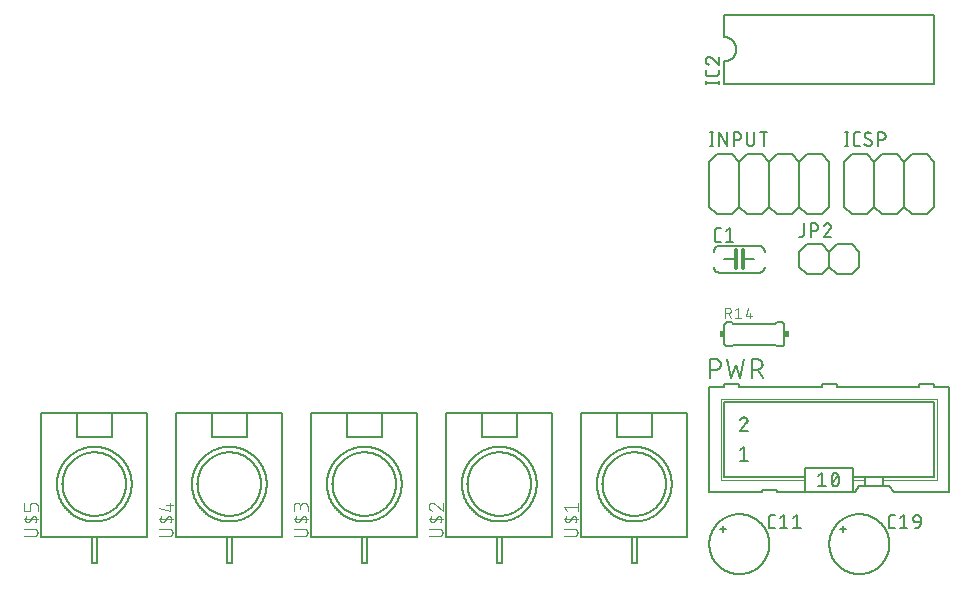
<source format=gto>
G04 EAGLE Gerber RS-274X export*
G75*
%MOMM*%
%FSLAX34Y34*%
%LPD*%
%INSilkscreen Top*%
%IPPOS*%
%AMOC8*
5,1,8,0,0,1.08239X$1,22.5*%
G01*
%ADD10C,0.152400*%
%ADD11C,0.127000*%
%ADD12C,0.304800*%
%ADD13R,0.381000X0.508000*%
%ADD14C,0.101600*%
%ADD15C,0.050800*%
%ADD16C,0.177800*%


D10*
X203200Y-34290D02*
X25400Y-34290D01*
X25400Y-92710D02*
X203200Y-92710D01*
X203200Y-34290D01*
X25400Y-34290D02*
X25400Y-53340D01*
X25400Y-73660D02*
X25400Y-92710D01*
X25400Y-73660D02*
X25647Y-73657D01*
X25895Y-73648D01*
X26142Y-73633D01*
X26388Y-73612D01*
X26634Y-73585D01*
X26879Y-73552D01*
X27124Y-73513D01*
X27367Y-73468D01*
X27609Y-73417D01*
X27850Y-73360D01*
X28089Y-73298D01*
X28327Y-73229D01*
X28563Y-73155D01*
X28797Y-73075D01*
X29029Y-72990D01*
X29259Y-72898D01*
X29487Y-72802D01*
X29712Y-72699D01*
X29935Y-72592D01*
X30155Y-72478D01*
X30372Y-72360D01*
X30587Y-72236D01*
X30798Y-72107D01*
X31006Y-71973D01*
X31211Y-71834D01*
X31412Y-71690D01*
X31610Y-71542D01*
X31804Y-71388D01*
X31994Y-71230D01*
X32180Y-71067D01*
X32362Y-70900D01*
X32540Y-70728D01*
X32714Y-70552D01*
X32884Y-70372D01*
X33049Y-70187D01*
X33209Y-69999D01*
X33365Y-69807D01*
X33517Y-69611D01*
X33663Y-69412D01*
X33805Y-69209D01*
X33941Y-69002D01*
X34073Y-68793D01*
X34199Y-68580D01*
X34320Y-68364D01*
X34436Y-68146D01*
X34546Y-67924D01*
X34651Y-67700D01*
X34751Y-67474D01*
X34845Y-67245D01*
X34933Y-67014D01*
X35016Y-66780D01*
X35093Y-66545D01*
X35164Y-66308D01*
X35230Y-66070D01*
X35289Y-65830D01*
X35343Y-65588D01*
X35391Y-65345D01*
X35433Y-65102D01*
X35469Y-64857D01*
X35499Y-64611D01*
X35523Y-64365D01*
X35541Y-64118D01*
X35553Y-63871D01*
X35559Y-63624D01*
X35559Y-63376D01*
X35553Y-63129D01*
X35541Y-62882D01*
X35523Y-62635D01*
X35499Y-62389D01*
X35469Y-62143D01*
X35433Y-61898D01*
X35391Y-61655D01*
X35343Y-61412D01*
X35289Y-61170D01*
X35230Y-60930D01*
X35164Y-60692D01*
X35093Y-60455D01*
X35016Y-60220D01*
X34933Y-59986D01*
X34845Y-59755D01*
X34751Y-59526D01*
X34651Y-59300D01*
X34546Y-59076D01*
X34436Y-58854D01*
X34320Y-58636D01*
X34199Y-58420D01*
X34073Y-58207D01*
X33941Y-57998D01*
X33805Y-57791D01*
X33663Y-57588D01*
X33517Y-57389D01*
X33365Y-57193D01*
X33209Y-57001D01*
X33049Y-56813D01*
X32884Y-56628D01*
X32714Y-56448D01*
X32540Y-56272D01*
X32362Y-56100D01*
X32180Y-55933D01*
X31994Y-55770D01*
X31804Y-55612D01*
X31610Y-55458D01*
X31412Y-55310D01*
X31211Y-55166D01*
X31006Y-55027D01*
X30798Y-54893D01*
X30587Y-54764D01*
X30372Y-54640D01*
X30155Y-54522D01*
X29935Y-54408D01*
X29712Y-54301D01*
X29487Y-54198D01*
X29259Y-54102D01*
X29029Y-54010D01*
X28797Y-53925D01*
X28563Y-53845D01*
X28327Y-53771D01*
X28089Y-53702D01*
X27850Y-53640D01*
X27609Y-53583D01*
X27367Y-53532D01*
X27124Y-53487D01*
X26879Y-53448D01*
X26634Y-53415D01*
X26388Y-53388D01*
X26142Y-53367D01*
X25895Y-53352D01*
X25647Y-53343D01*
X25400Y-53340D01*
D11*
X20955Y-92075D02*
X9525Y-92075D01*
X20955Y-93345D02*
X20955Y-90805D01*
X9525Y-90805D02*
X9525Y-93345D01*
X20955Y-83603D02*
X20955Y-81063D01*
X20955Y-83603D02*
X20953Y-83703D01*
X20947Y-83802D01*
X20937Y-83902D01*
X20924Y-84000D01*
X20906Y-84099D01*
X20885Y-84196D01*
X20860Y-84292D01*
X20831Y-84388D01*
X20798Y-84482D01*
X20762Y-84575D01*
X20722Y-84666D01*
X20678Y-84756D01*
X20631Y-84844D01*
X20581Y-84930D01*
X20527Y-85014D01*
X20470Y-85096D01*
X20410Y-85175D01*
X20346Y-85253D01*
X20280Y-85327D01*
X20211Y-85399D01*
X20139Y-85468D01*
X20065Y-85534D01*
X19987Y-85598D01*
X19908Y-85658D01*
X19826Y-85715D01*
X19742Y-85769D01*
X19656Y-85819D01*
X19568Y-85866D01*
X19478Y-85910D01*
X19387Y-85950D01*
X19294Y-85986D01*
X19200Y-86019D01*
X19104Y-86048D01*
X19008Y-86073D01*
X18911Y-86094D01*
X18812Y-86112D01*
X18714Y-86125D01*
X18614Y-86135D01*
X18515Y-86141D01*
X18415Y-86143D01*
X12065Y-86143D01*
X11965Y-86141D01*
X11866Y-86135D01*
X11766Y-86125D01*
X11668Y-86112D01*
X11569Y-86094D01*
X11472Y-86073D01*
X11376Y-86048D01*
X11280Y-86019D01*
X11186Y-85986D01*
X11093Y-85950D01*
X11002Y-85910D01*
X10912Y-85866D01*
X10824Y-85819D01*
X10738Y-85769D01*
X10654Y-85715D01*
X10572Y-85658D01*
X10493Y-85598D01*
X10415Y-85534D01*
X10341Y-85468D01*
X10269Y-85399D01*
X10200Y-85327D01*
X10134Y-85253D01*
X10070Y-85175D01*
X10010Y-85096D01*
X9953Y-85014D01*
X9899Y-84930D01*
X9849Y-84844D01*
X9802Y-84756D01*
X9758Y-84666D01*
X9718Y-84575D01*
X9682Y-84482D01*
X9649Y-84388D01*
X9620Y-84292D01*
X9595Y-84196D01*
X9574Y-84099D01*
X9556Y-84000D01*
X9543Y-83902D01*
X9533Y-83802D01*
X9527Y-83703D01*
X9525Y-83603D01*
X9525Y-81063D01*
X9525Y-73089D02*
X9527Y-72985D01*
X9533Y-72880D01*
X9542Y-72776D01*
X9555Y-72673D01*
X9573Y-72570D01*
X9593Y-72468D01*
X9618Y-72366D01*
X9646Y-72266D01*
X9678Y-72166D01*
X9714Y-72068D01*
X9753Y-71971D01*
X9795Y-71876D01*
X9841Y-71782D01*
X9891Y-71690D01*
X9943Y-71600D01*
X9999Y-71512D01*
X10059Y-71426D01*
X10121Y-71342D01*
X10186Y-71261D01*
X10254Y-71182D01*
X10326Y-71105D01*
X10399Y-71032D01*
X10476Y-70960D01*
X10555Y-70892D01*
X10636Y-70827D01*
X10720Y-70765D01*
X10806Y-70705D01*
X10894Y-70649D01*
X10984Y-70597D01*
X11076Y-70547D01*
X11170Y-70501D01*
X11265Y-70459D01*
X11362Y-70420D01*
X11460Y-70384D01*
X11560Y-70352D01*
X11660Y-70324D01*
X11762Y-70299D01*
X11864Y-70279D01*
X11967Y-70261D01*
X12070Y-70248D01*
X12174Y-70239D01*
X12279Y-70233D01*
X12383Y-70231D01*
X9525Y-73089D02*
X9527Y-73207D01*
X9533Y-73326D01*
X9542Y-73444D01*
X9555Y-73561D01*
X9573Y-73678D01*
X9593Y-73795D01*
X9618Y-73911D01*
X9646Y-74026D01*
X9679Y-74139D01*
X9714Y-74252D01*
X9754Y-74364D01*
X9796Y-74474D01*
X9843Y-74583D01*
X9893Y-74691D01*
X9946Y-74796D01*
X10003Y-74900D01*
X10063Y-75002D01*
X10126Y-75102D01*
X10193Y-75200D01*
X10262Y-75296D01*
X10335Y-75389D01*
X10411Y-75480D01*
X10489Y-75569D01*
X10571Y-75655D01*
X10655Y-75738D01*
X10741Y-75819D01*
X10831Y-75896D01*
X10922Y-75971D01*
X11016Y-76043D01*
X11113Y-76112D01*
X11211Y-76177D01*
X11312Y-76240D01*
X11415Y-76299D01*
X11519Y-76355D01*
X11625Y-76407D01*
X11733Y-76456D01*
X11842Y-76501D01*
X11953Y-76543D01*
X12065Y-76581D01*
X14605Y-71183D02*
X14530Y-71107D01*
X14451Y-71032D01*
X14370Y-70961D01*
X14286Y-70892D01*
X14200Y-70827D01*
X14112Y-70765D01*
X14022Y-70705D01*
X13930Y-70649D01*
X13835Y-70596D01*
X13739Y-70547D01*
X13641Y-70501D01*
X13542Y-70458D01*
X13441Y-70419D01*
X13339Y-70384D01*
X13236Y-70352D01*
X13132Y-70324D01*
X13027Y-70299D01*
X12920Y-70278D01*
X12814Y-70261D01*
X12707Y-70248D01*
X12599Y-70239D01*
X12491Y-70233D01*
X12383Y-70231D01*
X14605Y-71184D02*
X20955Y-76581D01*
X20955Y-70231D01*
D10*
X21590Y-229870D02*
X21450Y-229872D01*
X21310Y-229878D01*
X21170Y-229887D01*
X21031Y-229901D01*
X20892Y-229918D01*
X20754Y-229939D01*
X20616Y-229964D01*
X20479Y-229993D01*
X20343Y-230025D01*
X20208Y-230062D01*
X20074Y-230102D01*
X19941Y-230145D01*
X19809Y-230193D01*
X19678Y-230243D01*
X19549Y-230298D01*
X19422Y-230356D01*
X19296Y-230417D01*
X19172Y-230482D01*
X19050Y-230551D01*
X18930Y-230622D01*
X18812Y-230697D01*
X18695Y-230775D01*
X18581Y-230857D01*
X18470Y-230941D01*
X18361Y-231029D01*
X18254Y-231119D01*
X18149Y-231213D01*
X18048Y-231309D01*
X17949Y-231408D01*
X17853Y-231509D01*
X17759Y-231614D01*
X17669Y-231721D01*
X17581Y-231830D01*
X17497Y-231941D01*
X17415Y-232055D01*
X17337Y-232172D01*
X17262Y-232290D01*
X17191Y-232410D01*
X17122Y-232532D01*
X17057Y-232656D01*
X16996Y-232782D01*
X16938Y-232909D01*
X16883Y-233038D01*
X16833Y-233169D01*
X16785Y-233301D01*
X16742Y-233434D01*
X16702Y-233568D01*
X16665Y-233703D01*
X16633Y-233839D01*
X16604Y-233976D01*
X16579Y-234114D01*
X16558Y-234252D01*
X16541Y-234391D01*
X16527Y-234530D01*
X16518Y-234670D01*
X16512Y-234810D01*
X16510Y-234950D01*
X16510Y-247650D02*
X16512Y-247790D01*
X16518Y-247930D01*
X16527Y-248070D01*
X16541Y-248209D01*
X16558Y-248348D01*
X16579Y-248486D01*
X16604Y-248624D01*
X16633Y-248761D01*
X16665Y-248897D01*
X16702Y-249032D01*
X16742Y-249166D01*
X16785Y-249299D01*
X16833Y-249431D01*
X16883Y-249562D01*
X16938Y-249691D01*
X16996Y-249818D01*
X17057Y-249944D01*
X17122Y-250068D01*
X17191Y-250190D01*
X17262Y-250310D01*
X17337Y-250428D01*
X17415Y-250545D01*
X17497Y-250659D01*
X17581Y-250770D01*
X17669Y-250879D01*
X17759Y-250986D01*
X17853Y-251091D01*
X17949Y-251192D01*
X18048Y-251291D01*
X18149Y-251387D01*
X18254Y-251481D01*
X18361Y-251571D01*
X18470Y-251659D01*
X18581Y-251743D01*
X18695Y-251825D01*
X18812Y-251903D01*
X18930Y-251978D01*
X19050Y-252049D01*
X19172Y-252118D01*
X19296Y-252183D01*
X19422Y-252244D01*
X19549Y-252302D01*
X19678Y-252357D01*
X19809Y-252407D01*
X19941Y-252455D01*
X20074Y-252498D01*
X20208Y-252538D01*
X20343Y-252575D01*
X20479Y-252607D01*
X20616Y-252636D01*
X20754Y-252661D01*
X20892Y-252682D01*
X21031Y-252699D01*
X21170Y-252713D01*
X21310Y-252722D01*
X21450Y-252728D01*
X21590Y-252730D01*
X21590Y-229870D02*
X54610Y-229870D01*
X54610Y-252730D02*
X21590Y-252730D01*
X54610Y-229870D02*
X54750Y-229872D01*
X54890Y-229878D01*
X55030Y-229887D01*
X55169Y-229901D01*
X55308Y-229918D01*
X55446Y-229939D01*
X55584Y-229964D01*
X55721Y-229993D01*
X55857Y-230025D01*
X55992Y-230062D01*
X56126Y-230102D01*
X56259Y-230145D01*
X56391Y-230193D01*
X56522Y-230243D01*
X56651Y-230298D01*
X56778Y-230356D01*
X56904Y-230417D01*
X57028Y-230482D01*
X57150Y-230551D01*
X57270Y-230622D01*
X57388Y-230697D01*
X57505Y-230775D01*
X57619Y-230857D01*
X57730Y-230941D01*
X57839Y-231029D01*
X57946Y-231119D01*
X58051Y-231213D01*
X58152Y-231309D01*
X58251Y-231408D01*
X58347Y-231509D01*
X58441Y-231614D01*
X58531Y-231721D01*
X58619Y-231830D01*
X58703Y-231941D01*
X58785Y-232055D01*
X58863Y-232172D01*
X58938Y-232290D01*
X59009Y-232410D01*
X59078Y-232532D01*
X59143Y-232656D01*
X59204Y-232782D01*
X59262Y-232909D01*
X59317Y-233038D01*
X59367Y-233169D01*
X59415Y-233301D01*
X59458Y-233434D01*
X59498Y-233568D01*
X59535Y-233703D01*
X59567Y-233839D01*
X59596Y-233976D01*
X59621Y-234114D01*
X59642Y-234252D01*
X59659Y-234391D01*
X59673Y-234530D01*
X59682Y-234670D01*
X59688Y-234810D01*
X59690Y-234950D01*
X59690Y-247650D02*
X59688Y-247790D01*
X59682Y-247930D01*
X59673Y-248070D01*
X59659Y-248209D01*
X59642Y-248348D01*
X59621Y-248486D01*
X59596Y-248624D01*
X59567Y-248761D01*
X59535Y-248897D01*
X59498Y-249032D01*
X59458Y-249166D01*
X59415Y-249299D01*
X59367Y-249431D01*
X59317Y-249562D01*
X59262Y-249691D01*
X59204Y-249818D01*
X59143Y-249944D01*
X59078Y-250068D01*
X59009Y-250190D01*
X58938Y-250310D01*
X58863Y-250428D01*
X58785Y-250545D01*
X58703Y-250659D01*
X58619Y-250770D01*
X58531Y-250879D01*
X58441Y-250986D01*
X58347Y-251091D01*
X58251Y-251192D01*
X58152Y-251291D01*
X58051Y-251387D01*
X57946Y-251481D01*
X57839Y-251571D01*
X57730Y-251659D01*
X57619Y-251743D01*
X57505Y-251825D01*
X57388Y-251903D01*
X57270Y-251978D01*
X57150Y-252049D01*
X57028Y-252118D01*
X56904Y-252183D01*
X56778Y-252244D01*
X56651Y-252302D01*
X56522Y-252357D01*
X56391Y-252407D01*
X56259Y-252455D01*
X56126Y-252498D01*
X55992Y-252538D01*
X55857Y-252575D01*
X55721Y-252607D01*
X55584Y-252636D01*
X55446Y-252661D01*
X55308Y-252682D01*
X55169Y-252699D01*
X55030Y-252713D01*
X54890Y-252722D01*
X54750Y-252728D01*
X54610Y-252730D01*
D12*
X35052Y-241300D02*
X35052Y-233680D01*
X35052Y-241300D02*
X35052Y-248920D01*
X41402Y-241300D02*
X41402Y-233680D01*
X41402Y-241300D02*
X41402Y-248920D01*
D10*
X41402Y-241300D02*
X50800Y-241300D01*
X35052Y-241300D02*
X25400Y-241300D01*
D11*
X22225Y-226695D02*
X19685Y-226695D01*
X19585Y-226693D01*
X19486Y-226687D01*
X19386Y-226677D01*
X19288Y-226664D01*
X19189Y-226646D01*
X19092Y-226625D01*
X18996Y-226600D01*
X18900Y-226571D01*
X18806Y-226538D01*
X18713Y-226502D01*
X18622Y-226462D01*
X18532Y-226418D01*
X18444Y-226371D01*
X18358Y-226321D01*
X18274Y-226267D01*
X18192Y-226210D01*
X18113Y-226150D01*
X18035Y-226086D01*
X17961Y-226020D01*
X17889Y-225951D01*
X17820Y-225879D01*
X17754Y-225805D01*
X17690Y-225727D01*
X17630Y-225648D01*
X17573Y-225566D01*
X17519Y-225482D01*
X17469Y-225396D01*
X17422Y-225308D01*
X17378Y-225218D01*
X17338Y-225127D01*
X17302Y-225034D01*
X17269Y-224940D01*
X17240Y-224844D01*
X17215Y-224748D01*
X17194Y-224651D01*
X17176Y-224552D01*
X17163Y-224454D01*
X17153Y-224354D01*
X17147Y-224255D01*
X17145Y-224155D01*
X17145Y-217805D01*
X17147Y-217705D01*
X17153Y-217606D01*
X17163Y-217506D01*
X17176Y-217408D01*
X17194Y-217309D01*
X17215Y-217212D01*
X17240Y-217116D01*
X17269Y-217020D01*
X17302Y-216926D01*
X17338Y-216833D01*
X17378Y-216742D01*
X17422Y-216652D01*
X17469Y-216564D01*
X17519Y-216478D01*
X17573Y-216394D01*
X17630Y-216312D01*
X17690Y-216233D01*
X17754Y-216155D01*
X17820Y-216081D01*
X17889Y-216009D01*
X17961Y-215940D01*
X18035Y-215874D01*
X18113Y-215810D01*
X18192Y-215750D01*
X18274Y-215693D01*
X18358Y-215639D01*
X18444Y-215589D01*
X18532Y-215542D01*
X18622Y-215498D01*
X18713Y-215458D01*
X18806Y-215422D01*
X18900Y-215389D01*
X18996Y-215360D01*
X19092Y-215335D01*
X19189Y-215314D01*
X19288Y-215296D01*
X19386Y-215283D01*
X19486Y-215273D01*
X19585Y-215267D01*
X19685Y-215265D01*
X22225Y-215265D01*
X26707Y-217805D02*
X29882Y-215265D01*
X29882Y-226695D01*
X26707Y-226695D02*
X33057Y-226695D01*
D10*
X127000Y-196850D02*
X133350Y-203200D01*
X146050Y-203200D02*
X152400Y-196850D01*
X158750Y-203200D01*
X171450Y-203200D02*
X177800Y-196850D01*
X127000Y-196850D02*
X127000Y-158750D01*
X133350Y-152400D01*
X146050Y-152400D01*
X152400Y-158750D01*
X158750Y-152400D01*
X171450Y-152400D01*
X177800Y-158750D01*
X152400Y-158750D02*
X152400Y-196850D01*
X177800Y-196850D02*
X177800Y-158750D01*
X171450Y-203200D02*
X158750Y-203200D01*
X146050Y-203200D02*
X133350Y-203200D01*
X177800Y-196850D02*
X184150Y-203200D01*
X196850Y-203200D02*
X203200Y-196850D01*
X177800Y-158750D02*
X184150Y-152400D01*
X196850Y-152400D01*
X203200Y-158750D01*
X203200Y-196850D01*
X196850Y-203200D02*
X184150Y-203200D01*
D11*
X128905Y-145415D02*
X128905Y-133985D01*
X127635Y-145415D02*
X130175Y-145415D01*
X130175Y-133985D02*
X127635Y-133985D01*
X137377Y-145415D02*
X139917Y-145415D01*
X137377Y-145415D02*
X137277Y-145413D01*
X137178Y-145407D01*
X137078Y-145397D01*
X136980Y-145384D01*
X136881Y-145366D01*
X136784Y-145345D01*
X136688Y-145320D01*
X136592Y-145291D01*
X136498Y-145258D01*
X136405Y-145222D01*
X136314Y-145182D01*
X136224Y-145138D01*
X136136Y-145091D01*
X136050Y-145041D01*
X135966Y-144987D01*
X135884Y-144930D01*
X135805Y-144870D01*
X135727Y-144806D01*
X135653Y-144740D01*
X135581Y-144671D01*
X135512Y-144599D01*
X135446Y-144525D01*
X135382Y-144447D01*
X135322Y-144368D01*
X135265Y-144286D01*
X135211Y-144202D01*
X135161Y-144116D01*
X135114Y-144028D01*
X135070Y-143938D01*
X135030Y-143847D01*
X134994Y-143754D01*
X134961Y-143660D01*
X134932Y-143564D01*
X134907Y-143468D01*
X134886Y-143371D01*
X134868Y-143272D01*
X134855Y-143174D01*
X134845Y-143074D01*
X134839Y-142975D01*
X134837Y-142875D01*
X134837Y-136525D01*
X134839Y-136425D01*
X134845Y-136326D01*
X134855Y-136226D01*
X134868Y-136128D01*
X134886Y-136029D01*
X134907Y-135932D01*
X134932Y-135836D01*
X134961Y-135740D01*
X134994Y-135646D01*
X135030Y-135553D01*
X135070Y-135462D01*
X135114Y-135372D01*
X135161Y-135284D01*
X135211Y-135198D01*
X135265Y-135114D01*
X135322Y-135032D01*
X135382Y-134953D01*
X135446Y-134875D01*
X135512Y-134801D01*
X135581Y-134729D01*
X135653Y-134660D01*
X135727Y-134594D01*
X135805Y-134530D01*
X135884Y-134470D01*
X135966Y-134413D01*
X136050Y-134359D01*
X136136Y-134309D01*
X136224Y-134262D01*
X136314Y-134218D01*
X136405Y-134178D01*
X136498Y-134142D01*
X136592Y-134109D01*
X136688Y-134080D01*
X136784Y-134055D01*
X136881Y-134034D01*
X136980Y-134016D01*
X137078Y-134003D01*
X137178Y-133993D01*
X137277Y-133987D01*
X137377Y-133985D01*
X139917Y-133985D01*
X150368Y-142875D02*
X150366Y-142975D01*
X150360Y-143074D01*
X150350Y-143174D01*
X150337Y-143272D01*
X150319Y-143371D01*
X150298Y-143468D01*
X150273Y-143564D01*
X150244Y-143660D01*
X150211Y-143754D01*
X150175Y-143847D01*
X150135Y-143938D01*
X150091Y-144028D01*
X150044Y-144116D01*
X149994Y-144202D01*
X149940Y-144286D01*
X149883Y-144368D01*
X149823Y-144447D01*
X149759Y-144525D01*
X149693Y-144599D01*
X149624Y-144671D01*
X149552Y-144740D01*
X149478Y-144806D01*
X149400Y-144870D01*
X149321Y-144930D01*
X149239Y-144987D01*
X149155Y-145041D01*
X149069Y-145091D01*
X148981Y-145138D01*
X148891Y-145182D01*
X148800Y-145222D01*
X148707Y-145258D01*
X148613Y-145291D01*
X148517Y-145320D01*
X148421Y-145345D01*
X148324Y-145366D01*
X148225Y-145384D01*
X148127Y-145397D01*
X148027Y-145407D01*
X147928Y-145413D01*
X147828Y-145415D01*
X147687Y-145413D01*
X147546Y-145408D01*
X147405Y-145398D01*
X147264Y-145385D01*
X147124Y-145369D01*
X146984Y-145348D01*
X146845Y-145324D01*
X146706Y-145296D01*
X146569Y-145265D01*
X146432Y-145230D01*
X146296Y-145192D01*
X146161Y-145150D01*
X146028Y-145104D01*
X145895Y-145055D01*
X145764Y-145002D01*
X145635Y-144946D01*
X145506Y-144887D01*
X145380Y-144824D01*
X145255Y-144758D01*
X145132Y-144689D01*
X145011Y-144616D01*
X144892Y-144540D01*
X144774Y-144461D01*
X144659Y-144380D01*
X144547Y-144295D01*
X144436Y-144207D01*
X144328Y-144116D01*
X144222Y-144023D01*
X144119Y-143926D01*
X144018Y-143827D01*
X144335Y-136525D02*
X144337Y-136425D01*
X144343Y-136326D01*
X144353Y-136226D01*
X144366Y-136128D01*
X144384Y-136029D01*
X144405Y-135932D01*
X144430Y-135836D01*
X144459Y-135740D01*
X144492Y-135646D01*
X144528Y-135553D01*
X144568Y-135462D01*
X144612Y-135372D01*
X144659Y-135284D01*
X144709Y-135198D01*
X144763Y-135114D01*
X144820Y-135032D01*
X144880Y-134953D01*
X144944Y-134875D01*
X145010Y-134801D01*
X145079Y-134729D01*
X145151Y-134660D01*
X145225Y-134594D01*
X145303Y-134530D01*
X145382Y-134470D01*
X145464Y-134413D01*
X145548Y-134359D01*
X145634Y-134309D01*
X145722Y-134262D01*
X145812Y-134218D01*
X145903Y-134178D01*
X145996Y-134142D01*
X146090Y-134109D01*
X146186Y-134080D01*
X146282Y-134055D01*
X146379Y-134034D01*
X146478Y-134016D01*
X146576Y-134003D01*
X146676Y-133993D01*
X146775Y-133987D01*
X146875Y-133985D01*
X147008Y-133987D01*
X147141Y-133992D01*
X147274Y-134002D01*
X147407Y-134015D01*
X147539Y-134032D01*
X147671Y-134052D01*
X147802Y-134076D01*
X147932Y-134104D01*
X148062Y-134135D01*
X148190Y-134170D01*
X148318Y-134209D01*
X148444Y-134251D01*
X148569Y-134297D01*
X148693Y-134346D01*
X148816Y-134398D01*
X148937Y-134454D01*
X149056Y-134514D01*
X149174Y-134576D01*
X149289Y-134642D01*
X149403Y-134711D01*
X149515Y-134784D01*
X149625Y-134859D01*
X149733Y-134938D01*
X145605Y-138748D02*
X145521Y-138696D01*
X145438Y-138641D01*
X145358Y-138582D01*
X145280Y-138521D01*
X145205Y-138457D01*
X145132Y-138389D01*
X145061Y-138319D01*
X144994Y-138247D01*
X144929Y-138172D01*
X144867Y-138094D01*
X144808Y-138014D01*
X144752Y-137932D01*
X144700Y-137848D01*
X144651Y-137762D01*
X144605Y-137674D01*
X144562Y-137584D01*
X144523Y-137493D01*
X144488Y-137400D01*
X144456Y-137306D01*
X144428Y-137211D01*
X144403Y-137115D01*
X144383Y-137018D01*
X144365Y-136920D01*
X144352Y-136822D01*
X144343Y-136723D01*
X144337Y-136624D01*
X144335Y-136525D01*
X149098Y-140652D02*
X149182Y-140704D01*
X149265Y-140759D01*
X149345Y-140818D01*
X149423Y-140879D01*
X149498Y-140943D01*
X149571Y-141011D01*
X149642Y-141081D01*
X149709Y-141153D01*
X149774Y-141228D01*
X149836Y-141306D01*
X149895Y-141386D01*
X149951Y-141468D01*
X150003Y-141552D01*
X150052Y-141638D01*
X150098Y-141726D01*
X150141Y-141816D01*
X150180Y-141907D01*
X150215Y-142000D01*
X150247Y-142094D01*
X150275Y-142189D01*
X150300Y-142285D01*
X150320Y-142382D01*
X150338Y-142480D01*
X150351Y-142578D01*
X150360Y-142677D01*
X150366Y-142776D01*
X150368Y-142875D01*
X149098Y-140653D02*
X145605Y-138748D01*
X155638Y-133985D02*
X155638Y-145415D01*
X155638Y-133985D02*
X158813Y-133985D01*
X158924Y-133987D01*
X159034Y-133993D01*
X159145Y-134002D01*
X159255Y-134016D01*
X159364Y-134033D01*
X159473Y-134054D01*
X159581Y-134079D01*
X159688Y-134108D01*
X159794Y-134140D01*
X159899Y-134176D01*
X160002Y-134216D01*
X160104Y-134259D01*
X160205Y-134306D01*
X160304Y-134357D01*
X160401Y-134410D01*
X160495Y-134467D01*
X160588Y-134528D01*
X160679Y-134591D01*
X160768Y-134658D01*
X160854Y-134728D01*
X160937Y-134801D01*
X161019Y-134876D01*
X161097Y-134954D01*
X161172Y-135036D01*
X161245Y-135119D01*
X161315Y-135205D01*
X161382Y-135294D01*
X161445Y-135385D01*
X161506Y-135478D01*
X161563Y-135573D01*
X161616Y-135669D01*
X161667Y-135768D01*
X161714Y-135869D01*
X161757Y-135971D01*
X161797Y-136074D01*
X161833Y-136179D01*
X161865Y-136285D01*
X161894Y-136392D01*
X161919Y-136500D01*
X161940Y-136609D01*
X161957Y-136718D01*
X161971Y-136828D01*
X161980Y-136939D01*
X161986Y-137049D01*
X161988Y-137160D01*
X161986Y-137271D01*
X161980Y-137381D01*
X161971Y-137492D01*
X161957Y-137602D01*
X161940Y-137711D01*
X161919Y-137820D01*
X161894Y-137928D01*
X161865Y-138035D01*
X161833Y-138141D01*
X161797Y-138246D01*
X161757Y-138349D01*
X161714Y-138451D01*
X161667Y-138552D01*
X161616Y-138651D01*
X161563Y-138748D01*
X161506Y-138842D01*
X161445Y-138935D01*
X161382Y-139026D01*
X161315Y-139115D01*
X161245Y-139201D01*
X161172Y-139284D01*
X161097Y-139366D01*
X161019Y-139444D01*
X160937Y-139519D01*
X160854Y-139592D01*
X160768Y-139662D01*
X160679Y-139729D01*
X160588Y-139792D01*
X160495Y-139853D01*
X160400Y-139910D01*
X160304Y-139963D01*
X160205Y-140014D01*
X160104Y-140061D01*
X160002Y-140104D01*
X159899Y-140144D01*
X159794Y-140180D01*
X159688Y-140212D01*
X159581Y-140241D01*
X159473Y-140266D01*
X159364Y-140287D01*
X159255Y-140304D01*
X159145Y-140318D01*
X159034Y-140327D01*
X158924Y-140333D01*
X158813Y-140335D01*
X155638Y-140335D01*
D10*
X27940Y-294640D02*
X27840Y-294642D01*
X27741Y-294648D01*
X27641Y-294658D01*
X27543Y-294671D01*
X27444Y-294689D01*
X27347Y-294710D01*
X27251Y-294735D01*
X27155Y-294764D01*
X27061Y-294797D01*
X26968Y-294833D01*
X26877Y-294873D01*
X26787Y-294917D01*
X26699Y-294964D01*
X26613Y-295014D01*
X26529Y-295068D01*
X26447Y-295125D01*
X26368Y-295185D01*
X26290Y-295249D01*
X26216Y-295315D01*
X26144Y-295384D01*
X26075Y-295456D01*
X26009Y-295530D01*
X25945Y-295608D01*
X25885Y-295687D01*
X25828Y-295769D01*
X25774Y-295853D01*
X25724Y-295939D01*
X25677Y-296027D01*
X25633Y-296117D01*
X25593Y-296208D01*
X25557Y-296301D01*
X25524Y-296395D01*
X25495Y-296491D01*
X25470Y-296587D01*
X25449Y-296684D01*
X25431Y-296783D01*
X25418Y-296881D01*
X25408Y-296981D01*
X25402Y-297080D01*
X25400Y-297180D01*
X25400Y-312420D02*
X25402Y-312520D01*
X25408Y-312619D01*
X25418Y-312719D01*
X25431Y-312817D01*
X25449Y-312916D01*
X25470Y-313013D01*
X25495Y-313109D01*
X25524Y-313205D01*
X25557Y-313299D01*
X25593Y-313392D01*
X25633Y-313483D01*
X25677Y-313573D01*
X25724Y-313661D01*
X25774Y-313747D01*
X25828Y-313831D01*
X25885Y-313913D01*
X25945Y-313992D01*
X26009Y-314070D01*
X26075Y-314144D01*
X26144Y-314216D01*
X26216Y-314285D01*
X26290Y-314351D01*
X26368Y-314415D01*
X26447Y-314475D01*
X26529Y-314532D01*
X26613Y-314586D01*
X26699Y-314636D01*
X26787Y-314683D01*
X26877Y-314727D01*
X26968Y-314767D01*
X27061Y-314803D01*
X27155Y-314836D01*
X27251Y-314865D01*
X27347Y-314890D01*
X27444Y-314911D01*
X27543Y-314929D01*
X27641Y-314942D01*
X27741Y-314952D01*
X27840Y-314958D01*
X27940Y-314960D01*
X73660Y-314960D02*
X73760Y-314958D01*
X73859Y-314952D01*
X73959Y-314942D01*
X74057Y-314929D01*
X74156Y-314911D01*
X74253Y-314890D01*
X74349Y-314865D01*
X74445Y-314836D01*
X74539Y-314803D01*
X74632Y-314767D01*
X74723Y-314727D01*
X74813Y-314683D01*
X74901Y-314636D01*
X74987Y-314586D01*
X75071Y-314532D01*
X75153Y-314475D01*
X75232Y-314415D01*
X75310Y-314351D01*
X75384Y-314285D01*
X75456Y-314216D01*
X75525Y-314144D01*
X75591Y-314070D01*
X75655Y-313992D01*
X75715Y-313913D01*
X75772Y-313831D01*
X75826Y-313747D01*
X75876Y-313661D01*
X75923Y-313573D01*
X75967Y-313483D01*
X76007Y-313392D01*
X76043Y-313299D01*
X76076Y-313205D01*
X76105Y-313109D01*
X76130Y-313013D01*
X76151Y-312916D01*
X76169Y-312817D01*
X76182Y-312719D01*
X76192Y-312619D01*
X76198Y-312520D01*
X76200Y-312420D01*
X76200Y-297180D02*
X76198Y-297080D01*
X76192Y-296981D01*
X76182Y-296881D01*
X76169Y-296783D01*
X76151Y-296684D01*
X76130Y-296587D01*
X76105Y-296491D01*
X76076Y-296395D01*
X76043Y-296301D01*
X76007Y-296208D01*
X75967Y-296117D01*
X75923Y-296027D01*
X75876Y-295939D01*
X75826Y-295853D01*
X75772Y-295769D01*
X75715Y-295687D01*
X75655Y-295608D01*
X75591Y-295530D01*
X75525Y-295456D01*
X75456Y-295384D01*
X75384Y-295315D01*
X75310Y-295249D01*
X75232Y-295185D01*
X75153Y-295125D01*
X75071Y-295068D01*
X74987Y-295014D01*
X74901Y-294964D01*
X74813Y-294917D01*
X74723Y-294873D01*
X74632Y-294833D01*
X74539Y-294797D01*
X74445Y-294764D01*
X74349Y-294735D01*
X74253Y-294710D01*
X74156Y-294689D01*
X74057Y-294671D01*
X73959Y-294658D01*
X73859Y-294648D01*
X73760Y-294642D01*
X73660Y-294640D01*
X25400Y-297180D02*
X25400Y-312420D01*
X27940Y-294640D02*
X31750Y-294640D01*
X33020Y-295910D01*
X31750Y-314960D02*
X27940Y-314960D01*
X31750Y-314960D02*
X33020Y-313690D01*
X68580Y-295910D02*
X69850Y-294640D01*
X68580Y-295910D02*
X33020Y-295910D01*
X68580Y-313690D02*
X69850Y-314960D01*
X68580Y-313690D02*
X33020Y-313690D01*
X69850Y-294640D02*
X73660Y-294640D01*
X73660Y-314960D02*
X69850Y-314960D01*
X76200Y-312420D02*
X76200Y-297180D01*
D13*
X78105Y-304800D03*
X23495Y-304800D03*
D14*
X25908Y-291338D02*
X25908Y-282448D01*
X28377Y-282448D01*
X28475Y-282450D01*
X28573Y-282456D01*
X28671Y-282466D01*
X28768Y-282479D01*
X28865Y-282497D01*
X28961Y-282518D01*
X29055Y-282543D01*
X29149Y-282572D01*
X29242Y-282604D01*
X29333Y-282641D01*
X29423Y-282680D01*
X29511Y-282724D01*
X29597Y-282771D01*
X29682Y-282821D01*
X29764Y-282874D01*
X29844Y-282931D01*
X29922Y-282991D01*
X29997Y-283054D01*
X30070Y-283120D01*
X30140Y-283189D01*
X30207Y-283260D01*
X30272Y-283334D01*
X30333Y-283411D01*
X30392Y-283490D01*
X30447Y-283571D01*
X30499Y-283654D01*
X30547Y-283740D01*
X30592Y-283827D01*
X30634Y-283916D01*
X30672Y-284006D01*
X30706Y-284098D01*
X30737Y-284191D01*
X30764Y-284286D01*
X30787Y-284381D01*
X30807Y-284478D01*
X30822Y-284574D01*
X30834Y-284672D01*
X30842Y-284770D01*
X30846Y-284868D01*
X30846Y-284966D01*
X30842Y-285064D01*
X30834Y-285162D01*
X30822Y-285260D01*
X30807Y-285356D01*
X30787Y-285453D01*
X30764Y-285548D01*
X30737Y-285643D01*
X30706Y-285736D01*
X30672Y-285828D01*
X30634Y-285918D01*
X30592Y-286007D01*
X30547Y-286094D01*
X30499Y-286180D01*
X30447Y-286263D01*
X30392Y-286344D01*
X30333Y-286423D01*
X30272Y-286500D01*
X30207Y-286574D01*
X30140Y-286645D01*
X30070Y-286714D01*
X29997Y-286780D01*
X29922Y-286843D01*
X29844Y-286903D01*
X29764Y-286960D01*
X29682Y-287013D01*
X29597Y-287063D01*
X29511Y-287110D01*
X29423Y-287154D01*
X29333Y-287193D01*
X29242Y-287230D01*
X29149Y-287262D01*
X29055Y-287291D01*
X28961Y-287316D01*
X28865Y-287337D01*
X28768Y-287355D01*
X28671Y-287368D01*
X28573Y-287378D01*
X28475Y-287384D01*
X28377Y-287386D01*
X28377Y-287387D02*
X25908Y-287387D01*
X28871Y-287387D02*
X30847Y-291338D01*
X34758Y-284424D02*
X37227Y-282448D01*
X37227Y-291338D01*
X34758Y-291338D02*
X39697Y-291338D01*
X43673Y-289362D02*
X45649Y-282448D01*
X43673Y-289362D02*
X48612Y-289362D01*
X47130Y-287387D02*
X47130Y-291338D01*
D10*
X19050Y-203200D02*
X12700Y-196850D01*
X31750Y-203200D02*
X38100Y-196850D01*
X44450Y-203200D01*
X57150Y-203200D02*
X63500Y-196850D01*
X69850Y-203200D01*
X82550Y-203200D02*
X88900Y-196850D01*
X12700Y-196850D02*
X12700Y-158750D01*
X19050Y-152400D01*
X31750Y-152400D01*
X38100Y-158750D01*
X44450Y-152400D01*
X57150Y-152400D01*
X63500Y-158750D01*
X69850Y-152400D01*
X82550Y-152400D01*
X88900Y-158750D01*
X38100Y-158750D02*
X38100Y-196850D01*
X63500Y-196850D02*
X63500Y-158750D01*
X88900Y-158750D02*
X88900Y-196850D01*
X82550Y-203200D02*
X69850Y-203200D01*
X57150Y-203200D02*
X44450Y-203200D01*
X31750Y-203200D02*
X19050Y-203200D01*
X88900Y-196850D02*
X95250Y-203200D01*
X107950Y-203200D02*
X114300Y-196850D01*
X88900Y-158750D02*
X95250Y-152400D01*
X107950Y-152400D01*
X114300Y-158750D01*
X114300Y-196850D01*
X107950Y-203200D02*
X95250Y-203200D01*
D11*
X14605Y-145415D02*
X14605Y-133985D01*
X13335Y-145415D02*
X15875Y-145415D01*
X15875Y-133985D02*
X13335Y-133985D01*
X20955Y-133985D02*
X20955Y-145415D01*
X27305Y-145415D02*
X20955Y-133985D01*
X27305Y-133985D02*
X27305Y-145415D01*
X33338Y-145415D02*
X33338Y-133985D01*
X36513Y-133985D01*
X36624Y-133987D01*
X36734Y-133993D01*
X36845Y-134002D01*
X36955Y-134016D01*
X37064Y-134033D01*
X37173Y-134054D01*
X37281Y-134079D01*
X37388Y-134108D01*
X37494Y-134140D01*
X37599Y-134176D01*
X37702Y-134216D01*
X37804Y-134259D01*
X37905Y-134306D01*
X38004Y-134357D01*
X38101Y-134410D01*
X38195Y-134467D01*
X38288Y-134528D01*
X38379Y-134591D01*
X38468Y-134658D01*
X38554Y-134728D01*
X38637Y-134801D01*
X38719Y-134876D01*
X38797Y-134954D01*
X38872Y-135036D01*
X38945Y-135119D01*
X39015Y-135205D01*
X39082Y-135294D01*
X39145Y-135385D01*
X39206Y-135478D01*
X39263Y-135573D01*
X39316Y-135669D01*
X39367Y-135768D01*
X39414Y-135869D01*
X39457Y-135971D01*
X39497Y-136074D01*
X39533Y-136179D01*
X39565Y-136285D01*
X39594Y-136392D01*
X39619Y-136500D01*
X39640Y-136609D01*
X39657Y-136718D01*
X39671Y-136828D01*
X39680Y-136939D01*
X39686Y-137049D01*
X39688Y-137160D01*
X39686Y-137271D01*
X39680Y-137381D01*
X39671Y-137492D01*
X39657Y-137602D01*
X39640Y-137711D01*
X39619Y-137820D01*
X39594Y-137928D01*
X39565Y-138035D01*
X39533Y-138141D01*
X39497Y-138246D01*
X39457Y-138349D01*
X39414Y-138451D01*
X39367Y-138552D01*
X39316Y-138651D01*
X39263Y-138748D01*
X39206Y-138842D01*
X39145Y-138935D01*
X39082Y-139026D01*
X39015Y-139115D01*
X38945Y-139201D01*
X38872Y-139284D01*
X38797Y-139366D01*
X38719Y-139444D01*
X38637Y-139519D01*
X38554Y-139592D01*
X38468Y-139662D01*
X38379Y-139729D01*
X38288Y-139792D01*
X38195Y-139853D01*
X38100Y-139910D01*
X38004Y-139963D01*
X37905Y-140014D01*
X37804Y-140061D01*
X37702Y-140104D01*
X37599Y-140144D01*
X37494Y-140180D01*
X37388Y-140212D01*
X37281Y-140241D01*
X37173Y-140266D01*
X37064Y-140287D01*
X36955Y-140304D01*
X36845Y-140318D01*
X36734Y-140327D01*
X36624Y-140333D01*
X36513Y-140335D01*
X33338Y-140335D01*
X44577Y-142240D02*
X44577Y-133985D01*
X44577Y-142240D02*
X44579Y-142351D01*
X44585Y-142461D01*
X44594Y-142572D01*
X44608Y-142682D01*
X44625Y-142791D01*
X44646Y-142900D01*
X44671Y-143008D01*
X44700Y-143115D01*
X44732Y-143221D01*
X44768Y-143326D01*
X44808Y-143429D01*
X44851Y-143531D01*
X44898Y-143632D01*
X44949Y-143731D01*
X45002Y-143828D01*
X45059Y-143922D01*
X45120Y-144015D01*
X45183Y-144106D01*
X45250Y-144195D01*
X45320Y-144281D01*
X45393Y-144364D01*
X45468Y-144446D01*
X45546Y-144524D01*
X45628Y-144599D01*
X45711Y-144672D01*
X45797Y-144742D01*
X45886Y-144809D01*
X45977Y-144872D01*
X46070Y-144933D01*
X46164Y-144990D01*
X46261Y-145043D01*
X46360Y-145094D01*
X46461Y-145141D01*
X46563Y-145184D01*
X46666Y-145224D01*
X46771Y-145260D01*
X46877Y-145292D01*
X46984Y-145321D01*
X47092Y-145346D01*
X47201Y-145367D01*
X47310Y-145384D01*
X47420Y-145398D01*
X47531Y-145407D01*
X47641Y-145413D01*
X47752Y-145415D01*
X47863Y-145413D01*
X47973Y-145407D01*
X48084Y-145398D01*
X48194Y-145384D01*
X48303Y-145367D01*
X48412Y-145346D01*
X48520Y-145321D01*
X48627Y-145292D01*
X48733Y-145260D01*
X48838Y-145224D01*
X48941Y-145184D01*
X49043Y-145141D01*
X49144Y-145094D01*
X49243Y-145043D01*
X49339Y-144990D01*
X49434Y-144933D01*
X49527Y-144872D01*
X49618Y-144809D01*
X49707Y-144742D01*
X49793Y-144672D01*
X49876Y-144599D01*
X49958Y-144524D01*
X50036Y-144446D01*
X50111Y-144364D01*
X50184Y-144281D01*
X50254Y-144195D01*
X50321Y-144106D01*
X50384Y-144015D01*
X50445Y-143922D01*
X50502Y-143828D01*
X50555Y-143731D01*
X50606Y-143632D01*
X50653Y-143531D01*
X50696Y-143429D01*
X50736Y-143326D01*
X50772Y-143221D01*
X50804Y-143115D01*
X50833Y-143008D01*
X50858Y-142900D01*
X50879Y-142791D01*
X50896Y-142682D01*
X50910Y-142572D01*
X50919Y-142461D01*
X50925Y-142351D01*
X50927Y-142240D01*
X50927Y-133985D01*
X58801Y-133985D02*
X58801Y-145415D01*
X55626Y-133985D02*
X61976Y-133985D01*
D10*
X95250Y-228600D02*
X107950Y-228600D01*
X114300Y-234950D01*
X114300Y-247650D01*
X107950Y-254000D01*
X88900Y-247650D02*
X88900Y-234950D01*
X95250Y-228600D01*
X88900Y-247650D02*
X95250Y-254000D01*
X107950Y-254000D01*
X114300Y-234950D02*
X120650Y-228600D01*
X133350Y-228600D01*
X139700Y-234950D01*
X139700Y-247650D01*
X133350Y-254000D01*
X120650Y-254000D01*
X114300Y-247650D01*
D11*
X92583Y-219837D02*
X92583Y-210947D01*
X92583Y-219837D02*
X92581Y-219937D01*
X92575Y-220036D01*
X92565Y-220136D01*
X92552Y-220234D01*
X92534Y-220333D01*
X92513Y-220430D01*
X92488Y-220526D01*
X92459Y-220622D01*
X92426Y-220716D01*
X92390Y-220809D01*
X92350Y-220900D01*
X92306Y-220990D01*
X92259Y-221078D01*
X92209Y-221164D01*
X92155Y-221248D01*
X92098Y-221330D01*
X92038Y-221409D01*
X91974Y-221487D01*
X91908Y-221561D01*
X91839Y-221633D01*
X91767Y-221702D01*
X91693Y-221768D01*
X91615Y-221832D01*
X91536Y-221892D01*
X91454Y-221949D01*
X91370Y-222003D01*
X91284Y-222053D01*
X91196Y-222100D01*
X91106Y-222144D01*
X91015Y-222184D01*
X90922Y-222220D01*
X90828Y-222253D01*
X90732Y-222282D01*
X90636Y-222307D01*
X90539Y-222328D01*
X90440Y-222346D01*
X90342Y-222359D01*
X90242Y-222369D01*
X90143Y-222375D01*
X90043Y-222377D01*
X88773Y-222377D01*
X98563Y-222377D02*
X98563Y-210947D01*
X101738Y-210947D01*
X101849Y-210949D01*
X101959Y-210955D01*
X102070Y-210964D01*
X102180Y-210978D01*
X102289Y-210995D01*
X102398Y-211016D01*
X102506Y-211041D01*
X102613Y-211070D01*
X102719Y-211102D01*
X102824Y-211138D01*
X102927Y-211178D01*
X103029Y-211221D01*
X103130Y-211268D01*
X103229Y-211319D01*
X103326Y-211372D01*
X103420Y-211429D01*
X103513Y-211490D01*
X103604Y-211553D01*
X103693Y-211620D01*
X103779Y-211690D01*
X103862Y-211763D01*
X103944Y-211838D01*
X104022Y-211916D01*
X104097Y-211998D01*
X104170Y-212081D01*
X104240Y-212167D01*
X104307Y-212256D01*
X104370Y-212347D01*
X104431Y-212440D01*
X104488Y-212535D01*
X104541Y-212631D01*
X104592Y-212730D01*
X104639Y-212831D01*
X104682Y-212933D01*
X104722Y-213036D01*
X104758Y-213141D01*
X104790Y-213247D01*
X104819Y-213354D01*
X104844Y-213462D01*
X104865Y-213571D01*
X104882Y-213680D01*
X104896Y-213790D01*
X104905Y-213901D01*
X104911Y-214011D01*
X104913Y-214122D01*
X104911Y-214233D01*
X104905Y-214343D01*
X104896Y-214454D01*
X104882Y-214564D01*
X104865Y-214673D01*
X104844Y-214782D01*
X104819Y-214890D01*
X104790Y-214997D01*
X104758Y-215103D01*
X104722Y-215208D01*
X104682Y-215311D01*
X104639Y-215413D01*
X104592Y-215514D01*
X104541Y-215613D01*
X104488Y-215710D01*
X104431Y-215804D01*
X104370Y-215897D01*
X104307Y-215988D01*
X104240Y-216077D01*
X104170Y-216163D01*
X104097Y-216246D01*
X104022Y-216328D01*
X103944Y-216406D01*
X103862Y-216481D01*
X103779Y-216554D01*
X103693Y-216624D01*
X103604Y-216691D01*
X103513Y-216754D01*
X103420Y-216815D01*
X103325Y-216872D01*
X103229Y-216925D01*
X103130Y-216976D01*
X103029Y-217023D01*
X102927Y-217066D01*
X102824Y-217106D01*
X102719Y-217142D01*
X102613Y-217174D01*
X102506Y-217203D01*
X102398Y-217228D01*
X102289Y-217249D01*
X102180Y-217266D01*
X102070Y-217280D01*
X101959Y-217289D01*
X101849Y-217295D01*
X101738Y-217297D01*
X98563Y-217297D01*
X112914Y-210947D02*
X113018Y-210949D01*
X113123Y-210955D01*
X113227Y-210964D01*
X113330Y-210977D01*
X113433Y-210995D01*
X113535Y-211015D01*
X113637Y-211040D01*
X113737Y-211068D01*
X113837Y-211100D01*
X113935Y-211136D01*
X114032Y-211175D01*
X114127Y-211217D01*
X114221Y-211263D01*
X114313Y-211313D01*
X114403Y-211365D01*
X114491Y-211421D01*
X114577Y-211481D01*
X114661Y-211543D01*
X114742Y-211608D01*
X114821Y-211676D01*
X114898Y-211748D01*
X114971Y-211821D01*
X115043Y-211898D01*
X115111Y-211977D01*
X115176Y-212058D01*
X115238Y-212142D01*
X115298Y-212228D01*
X115354Y-212316D01*
X115406Y-212406D01*
X115456Y-212498D01*
X115502Y-212592D01*
X115544Y-212687D01*
X115583Y-212784D01*
X115619Y-212882D01*
X115651Y-212982D01*
X115679Y-213082D01*
X115704Y-213184D01*
X115724Y-213286D01*
X115742Y-213389D01*
X115755Y-213492D01*
X115764Y-213596D01*
X115770Y-213701D01*
X115772Y-213805D01*
X112914Y-210947D02*
X112796Y-210949D01*
X112677Y-210955D01*
X112559Y-210964D01*
X112442Y-210977D01*
X112325Y-210995D01*
X112208Y-211015D01*
X112092Y-211040D01*
X111977Y-211068D01*
X111864Y-211101D01*
X111751Y-211136D01*
X111639Y-211176D01*
X111529Y-211218D01*
X111420Y-211265D01*
X111312Y-211315D01*
X111207Y-211368D01*
X111103Y-211425D01*
X111001Y-211485D01*
X110901Y-211548D01*
X110803Y-211615D01*
X110707Y-211684D01*
X110614Y-211757D01*
X110523Y-211833D01*
X110434Y-211911D01*
X110348Y-211993D01*
X110265Y-212077D01*
X110184Y-212163D01*
X110107Y-212253D01*
X110032Y-212344D01*
X109960Y-212438D01*
X109891Y-212535D01*
X109826Y-212633D01*
X109763Y-212734D01*
X109704Y-212837D01*
X109648Y-212941D01*
X109596Y-213047D01*
X109547Y-213155D01*
X109502Y-213264D01*
X109460Y-213375D01*
X109422Y-213487D01*
X114820Y-216027D02*
X114896Y-215952D01*
X114971Y-215873D01*
X115042Y-215792D01*
X115111Y-215708D01*
X115176Y-215622D01*
X115238Y-215534D01*
X115298Y-215444D01*
X115354Y-215352D01*
X115407Y-215257D01*
X115456Y-215161D01*
X115502Y-215063D01*
X115545Y-214964D01*
X115584Y-214863D01*
X115619Y-214761D01*
X115651Y-214658D01*
X115679Y-214554D01*
X115704Y-214449D01*
X115725Y-214342D01*
X115742Y-214236D01*
X115755Y-214129D01*
X115764Y-214021D01*
X115770Y-213913D01*
X115772Y-213805D01*
X114819Y-216027D02*
X109422Y-222377D01*
X115772Y-222377D01*
X203200Y-361950D02*
X25400Y-361950D01*
X203200Y-361950D02*
X203200Y-425450D01*
X25400Y-425450D02*
X25400Y-361950D01*
X25400Y-349250D02*
X12700Y-349250D01*
X168910Y-438150D02*
X215900Y-438150D01*
X215900Y-349250D01*
X12700Y-349250D02*
X12700Y-438150D01*
X160020Y-425450D02*
X203200Y-425450D01*
X134620Y-417830D02*
X93980Y-417830D01*
X93980Y-425450D01*
X25400Y-425450D01*
X93980Y-425450D02*
X93980Y-427990D01*
X134620Y-425450D02*
X134620Y-417830D01*
X134620Y-425450D02*
X134620Y-427990D01*
X203200Y-349250D02*
X203200Y-346710D01*
X190500Y-346710D01*
X190500Y-349250D01*
X203200Y-349250D02*
X215900Y-349250D01*
X120650Y-346710D02*
X107950Y-346710D01*
X120650Y-346710D02*
X120650Y-349250D01*
X190500Y-349250D01*
X107950Y-349250D02*
X107950Y-346710D01*
X38100Y-346710D02*
X25400Y-346710D01*
X25400Y-349250D01*
X38100Y-349250D02*
X38100Y-346710D01*
X38100Y-349250D02*
X107950Y-349250D01*
X134620Y-438150D02*
X135890Y-438150D01*
X134620Y-438150D02*
X93980Y-438150D01*
X144780Y-427990D02*
X144780Y-425450D01*
X134620Y-425450D01*
X160020Y-425450D02*
X160020Y-427990D01*
X160020Y-425450D02*
X144780Y-425450D01*
X139700Y-433070D02*
X135890Y-438150D01*
X165100Y-433070D02*
X168910Y-438150D01*
X165100Y-433070D02*
X160020Y-433070D01*
D15*
X144780Y-427990D02*
X134620Y-427990D01*
D11*
X134620Y-438150D01*
D15*
X160020Y-427990D02*
X205740Y-427990D01*
X205740Y-359410D01*
X22860Y-359410D01*
X22860Y-427990D01*
X93980Y-427990D01*
D11*
X93980Y-438150D01*
X144780Y-433070D02*
X144780Y-427990D01*
X144780Y-433070D02*
X139700Y-433070D01*
X160020Y-433070D02*
X160020Y-427990D01*
X160020Y-433070D02*
X144780Y-433070D01*
X93980Y-438150D02*
X69850Y-438150D01*
X69850Y-436880D01*
X57150Y-436880D01*
X57150Y-438150D01*
X12700Y-438150D01*
X104775Y-424815D02*
X107950Y-422275D01*
X107950Y-433705D01*
X104775Y-433705D02*
X111125Y-433705D01*
X116205Y-427990D02*
X116208Y-427765D01*
X116216Y-427540D01*
X116229Y-427316D01*
X116248Y-427092D01*
X116272Y-426868D01*
X116301Y-426645D01*
X116336Y-426423D01*
X116376Y-426202D01*
X116422Y-425982D01*
X116472Y-425763D01*
X116528Y-425545D01*
X116589Y-425328D01*
X116655Y-425113D01*
X116726Y-424900D01*
X116803Y-424689D01*
X116884Y-424479D01*
X116970Y-424271D01*
X117061Y-424066D01*
X117157Y-423863D01*
X117189Y-423775D01*
X117225Y-423688D01*
X117264Y-423602D01*
X117307Y-423518D01*
X117353Y-423436D01*
X117402Y-423356D01*
X117454Y-423278D01*
X117510Y-423202D01*
X117568Y-423128D01*
X117630Y-423057D01*
X117694Y-422988D01*
X117761Y-422922D01*
X117830Y-422859D01*
X117902Y-422798D01*
X117976Y-422740D01*
X118053Y-422686D01*
X118131Y-422634D01*
X118212Y-422586D01*
X118294Y-422541D01*
X118379Y-422499D01*
X118465Y-422461D01*
X118552Y-422426D01*
X118640Y-422394D01*
X118730Y-422367D01*
X118821Y-422342D01*
X118913Y-422322D01*
X119005Y-422305D01*
X119099Y-422292D01*
X119192Y-422283D01*
X119286Y-422277D01*
X119380Y-422275D01*
X119474Y-422277D01*
X119568Y-422283D01*
X119661Y-422292D01*
X119755Y-422305D01*
X119847Y-422322D01*
X119939Y-422342D01*
X120030Y-422367D01*
X120120Y-422394D01*
X120208Y-422426D01*
X120295Y-422461D01*
X120381Y-422499D01*
X120466Y-422541D01*
X120548Y-422586D01*
X120629Y-422634D01*
X120707Y-422686D01*
X120784Y-422740D01*
X120858Y-422798D01*
X120930Y-422859D01*
X120999Y-422922D01*
X121066Y-422988D01*
X121130Y-423057D01*
X121192Y-423128D01*
X121250Y-423202D01*
X121306Y-423278D01*
X121358Y-423356D01*
X121407Y-423436D01*
X121453Y-423518D01*
X121496Y-423602D01*
X121535Y-423688D01*
X121571Y-423775D01*
X121603Y-423863D01*
X121699Y-424066D01*
X121790Y-424271D01*
X121876Y-424479D01*
X121957Y-424689D01*
X122034Y-424900D01*
X122105Y-425113D01*
X122171Y-425328D01*
X122232Y-425545D01*
X122288Y-425763D01*
X122338Y-425982D01*
X122384Y-426202D01*
X122424Y-426423D01*
X122459Y-426645D01*
X122488Y-426868D01*
X122512Y-427092D01*
X122531Y-427316D01*
X122544Y-427540D01*
X122552Y-427765D01*
X122555Y-427990D01*
X116205Y-427990D02*
X116208Y-428215D01*
X116216Y-428440D01*
X116229Y-428664D01*
X116248Y-428888D01*
X116272Y-429112D01*
X116301Y-429335D01*
X116336Y-429557D01*
X116376Y-429778D01*
X116422Y-429998D01*
X116472Y-430217D01*
X116528Y-430435D01*
X116589Y-430652D01*
X116655Y-430867D01*
X116726Y-431080D01*
X116803Y-431291D01*
X116884Y-431501D01*
X116970Y-431709D01*
X117061Y-431914D01*
X117157Y-432117D01*
X117157Y-432118D02*
X117189Y-432206D01*
X117225Y-432293D01*
X117264Y-432379D01*
X117307Y-432463D01*
X117353Y-432545D01*
X117402Y-432625D01*
X117454Y-432703D01*
X117510Y-432779D01*
X117568Y-432853D01*
X117630Y-432924D01*
X117694Y-432993D01*
X117761Y-433059D01*
X117830Y-433122D01*
X117902Y-433183D01*
X117976Y-433241D01*
X118053Y-433295D01*
X118131Y-433347D01*
X118212Y-433395D01*
X118294Y-433440D01*
X118379Y-433482D01*
X118465Y-433520D01*
X118552Y-433555D01*
X118640Y-433587D01*
X118730Y-433614D01*
X118821Y-433639D01*
X118913Y-433659D01*
X119005Y-433676D01*
X119099Y-433689D01*
X119192Y-433698D01*
X119286Y-433704D01*
X119380Y-433706D01*
X121603Y-432117D02*
X121699Y-431914D01*
X121790Y-431709D01*
X121876Y-431501D01*
X121957Y-431291D01*
X122034Y-431080D01*
X122105Y-430867D01*
X122171Y-430652D01*
X122232Y-430435D01*
X122288Y-430217D01*
X122338Y-429998D01*
X122384Y-429778D01*
X122424Y-429557D01*
X122459Y-429335D01*
X122488Y-429112D01*
X122512Y-428888D01*
X122531Y-428664D01*
X122544Y-428440D01*
X122552Y-428215D01*
X122555Y-427990D01*
X121603Y-432118D02*
X121571Y-432206D01*
X121535Y-432293D01*
X121496Y-432379D01*
X121453Y-432463D01*
X121407Y-432545D01*
X121358Y-432625D01*
X121306Y-432703D01*
X121250Y-432779D01*
X121192Y-432853D01*
X121130Y-432924D01*
X121066Y-432993D01*
X120999Y-433059D01*
X120930Y-433122D01*
X120858Y-433183D01*
X120784Y-433241D01*
X120707Y-433295D01*
X120629Y-433347D01*
X120548Y-433395D01*
X120466Y-433440D01*
X120381Y-433482D01*
X120295Y-433520D01*
X120208Y-433555D01*
X120120Y-433587D01*
X120030Y-433614D01*
X119939Y-433639D01*
X119847Y-433659D01*
X119755Y-433676D01*
X119661Y-433689D01*
X119568Y-433698D01*
X119474Y-433704D01*
X119380Y-433706D01*
X116840Y-431165D02*
X121920Y-424815D01*
X41910Y-400685D02*
X38735Y-403225D01*
X41910Y-400685D02*
X41910Y-412115D01*
X38735Y-412115D02*
X45085Y-412115D01*
X45086Y-378143D02*
X45084Y-378039D01*
X45078Y-377934D01*
X45069Y-377830D01*
X45056Y-377727D01*
X45038Y-377624D01*
X45018Y-377522D01*
X44993Y-377420D01*
X44965Y-377320D01*
X44933Y-377220D01*
X44897Y-377122D01*
X44858Y-377025D01*
X44816Y-376930D01*
X44770Y-376836D01*
X44720Y-376744D01*
X44668Y-376654D01*
X44612Y-376566D01*
X44552Y-376480D01*
X44490Y-376396D01*
X44425Y-376315D01*
X44357Y-376236D01*
X44285Y-376159D01*
X44212Y-376086D01*
X44135Y-376014D01*
X44056Y-375946D01*
X43975Y-375881D01*
X43891Y-375819D01*
X43805Y-375759D01*
X43717Y-375703D01*
X43627Y-375651D01*
X43535Y-375601D01*
X43441Y-375555D01*
X43346Y-375513D01*
X43249Y-375474D01*
X43151Y-375438D01*
X43051Y-375406D01*
X42951Y-375378D01*
X42849Y-375353D01*
X42747Y-375333D01*
X42644Y-375315D01*
X42541Y-375302D01*
X42437Y-375293D01*
X42332Y-375287D01*
X42228Y-375285D01*
X42110Y-375287D01*
X41991Y-375293D01*
X41873Y-375302D01*
X41756Y-375315D01*
X41639Y-375333D01*
X41522Y-375353D01*
X41406Y-375378D01*
X41291Y-375406D01*
X41178Y-375439D01*
X41065Y-375474D01*
X40953Y-375514D01*
X40843Y-375556D01*
X40734Y-375603D01*
X40626Y-375653D01*
X40521Y-375706D01*
X40417Y-375763D01*
X40315Y-375823D01*
X40215Y-375886D01*
X40117Y-375953D01*
X40021Y-376022D01*
X39928Y-376095D01*
X39837Y-376171D01*
X39748Y-376249D01*
X39662Y-376331D01*
X39579Y-376415D01*
X39498Y-376501D01*
X39421Y-376591D01*
X39346Y-376682D01*
X39274Y-376776D01*
X39205Y-376873D01*
X39140Y-376971D01*
X39077Y-377072D01*
X39018Y-377175D01*
X38962Y-377279D01*
X38910Y-377385D01*
X38861Y-377493D01*
X38816Y-377602D01*
X38774Y-377713D01*
X38736Y-377825D01*
X44133Y-380365D02*
X44209Y-380290D01*
X44284Y-380211D01*
X44355Y-380130D01*
X44424Y-380046D01*
X44489Y-379960D01*
X44551Y-379872D01*
X44611Y-379782D01*
X44667Y-379690D01*
X44720Y-379595D01*
X44769Y-379499D01*
X44815Y-379401D01*
X44858Y-379302D01*
X44897Y-379201D01*
X44932Y-379099D01*
X44964Y-378996D01*
X44992Y-378892D01*
X45017Y-378787D01*
X45038Y-378680D01*
X45055Y-378574D01*
X45068Y-378467D01*
X45077Y-378359D01*
X45083Y-378251D01*
X45085Y-378143D01*
X44133Y-380365D02*
X38735Y-386715D01*
X45085Y-386715D01*
D16*
X13589Y-342011D02*
X13589Y-326009D01*
X18034Y-326009D01*
X18166Y-326011D01*
X18297Y-326017D01*
X18429Y-326027D01*
X18560Y-326040D01*
X18690Y-326058D01*
X18820Y-326079D01*
X18950Y-326104D01*
X19078Y-326133D01*
X19206Y-326166D01*
X19332Y-326203D01*
X19458Y-326243D01*
X19582Y-326287D01*
X19705Y-326335D01*
X19826Y-326386D01*
X19946Y-326441D01*
X20064Y-326499D01*
X20180Y-326561D01*
X20294Y-326627D01*
X20407Y-326695D01*
X20517Y-326767D01*
X20625Y-326842D01*
X20731Y-326921D01*
X20835Y-327002D01*
X20936Y-327087D01*
X21034Y-327174D01*
X21130Y-327265D01*
X21223Y-327358D01*
X21314Y-327454D01*
X21401Y-327552D01*
X21486Y-327653D01*
X21567Y-327757D01*
X21646Y-327863D01*
X21721Y-327971D01*
X21793Y-328081D01*
X21861Y-328194D01*
X21927Y-328308D01*
X21989Y-328424D01*
X22047Y-328542D01*
X22102Y-328662D01*
X22153Y-328783D01*
X22201Y-328906D01*
X22245Y-329030D01*
X22285Y-329156D01*
X22322Y-329282D01*
X22355Y-329410D01*
X22384Y-329538D01*
X22409Y-329668D01*
X22430Y-329798D01*
X22448Y-329928D01*
X22461Y-330059D01*
X22471Y-330191D01*
X22477Y-330322D01*
X22479Y-330454D01*
X22477Y-330586D01*
X22471Y-330717D01*
X22461Y-330849D01*
X22448Y-330980D01*
X22430Y-331110D01*
X22409Y-331240D01*
X22384Y-331370D01*
X22355Y-331498D01*
X22322Y-331626D01*
X22285Y-331752D01*
X22245Y-331878D01*
X22201Y-332002D01*
X22153Y-332125D01*
X22102Y-332246D01*
X22047Y-332366D01*
X21989Y-332484D01*
X21927Y-332600D01*
X21861Y-332714D01*
X21793Y-332827D01*
X21721Y-332937D01*
X21646Y-333045D01*
X21567Y-333151D01*
X21486Y-333255D01*
X21401Y-333356D01*
X21314Y-333454D01*
X21223Y-333550D01*
X21130Y-333643D01*
X21034Y-333734D01*
X20936Y-333821D01*
X20835Y-333906D01*
X20731Y-333987D01*
X20625Y-334066D01*
X20517Y-334141D01*
X20407Y-334213D01*
X20294Y-334281D01*
X20180Y-334347D01*
X20064Y-334409D01*
X19946Y-334467D01*
X19826Y-334522D01*
X19705Y-334573D01*
X19582Y-334621D01*
X19458Y-334665D01*
X19332Y-334705D01*
X19206Y-334742D01*
X19078Y-334775D01*
X18950Y-334804D01*
X18820Y-334829D01*
X18690Y-334850D01*
X18560Y-334868D01*
X18429Y-334881D01*
X18297Y-334891D01*
X18166Y-334897D01*
X18034Y-334899D01*
X13589Y-334899D01*
X27884Y-326009D02*
X31440Y-342011D01*
X34996Y-331343D01*
X38552Y-342011D01*
X42108Y-326009D01*
X48888Y-326009D02*
X48888Y-342011D01*
X48888Y-326009D02*
X53333Y-326009D01*
X53465Y-326011D01*
X53596Y-326017D01*
X53728Y-326027D01*
X53859Y-326040D01*
X53989Y-326058D01*
X54119Y-326079D01*
X54249Y-326104D01*
X54377Y-326133D01*
X54505Y-326166D01*
X54631Y-326203D01*
X54757Y-326243D01*
X54881Y-326287D01*
X55004Y-326335D01*
X55125Y-326386D01*
X55245Y-326441D01*
X55363Y-326499D01*
X55479Y-326561D01*
X55593Y-326627D01*
X55706Y-326695D01*
X55816Y-326767D01*
X55924Y-326842D01*
X56030Y-326921D01*
X56134Y-327002D01*
X56235Y-327087D01*
X56333Y-327174D01*
X56429Y-327265D01*
X56522Y-327358D01*
X56613Y-327454D01*
X56700Y-327552D01*
X56785Y-327653D01*
X56866Y-327757D01*
X56945Y-327863D01*
X57020Y-327971D01*
X57092Y-328081D01*
X57160Y-328194D01*
X57226Y-328308D01*
X57288Y-328424D01*
X57346Y-328542D01*
X57401Y-328662D01*
X57452Y-328783D01*
X57500Y-328906D01*
X57544Y-329030D01*
X57584Y-329156D01*
X57621Y-329282D01*
X57654Y-329410D01*
X57683Y-329538D01*
X57708Y-329668D01*
X57729Y-329798D01*
X57747Y-329928D01*
X57760Y-330059D01*
X57770Y-330191D01*
X57776Y-330322D01*
X57778Y-330454D01*
X57776Y-330586D01*
X57770Y-330717D01*
X57760Y-330849D01*
X57747Y-330980D01*
X57729Y-331110D01*
X57708Y-331240D01*
X57683Y-331370D01*
X57654Y-331498D01*
X57621Y-331626D01*
X57584Y-331752D01*
X57544Y-331878D01*
X57500Y-332002D01*
X57452Y-332125D01*
X57401Y-332246D01*
X57346Y-332366D01*
X57288Y-332484D01*
X57226Y-332600D01*
X57160Y-332714D01*
X57092Y-332827D01*
X57020Y-332937D01*
X56945Y-333045D01*
X56866Y-333151D01*
X56785Y-333255D01*
X56700Y-333356D01*
X56613Y-333454D01*
X56522Y-333550D01*
X56429Y-333643D01*
X56333Y-333734D01*
X56235Y-333821D01*
X56134Y-333906D01*
X56030Y-333987D01*
X55924Y-334066D01*
X55816Y-334141D01*
X55706Y-334213D01*
X55593Y-334281D01*
X55479Y-334347D01*
X55363Y-334409D01*
X55245Y-334467D01*
X55125Y-334522D01*
X55004Y-334573D01*
X54881Y-334621D01*
X54757Y-334665D01*
X54631Y-334705D01*
X54505Y-334742D01*
X54377Y-334775D01*
X54249Y-334804D01*
X54119Y-334829D01*
X53989Y-334850D01*
X53859Y-334868D01*
X53728Y-334881D01*
X53596Y-334891D01*
X53465Y-334897D01*
X53333Y-334899D01*
X48888Y-334899D01*
X54222Y-334899D02*
X57778Y-342011D01*
D10*
X24130Y-469900D02*
X21590Y-469900D01*
X24130Y-469900D02*
X24130Y-472440D01*
X24130Y-469900D02*
X26670Y-469900D01*
X24130Y-469900D02*
X24130Y-467360D01*
X12700Y-482600D02*
X12708Y-481977D01*
X12731Y-481354D01*
X12769Y-480731D01*
X12822Y-480110D01*
X12891Y-479491D01*
X12975Y-478873D01*
X13074Y-478258D01*
X13188Y-477645D01*
X13317Y-477035D01*
X13461Y-476428D01*
X13620Y-475825D01*
X13794Y-475227D01*
X13982Y-474632D01*
X14185Y-474043D01*
X14402Y-473459D01*
X14633Y-472880D01*
X14879Y-472307D01*
X15139Y-471740D01*
X15412Y-471180D01*
X15699Y-470627D01*
X16000Y-470080D01*
X16314Y-469542D01*
X16641Y-469011D01*
X16981Y-468489D01*
X17333Y-467974D01*
X17699Y-467469D01*
X18076Y-466973D01*
X18466Y-466486D01*
X18867Y-466009D01*
X19280Y-465542D01*
X19704Y-465086D01*
X20139Y-464639D01*
X20586Y-464204D01*
X21042Y-463780D01*
X21509Y-463367D01*
X21986Y-462966D01*
X22473Y-462576D01*
X22969Y-462199D01*
X23474Y-461833D01*
X23989Y-461481D01*
X24511Y-461141D01*
X25042Y-460814D01*
X25580Y-460500D01*
X26127Y-460199D01*
X26680Y-459912D01*
X27240Y-459639D01*
X27807Y-459379D01*
X28380Y-459133D01*
X28959Y-458902D01*
X29543Y-458685D01*
X30132Y-458482D01*
X30727Y-458294D01*
X31325Y-458120D01*
X31928Y-457961D01*
X32535Y-457817D01*
X33145Y-457688D01*
X33758Y-457574D01*
X34373Y-457475D01*
X34991Y-457391D01*
X35610Y-457322D01*
X36231Y-457269D01*
X36854Y-457231D01*
X37477Y-457208D01*
X38100Y-457200D01*
X38723Y-457208D01*
X39346Y-457231D01*
X39969Y-457269D01*
X40590Y-457322D01*
X41209Y-457391D01*
X41827Y-457475D01*
X42442Y-457574D01*
X43055Y-457688D01*
X43665Y-457817D01*
X44272Y-457961D01*
X44875Y-458120D01*
X45473Y-458294D01*
X46068Y-458482D01*
X46657Y-458685D01*
X47241Y-458902D01*
X47820Y-459133D01*
X48393Y-459379D01*
X48960Y-459639D01*
X49520Y-459912D01*
X50073Y-460199D01*
X50620Y-460500D01*
X51158Y-460814D01*
X51689Y-461141D01*
X52211Y-461481D01*
X52726Y-461833D01*
X53231Y-462199D01*
X53727Y-462576D01*
X54214Y-462966D01*
X54691Y-463367D01*
X55158Y-463780D01*
X55614Y-464204D01*
X56061Y-464639D01*
X56496Y-465086D01*
X56920Y-465542D01*
X57333Y-466009D01*
X57734Y-466486D01*
X58124Y-466973D01*
X58501Y-467469D01*
X58867Y-467974D01*
X59219Y-468489D01*
X59559Y-469011D01*
X59886Y-469542D01*
X60200Y-470080D01*
X60501Y-470627D01*
X60788Y-471180D01*
X61061Y-471740D01*
X61321Y-472307D01*
X61567Y-472880D01*
X61798Y-473459D01*
X62015Y-474043D01*
X62218Y-474632D01*
X62406Y-475227D01*
X62580Y-475825D01*
X62739Y-476428D01*
X62883Y-477035D01*
X63012Y-477645D01*
X63126Y-478258D01*
X63225Y-478873D01*
X63309Y-479491D01*
X63378Y-480110D01*
X63431Y-480731D01*
X63469Y-481354D01*
X63492Y-481977D01*
X63500Y-482600D01*
X63492Y-483223D01*
X63469Y-483846D01*
X63431Y-484469D01*
X63378Y-485090D01*
X63309Y-485709D01*
X63225Y-486327D01*
X63126Y-486942D01*
X63012Y-487555D01*
X62883Y-488165D01*
X62739Y-488772D01*
X62580Y-489375D01*
X62406Y-489973D01*
X62218Y-490568D01*
X62015Y-491157D01*
X61798Y-491741D01*
X61567Y-492320D01*
X61321Y-492893D01*
X61061Y-493460D01*
X60788Y-494020D01*
X60501Y-494573D01*
X60200Y-495120D01*
X59886Y-495658D01*
X59559Y-496189D01*
X59219Y-496711D01*
X58867Y-497226D01*
X58501Y-497731D01*
X58124Y-498227D01*
X57734Y-498714D01*
X57333Y-499191D01*
X56920Y-499658D01*
X56496Y-500114D01*
X56061Y-500561D01*
X55614Y-500996D01*
X55158Y-501420D01*
X54691Y-501833D01*
X54214Y-502234D01*
X53727Y-502624D01*
X53231Y-503001D01*
X52726Y-503367D01*
X52211Y-503719D01*
X51689Y-504059D01*
X51158Y-504386D01*
X50620Y-504700D01*
X50073Y-505001D01*
X49520Y-505288D01*
X48960Y-505561D01*
X48393Y-505821D01*
X47820Y-506067D01*
X47241Y-506298D01*
X46657Y-506515D01*
X46068Y-506718D01*
X45473Y-506906D01*
X44875Y-507080D01*
X44272Y-507239D01*
X43665Y-507383D01*
X43055Y-507512D01*
X42442Y-507626D01*
X41827Y-507725D01*
X41209Y-507809D01*
X40590Y-507878D01*
X39969Y-507931D01*
X39346Y-507969D01*
X38723Y-507992D01*
X38100Y-508000D01*
X37477Y-507992D01*
X36854Y-507969D01*
X36231Y-507931D01*
X35610Y-507878D01*
X34991Y-507809D01*
X34373Y-507725D01*
X33758Y-507626D01*
X33145Y-507512D01*
X32535Y-507383D01*
X31928Y-507239D01*
X31325Y-507080D01*
X30727Y-506906D01*
X30132Y-506718D01*
X29543Y-506515D01*
X28959Y-506298D01*
X28380Y-506067D01*
X27807Y-505821D01*
X27240Y-505561D01*
X26680Y-505288D01*
X26127Y-505001D01*
X25580Y-504700D01*
X25042Y-504386D01*
X24511Y-504059D01*
X23989Y-503719D01*
X23474Y-503367D01*
X22969Y-503001D01*
X22473Y-502624D01*
X21986Y-502234D01*
X21509Y-501833D01*
X21042Y-501420D01*
X20586Y-500996D01*
X20139Y-500561D01*
X19704Y-500114D01*
X19280Y-499658D01*
X18867Y-499191D01*
X18466Y-498714D01*
X18076Y-498227D01*
X17699Y-497731D01*
X17333Y-497226D01*
X16981Y-496711D01*
X16641Y-496189D01*
X16314Y-495658D01*
X16000Y-495120D01*
X15699Y-494573D01*
X15412Y-494020D01*
X15139Y-493460D01*
X14879Y-492893D01*
X14633Y-492320D01*
X14402Y-491741D01*
X14185Y-491157D01*
X13982Y-490568D01*
X13794Y-489973D01*
X13620Y-489375D01*
X13461Y-488772D01*
X13317Y-488165D01*
X13188Y-487555D01*
X13074Y-486942D01*
X12975Y-486327D01*
X12891Y-485709D01*
X12822Y-485090D01*
X12769Y-484469D01*
X12731Y-483846D01*
X12708Y-483223D01*
X12700Y-482600D01*
D11*
X65405Y-469265D02*
X67945Y-469265D01*
X65405Y-469265D02*
X65305Y-469263D01*
X65206Y-469257D01*
X65106Y-469247D01*
X65008Y-469234D01*
X64909Y-469216D01*
X64812Y-469195D01*
X64716Y-469170D01*
X64620Y-469141D01*
X64526Y-469108D01*
X64433Y-469072D01*
X64342Y-469032D01*
X64252Y-468988D01*
X64164Y-468941D01*
X64078Y-468891D01*
X63994Y-468837D01*
X63912Y-468780D01*
X63833Y-468720D01*
X63755Y-468656D01*
X63681Y-468590D01*
X63609Y-468521D01*
X63540Y-468449D01*
X63474Y-468375D01*
X63410Y-468297D01*
X63350Y-468218D01*
X63293Y-468136D01*
X63239Y-468052D01*
X63189Y-467966D01*
X63142Y-467878D01*
X63098Y-467788D01*
X63058Y-467697D01*
X63022Y-467604D01*
X62989Y-467510D01*
X62960Y-467414D01*
X62935Y-467318D01*
X62914Y-467221D01*
X62896Y-467122D01*
X62883Y-467024D01*
X62873Y-466924D01*
X62867Y-466825D01*
X62865Y-466725D01*
X62865Y-460375D01*
X62867Y-460275D01*
X62873Y-460176D01*
X62883Y-460076D01*
X62896Y-459978D01*
X62914Y-459879D01*
X62935Y-459782D01*
X62960Y-459686D01*
X62989Y-459590D01*
X63022Y-459496D01*
X63058Y-459403D01*
X63098Y-459312D01*
X63142Y-459222D01*
X63189Y-459134D01*
X63239Y-459048D01*
X63293Y-458964D01*
X63350Y-458882D01*
X63410Y-458803D01*
X63474Y-458725D01*
X63540Y-458651D01*
X63609Y-458579D01*
X63681Y-458510D01*
X63755Y-458444D01*
X63833Y-458380D01*
X63912Y-458320D01*
X63994Y-458263D01*
X64078Y-458209D01*
X64164Y-458159D01*
X64252Y-458112D01*
X64342Y-458068D01*
X64433Y-458028D01*
X64526Y-457992D01*
X64620Y-457959D01*
X64716Y-457930D01*
X64812Y-457905D01*
X64909Y-457884D01*
X65008Y-457866D01*
X65106Y-457853D01*
X65206Y-457843D01*
X65305Y-457837D01*
X65405Y-457835D01*
X67945Y-457835D01*
X72427Y-460375D02*
X75602Y-457835D01*
X75602Y-469265D01*
X72427Y-469265D02*
X78777Y-469265D01*
X83857Y-460375D02*
X87032Y-457835D01*
X87032Y-469265D01*
X83857Y-469265D02*
X90207Y-469265D01*
D10*
X123190Y-469900D02*
X125730Y-469900D01*
X125730Y-472440D01*
X125730Y-469900D02*
X128270Y-469900D01*
X125730Y-469900D02*
X125730Y-467360D01*
X114300Y-482600D02*
X114308Y-481977D01*
X114331Y-481354D01*
X114369Y-480731D01*
X114422Y-480110D01*
X114491Y-479491D01*
X114575Y-478873D01*
X114674Y-478258D01*
X114788Y-477645D01*
X114917Y-477035D01*
X115061Y-476428D01*
X115220Y-475825D01*
X115394Y-475227D01*
X115582Y-474632D01*
X115785Y-474043D01*
X116002Y-473459D01*
X116233Y-472880D01*
X116479Y-472307D01*
X116739Y-471740D01*
X117012Y-471180D01*
X117299Y-470627D01*
X117600Y-470080D01*
X117914Y-469542D01*
X118241Y-469011D01*
X118581Y-468489D01*
X118933Y-467974D01*
X119299Y-467469D01*
X119676Y-466973D01*
X120066Y-466486D01*
X120467Y-466009D01*
X120880Y-465542D01*
X121304Y-465086D01*
X121739Y-464639D01*
X122186Y-464204D01*
X122642Y-463780D01*
X123109Y-463367D01*
X123586Y-462966D01*
X124073Y-462576D01*
X124569Y-462199D01*
X125074Y-461833D01*
X125589Y-461481D01*
X126111Y-461141D01*
X126642Y-460814D01*
X127180Y-460500D01*
X127727Y-460199D01*
X128280Y-459912D01*
X128840Y-459639D01*
X129407Y-459379D01*
X129980Y-459133D01*
X130559Y-458902D01*
X131143Y-458685D01*
X131732Y-458482D01*
X132327Y-458294D01*
X132925Y-458120D01*
X133528Y-457961D01*
X134135Y-457817D01*
X134745Y-457688D01*
X135358Y-457574D01*
X135973Y-457475D01*
X136591Y-457391D01*
X137210Y-457322D01*
X137831Y-457269D01*
X138454Y-457231D01*
X139077Y-457208D01*
X139700Y-457200D01*
X140323Y-457208D01*
X140946Y-457231D01*
X141569Y-457269D01*
X142190Y-457322D01*
X142809Y-457391D01*
X143427Y-457475D01*
X144042Y-457574D01*
X144655Y-457688D01*
X145265Y-457817D01*
X145872Y-457961D01*
X146475Y-458120D01*
X147073Y-458294D01*
X147668Y-458482D01*
X148257Y-458685D01*
X148841Y-458902D01*
X149420Y-459133D01*
X149993Y-459379D01*
X150560Y-459639D01*
X151120Y-459912D01*
X151673Y-460199D01*
X152220Y-460500D01*
X152758Y-460814D01*
X153289Y-461141D01*
X153811Y-461481D01*
X154326Y-461833D01*
X154831Y-462199D01*
X155327Y-462576D01*
X155814Y-462966D01*
X156291Y-463367D01*
X156758Y-463780D01*
X157214Y-464204D01*
X157661Y-464639D01*
X158096Y-465086D01*
X158520Y-465542D01*
X158933Y-466009D01*
X159334Y-466486D01*
X159724Y-466973D01*
X160101Y-467469D01*
X160467Y-467974D01*
X160819Y-468489D01*
X161159Y-469011D01*
X161486Y-469542D01*
X161800Y-470080D01*
X162101Y-470627D01*
X162388Y-471180D01*
X162661Y-471740D01*
X162921Y-472307D01*
X163167Y-472880D01*
X163398Y-473459D01*
X163615Y-474043D01*
X163818Y-474632D01*
X164006Y-475227D01*
X164180Y-475825D01*
X164339Y-476428D01*
X164483Y-477035D01*
X164612Y-477645D01*
X164726Y-478258D01*
X164825Y-478873D01*
X164909Y-479491D01*
X164978Y-480110D01*
X165031Y-480731D01*
X165069Y-481354D01*
X165092Y-481977D01*
X165100Y-482600D01*
X165092Y-483223D01*
X165069Y-483846D01*
X165031Y-484469D01*
X164978Y-485090D01*
X164909Y-485709D01*
X164825Y-486327D01*
X164726Y-486942D01*
X164612Y-487555D01*
X164483Y-488165D01*
X164339Y-488772D01*
X164180Y-489375D01*
X164006Y-489973D01*
X163818Y-490568D01*
X163615Y-491157D01*
X163398Y-491741D01*
X163167Y-492320D01*
X162921Y-492893D01*
X162661Y-493460D01*
X162388Y-494020D01*
X162101Y-494573D01*
X161800Y-495120D01*
X161486Y-495658D01*
X161159Y-496189D01*
X160819Y-496711D01*
X160467Y-497226D01*
X160101Y-497731D01*
X159724Y-498227D01*
X159334Y-498714D01*
X158933Y-499191D01*
X158520Y-499658D01*
X158096Y-500114D01*
X157661Y-500561D01*
X157214Y-500996D01*
X156758Y-501420D01*
X156291Y-501833D01*
X155814Y-502234D01*
X155327Y-502624D01*
X154831Y-503001D01*
X154326Y-503367D01*
X153811Y-503719D01*
X153289Y-504059D01*
X152758Y-504386D01*
X152220Y-504700D01*
X151673Y-505001D01*
X151120Y-505288D01*
X150560Y-505561D01*
X149993Y-505821D01*
X149420Y-506067D01*
X148841Y-506298D01*
X148257Y-506515D01*
X147668Y-506718D01*
X147073Y-506906D01*
X146475Y-507080D01*
X145872Y-507239D01*
X145265Y-507383D01*
X144655Y-507512D01*
X144042Y-507626D01*
X143427Y-507725D01*
X142809Y-507809D01*
X142190Y-507878D01*
X141569Y-507931D01*
X140946Y-507969D01*
X140323Y-507992D01*
X139700Y-508000D01*
X139077Y-507992D01*
X138454Y-507969D01*
X137831Y-507931D01*
X137210Y-507878D01*
X136591Y-507809D01*
X135973Y-507725D01*
X135358Y-507626D01*
X134745Y-507512D01*
X134135Y-507383D01*
X133528Y-507239D01*
X132925Y-507080D01*
X132327Y-506906D01*
X131732Y-506718D01*
X131143Y-506515D01*
X130559Y-506298D01*
X129980Y-506067D01*
X129407Y-505821D01*
X128840Y-505561D01*
X128280Y-505288D01*
X127727Y-505001D01*
X127180Y-504700D01*
X126642Y-504386D01*
X126111Y-504059D01*
X125589Y-503719D01*
X125074Y-503367D01*
X124569Y-503001D01*
X124073Y-502624D01*
X123586Y-502234D01*
X123109Y-501833D01*
X122642Y-501420D01*
X122186Y-500996D01*
X121739Y-500561D01*
X121304Y-500114D01*
X120880Y-499658D01*
X120467Y-499191D01*
X120066Y-498714D01*
X119676Y-498227D01*
X119299Y-497731D01*
X118933Y-497226D01*
X118581Y-496711D01*
X118241Y-496189D01*
X117914Y-495658D01*
X117600Y-495120D01*
X117299Y-494573D01*
X117012Y-494020D01*
X116739Y-493460D01*
X116479Y-492893D01*
X116233Y-492320D01*
X116002Y-491741D01*
X115785Y-491157D01*
X115582Y-490568D01*
X115394Y-489973D01*
X115220Y-489375D01*
X115061Y-488772D01*
X114917Y-488165D01*
X114788Y-487555D01*
X114674Y-486942D01*
X114575Y-486327D01*
X114491Y-485709D01*
X114422Y-485090D01*
X114369Y-484469D01*
X114331Y-483846D01*
X114308Y-483223D01*
X114300Y-482600D01*
D11*
X167005Y-469265D02*
X169545Y-469265D01*
X167005Y-469265D02*
X166905Y-469263D01*
X166806Y-469257D01*
X166706Y-469247D01*
X166608Y-469234D01*
X166509Y-469216D01*
X166412Y-469195D01*
X166316Y-469170D01*
X166220Y-469141D01*
X166126Y-469108D01*
X166033Y-469072D01*
X165942Y-469032D01*
X165852Y-468988D01*
X165764Y-468941D01*
X165678Y-468891D01*
X165594Y-468837D01*
X165512Y-468780D01*
X165433Y-468720D01*
X165355Y-468656D01*
X165281Y-468590D01*
X165209Y-468521D01*
X165140Y-468449D01*
X165074Y-468375D01*
X165010Y-468297D01*
X164950Y-468218D01*
X164893Y-468136D01*
X164839Y-468052D01*
X164789Y-467966D01*
X164742Y-467878D01*
X164698Y-467788D01*
X164658Y-467697D01*
X164622Y-467604D01*
X164589Y-467510D01*
X164560Y-467414D01*
X164535Y-467318D01*
X164514Y-467221D01*
X164496Y-467122D01*
X164483Y-467024D01*
X164473Y-466924D01*
X164467Y-466825D01*
X164465Y-466725D01*
X164465Y-460375D01*
X164467Y-460275D01*
X164473Y-460176D01*
X164483Y-460076D01*
X164496Y-459978D01*
X164514Y-459879D01*
X164535Y-459782D01*
X164560Y-459686D01*
X164589Y-459590D01*
X164622Y-459496D01*
X164658Y-459403D01*
X164698Y-459312D01*
X164742Y-459222D01*
X164789Y-459134D01*
X164839Y-459048D01*
X164893Y-458964D01*
X164950Y-458882D01*
X165010Y-458803D01*
X165074Y-458725D01*
X165140Y-458651D01*
X165209Y-458579D01*
X165281Y-458510D01*
X165355Y-458444D01*
X165433Y-458380D01*
X165512Y-458320D01*
X165594Y-458263D01*
X165678Y-458209D01*
X165764Y-458159D01*
X165852Y-458112D01*
X165942Y-458068D01*
X166033Y-458028D01*
X166126Y-457992D01*
X166220Y-457959D01*
X166316Y-457930D01*
X166412Y-457905D01*
X166509Y-457884D01*
X166608Y-457866D01*
X166706Y-457853D01*
X166806Y-457843D01*
X166905Y-457837D01*
X167005Y-457835D01*
X169545Y-457835D01*
X174027Y-460375D02*
X177202Y-457835D01*
X177202Y-469265D01*
X174027Y-469265D02*
X180377Y-469265D01*
X187997Y-464185D02*
X191807Y-464185D01*
X187997Y-464185D02*
X187897Y-464183D01*
X187798Y-464177D01*
X187698Y-464167D01*
X187600Y-464154D01*
X187501Y-464136D01*
X187404Y-464115D01*
X187308Y-464090D01*
X187212Y-464061D01*
X187118Y-464028D01*
X187025Y-463992D01*
X186934Y-463952D01*
X186844Y-463908D01*
X186756Y-463861D01*
X186670Y-463811D01*
X186586Y-463757D01*
X186504Y-463700D01*
X186425Y-463640D01*
X186347Y-463576D01*
X186273Y-463510D01*
X186201Y-463441D01*
X186132Y-463369D01*
X186066Y-463295D01*
X186002Y-463217D01*
X185942Y-463138D01*
X185885Y-463056D01*
X185831Y-462972D01*
X185781Y-462886D01*
X185734Y-462798D01*
X185690Y-462708D01*
X185650Y-462617D01*
X185614Y-462524D01*
X185581Y-462430D01*
X185552Y-462334D01*
X185527Y-462238D01*
X185506Y-462141D01*
X185488Y-462042D01*
X185475Y-461944D01*
X185465Y-461844D01*
X185459Y-461745D01*
X185457Y-461645D01*
X185457Y-461010D01*
X185459Y-460899D01*
X185465Y-460789D01*
X185474Y-460678D01*
X185488Y-460568D01*
X185505Y-460459D01*
X185526Y-460350D01*
X185551Y-460242D01*
X185580Y-460135D01*
X185612Y-460029D01*
X185648Y-459924D01*
X185688Y-459821D01*
X185731Y-459719D01*
X185778Y-459618D01*
X185829Y-459519D01*
X185882Y-459423D01*
X185939Y-459328D01*
X186000Y-459235D01*
X186063Y-459144D01*
X186130Y-459055D01*
X186200Y-458969D01*
X186273Y-458886D01*
X186348Y-458804D01*
X186426Y-458726D01*
X186508Y-458651D01*
X186591Y-458578D01*
X186677Y-458508D01*
X186766Y-458441D01*
X186857Y-458378D01*
X186950Y-458317D01*
X187045Y-458260D01*
X187141Y-458207D01*
X187240Y-458156D01*
X187341Y-458109D01*
X187443Y-458066D01*
X187546Y-458026D01*
X187651Y-457990D01*
X187757Y-457958D01*
X187864Y-457929D01*
X187972Y-457904D01*
X188081Y-457883D01*
X188190Y-457866D01*
X188300Y-457852D01*
X188411Y-457843D01*
X188521Y-457837D01*
X188632Y-457835D01*
X188743Y-457837D01*
X188853Y-457843D01*
X188964Y-457852D01*
X189074Y-457866D01*
X189183Y-457883D01*
X189292Y-457904D01*
X189400Y-457929D01*
X189507Y-457958D01*
X189613Y-457990D01*
X189718Y-458026D01*
X189821Y-458066D01*
X189923Y-458109D01*
X190024Y-458156D01*
X190123Y-458207D01*
X190220Y-458260D01*
X190314Y-458317D01*
X190407Y-458378D01*
X190498Y-458441D01*
X190587Y-458508D01*
X190673Y-458578D01*
X190756Y-458651D01*
X190838Y-458726D01*
X190916Y-458804D01*
X190991Y-458886D01*
X191064Y-458969D01*
X191134Y-459055D01*
X191201Y-459144D01*
X191264Y-459235D01*
X191325Y-459328D01*
X191382Y-459423D01*
X191435Y-459519D01*
X191486Y-459618D01*
X191533Y-459719D01*
X191576Y-459821D01*
X191616Y-459924D01*
X191652Y-460029D01*
X191684Y-460135D01*
X191713Y-460242D01*
X191738Y-460350D01*
X191759Y-460459D01*
X191776Y-460568D01*
X191790Y-460678D01*
X191799Y-460789D01*
X191805Y-460899D01*
X191807Y-461010D01*
X191807Y-464185D01*
X191805Y-464325D01*
X191799Y-464465D01*
X191790Y-464605D01*
X191776Y-464744D01*
X191759Y-464883D01*
X191738Y-465021D01*
X191713Y-465159D01*
X191684Y-465296D01*
X191652Y-465432D01*
X191615Y-465567D01*
X191575Y-465701D01*
X191532Y-465834D01*
X191484Y-465966D01*
X191434Y-466097D01*
X191379Y-466226D01*
X191321Y-466353D01*
X191260Y-466479D01*
X191195Y-466603D01*
X191126Y-466725D01*
X191055Y-466845D01*
X190980Y-466963D01*
X190902Y-467080D01*
X190820Y-467194D01*
X190736Y-467305D01*
X190648Y-467414D01*
X190558Y-467521D01*
X190464Y-467626D01*
X190368Y-467727D01*
X190269Y-467826D01*
X190168Y-467922D01*
X190063Y-468016D01*
X189956Y-468106D01*
X189847Y-468194D01*
X189736Y-468278D01*
X189622Y-468360D01*
X189505Y-468438D01*
X189387Y-468513D01*
X189267Y-468584D01*
X189145Y-468653D01*
X189021Y-468718D01*
X188895Y-468779D01*
X188768Y-468837D01*
X188639Y-468892D01*
X188508Y-468942D01*
X188376Y-468990D01*
X188243Y-469033D01*
X188109Y-469073D01*
X187974Y-469110D01*
X187838Y-469142D01*
X187701Y-469171D01*
X187563Y-469196D01*
X187425Y-469217D01*
X187286Y-469234D01*
X187147Y-469248D01*
X187007Y-469257D01*
X186867Y-469263D01*
X186727Y-469265D01*
X-65800Y-371800D02*
X-95800Y-371800D01*
X-65800Y-371800D02*
X-35800Y-371800D01*
X-5800Y-371800D01*
X-95800Y-371800D02*
X-95800Y-476800D01*
X-48800Y-476800D01*
X-5800Y-476800D01*
X-5800Y-371800D01*
X-82423Y-431800D02*
X-82413Y-431024D01*
X-82385Y-430248D01*
X-82337Y-429474D01*
X-82271Y-428700D01*
X-82185Y-427929D01*
X-82081Y-427160D01*
X-81957Y-426394D01*
X-81815Y-425631D01*
X-81655Y-424871D01*
X-81475Y-424116D01*
X-81277Y-423366D01*
X-81061Y-422620D01*
X-80827Y-421880D01*
X-80574Y-421147D01*
X-80304Y-420419D01*
X-80016Y-419698D01*
X-79710Y-418985D01*
X-79387Y-418279D01*
X-79046Y-417582D01*
X-78689Y-416893D01*
X-78315Y-416213D01*
X-77924Y-415543D01*
X-77517Y-414882D01*
X-77094Y-414231D01*
X-76654Y-413591D01*
X-76200Y-412962D01*
X-75730Y-412345D01*
X-75245Y-411739D01*
X-74745Y-411145D01*
X-74231Y-410563D01*
X-73703Y-409995D01*
X-73161Y-409439D01*
X-72605Y-408897D01*
X-72037Y-408369D01*
X-71455Y-407855D01*
X-70861Y-407355D01*
X-70255Y-406870D01*
X-69638Y-406400D01*
X-69009Y-405946D01*
X-68369Y-405506D01*
X-67718Y-405083D01*
X-67057Y-404676D01*
X-66387Y-404285D01*
X-65707Y-403911D01*
X-65018Y-403554D01*
X-64321Y-403213D01*
X-63615Y-402890D01*
X-62902Y-402584D01*
X-62181Y-402296D01*
X-61453Y-402026D01*
X-60720Y-401773D01*
X-59980Y-401539D01*
X-59234Y-401323D01*
X-58484Y-401125D01*
X-57729Y-400945D01*
X-56969Y-400785D01*
X-56206Y-400643D01*
X-55440Y-400519D01*
X-54671Y-400415D01*
X-53900Y-400329D01*
X-53126Y-400263D01*
X-52352Y-400215D01*
X-51576Y-400187D01*
X-50800Y-400177D01*
X-50024Y-400187D01*
X-49248Y-400215D01*
X-48474Y-400263D01*
X-47700Y-400329D01*
X-46929Y-400415D01*
X-46160Y-400519D01*
X-45394Y-400643D01*
X-44631Y-400785D01*
X-43871Y-400945D01*
X-43116Y-401125D01*
X-42366Y-401323D01*
X-41620Y-401539D01*
X-40880Y-401773D01*
X-40147Y-402026D01*
X-39419Y-402296D01*
X-38698Y-402584D01*
X-37985Y-402890D01*
X-37279Y-403213D01*
X-36582Y-403554D01*
X-35893Y-403911D01*
X-35213Y-404285D01*
X-34543Y-404676D01*
X-33882Y-405083D01*
X-33231Y-405506D01*
X-32591Y-405946D01*
X-31962Y-406400D01*
X-31345Y-406870D01*
X-30739Y-407355D01*
X-30145Y-407855D01*
X-29563Y-408369D01*
X-28995Y-408897D01*
X-28439Y-409439D01*
X-27897Y-409995D01*
X-27369Y-410563D01*
X-26855Y-411145D01*
X-26355Y-411739D01*
X-25870Y-412345D01*
X-25400Y-412962D01*
X-24946Y-413591D01*
X-24506Y-414231D01*
X-24083Y-414882D01*
X-23676Y-415543D01*
X-23285Y-416213D01*
X-22911Y-416893D01*
X-22554Y-417582D01*
X-22213Y-418279D01*
X-21890Y-418985D01*
X-21584Y-419698D01*
X-21296Y-420419D01*
X-21026Y-421147D01*
X-20773Y-421880D01*
X-20539Y-422620D01*
X-20323Y-423366D01*
X-20125Y-424116D01*
X-19945Y-424871D01*
X-19785Y-425631D01*
X-19643Y-426394D01*
X-19519Y-427160D01*
X-19415Y-427929D01*
X-19329Y-428700D01*
X-19263Y-429474D01*
X-19215Y-430248D01*
X-19187Y-431024D01*
X-19177Y-431800D01*
X-19187Y-432576D01*
X-19215Y-433352D01*
X-19263Y-434126D01*
X-19329Y-434900D01*
X-19415Y-435671D01*
X-19519Y-436440D01*
X-19643Y-437206D01*
X-19785Y-437969D01*
X-19945Y-438729D01*
X-20125Y-439484D01*
X-20323Y-440234D01*
X-20539Y-440980D01*
X-20773Y-441720D01*
X-21026Y-442453D01*
X-21296Y-443181D01*
X-21584Y-443902D01*
X-21890Y-444615D01*
X-22213Y-445321D01*
X-22554Y-446018D01*
X-22911Y-446707D01*
X-23285Y-447387D01*
X-23676Y-448057D01*
X-24083Y-448718D01*
X-24506Y-449369D01*
X-24946Y-450009D01*
X-25400Y-450638D01*
X-25870Y-451255D01*
X-26355Y-451861D01*
X-26855Y-452455D01*
X-27369Y-453037D01*
X-27897Y-453605D01*
X-28439Y-454161D01*
X-28995Y-454703D01*
X-29563Y-455231D01*
X-30145Y-455745D01*
X-30739Y-456245D01*
X-31345Y-456730D01*
X-31962Y-457200D01*
X-32591Y-457654D01*
X-33231Y-458094D01*
X-33882Y-458517D01*
X-34543Y-458924D01*
X-35213Y-459315D01*
X-35893Y-459689D01*
X-36582Y-460046D01*
X-37279Y-460387D01*
X-37985Y-460710D01*
X-38698Y-461016D01*
X-39419Y-461304D01*
X-40147Y-461574D01*
X-40880Y-461827D01*
X-41620Y-462061D01*
X-42366Y-462277D01*
X-43116Y-462475D01*
X-43871Y-462655D01*
X-44631Y-462815D01*
X-45394Y-462957D01*
X-46160Y-463081D01*
X-46929Y-463185D01*
X-47700Y-463271D01*
X-48474Y-463337D01*
X-49248Y-463385D01*
X-50024Y-463413D01*
X-50800Y-463423D01*
X-51576Y-463413D01*
X-52352Y-463385D01*
X-53126Y-463337D01*
X-53900Y-463271D01*
X-54671Y-463185D01*
X-55440Y-463081D01*
X-56206Y-462957D01*
X-56969Y-462815D01*
X-57729Y-462655D01*
X-58484Y-462475D01*
X-59234Y-462277D01*
X-59980Y-462061D01*
X-60720Y-461827D01*
X-61453Y-461574D01*
X-62181Y-461304D01*
X-62902Y-461016D01*
X-63615Y-460710D01*
X-64321Y-460387D01*
X-65018Y-460046D01*
X-65707Y-459689D01*
X-66387Y-459315D01*
X-67057Y-458924D01*
X-67718Y-458517D01*
X-68369Y-458094D01*
X-69009Y-457654D01*
X-69638Y-457200D01*
X-70255Y-456730D01*
X-70861Y-456245D01*
X-71455Y-455745D01*
X-72037Y-455231D01*
X-72605Y-454703D01*
X-73161Y-454161D01*
X-73703Y-453605D01*
X-74231Y-453037D01*
X-74745Y-452455D01*
X-75245Y-451861D01*
X-75730Y-451255D01*
X-76200Y-450638D01*
X-76654Y-450009D01*
X-77094Y-449369D01*
X-77517Y-448718D01*
X-77924Y-448057D01*
X-78315Y-447387D01*
X-78689Y-446707D01*
X-79046Y-446018D01*
X-79387Y-445321D01*
X-79710Y-444615D01*
X-80016Y-443902D01*
X-80304Y-443181D01*
X-80574Y-442453D01*
X-80827Y-441720D01*
X-81061Y-440980D01*
X-81277Y-440234D01*
X-81475Y-439484D01*
X-81655Y-438729D01*
X-81815Y-437969D01*
X-81957Y-437206D01*
X-82081Y-436440D01*
X-82185Y-435671D01*
X-82271Y-434900D01*
X-82337Y-434126D01*
X-82385Y-433352D01*
X-82413Y-432576D01*
X-82423Y-431800D01*
X-65800Y-391800D02*
X-65800Y-371800D01*
X-65800Y-391800D02*
X-35800Y-391800D01*
X-35800Y-371800D01*
X-77707Y-431800D02*
X-77699Y-431140D01*
X-77675Y-430480D01*
X-77634Y-429821D01*
X-77577Y-429163D01*
X-77505Y-428506D01*
X-77416Y-427852D01*
X-77311Y-427200D01*
X-77190Y-426551D01*
X-77053Y-425905D01*
X-76901Y-425262D01*
X-76732Y-424624D01*
X-76548Y-423989D01*
X-76349Y-423360D01*
X-76134Y-422735D01*
X-75904Y-422116D01*
X-75659Y-421503D01*
X-75399Y-420896D01*
X-75124Y-420296D01*
X-74834Y-419702D01*
X-74530Y-419116D01*
X-74211Y-418538D01*
X-73879Y-417967D01*
X-73532Y-417405D01*
X-73172Y-416851D01*
X-72799Y-416307D01*
X-72412Y-415772D01*
X-72012Y-415246D01*
X-71599Y-414730D01*
X-71174Y-414225D01*
X-70737Y-413730D01*
X-70287Y-413247D01*
X-69826Y-412774D01*
X-69353Y-412313D01*
X-68870Y-411863D01*
X-68375Y-411426D01*
X-67870Y-411001D01*
X-67354Y-410588D01*
X-66828Y-410188D01*
X-66293Y-409801D01*
X-65749Y-409428D01*
X-65195Y-409068D01*
X-64633Y-408721D01*
X-64062Y-408389D01*
X-63484Y-408070D01*
X-62898Y-407766D01*
X-62304Y-407476D01*
X-61704Y-407201D01*
X-61097Y-406941D01*
X-60484Y-406696D01*
X-59865Y-406466D01*
X-59240Y-406251D01*
X-58611Y-406052D01*
X-57976Y-405868D01*
X-57338Y-405699D01*
X-56695Y-405547D01*
X-56049Y-405410D01*
X-55400Y-405289D01*
X-54748Y-405184D01*
X-54094Y-405095D01*
X-53437Y-405023D01*
X-52779Y-404966D01*
X-52120Y-404925D01*
X-51460Y-404901D01*
X-50800Y-404893D01*
X-50140Y-404901D01*
X-49480Y-404925D01*
X-48821Y-404966D01*
X-48163Y-405023D01*
X-47506Y-405095D01*
X-46852Y-405184D01*
X-46200Y-405289D01*
X-45551Y-405410D01*
X-44905Y-405547D01*
X-44262Y-405699D01*
X-43624Y-405868D01*
X-42989Y-406052D01*
X-42360Y-406251D01*
X-41735Y-406466D01*
X-41116Y-406696D01*
X-40503Y-406941D01*
X-39896Y-407201D01*
X-39296Y-407476D01*
X-38702Y-407766D01*
X-38116Y-408070D01*
X-37538Y-408389D01*
X-36967Y-408721D01*
X-36405Y-409068D01*
X-35851Y-409428D01*
X-35307Y-409801D01*
X-34772Y-410188D01*
X-34246Y-410588D01*
X-33730Y-411001D01*
X-33225Y-411426D01*
X-32730Y-411863D01*
X-32247Y-412313D01*
X-31774Y-412774D01*
X-31313Y-413247D01*
X-30863Y-413730D01*
X-30426Y-414225D01*
X-30001Y-414730D01*
X-29588Y-415246D01*
X-29188Y-415772D01*
X-28801Y-416307D01*
X-28428Y-416851D01*
X-28068Y-417405D01*
X-27721Y-417967D01*
X-27389Y-418538D01*
X-27070Y-419116D01*
X-26766Y-419702D01*
X-26476Y-420296D01*
X-26201Y-420896D01*
X-25941Y-421503D01*
X-25696Y-422116D01*
X-25466Y-422735D01*
X-25251Y-423360D01*
X-25052Y-423989D01*
X-24868Y-424624D01*
X-24699Y-425262D01*
X-24547Y-425905D01*
X-24410Y-426551D01*
X-24289Y-427200D01*
X-24184Y-427852D01*
X-24095Y-428506D01*
X-24023Y-429163D01*
X-23966Y-429821D01*
X-23925Y-430480D01*
X-23901Y-431140D01*
X-23893Y-431800D01*
X-23901Y-432460D01*
X-23925Y-433120D01*
X-23966Y-433779D01*
X-24023Y-434437D01*
X-24095Y-435094D01*
X-24184Y-435748D01*
X-24289Y-436400D01*
X-24410Y-437049D01*
X-24547Y-437695D01*
X-24699Y-438338D01*
X-24868Y-438976D01*
X-25052Y-439611D01*
X-25251Y-440240D01*
X-25466Y-440865D01*
X-25696Y-441484D01*
X-25941Y-442097D01*
X-26201Y-442704D01*
X-26476Y-443304D01*
X-26766Y-443898D01*
X-27070Y-444484D01*
X-27389Y-445062D01*
X-27721Y-445633D01*
X-28068Y-446195D01*
X-28428Y-446749D01*
X-28801Y-447293D01*
X-29188Y-447828D01*
X-29588Y-448354D01*
X-30001Y-448870D01*
X-30426Y-449375D01*
X-30863Y-449870D01*
X-31313Y-450353D01*
X-31774Y-450826D01*
X-32247Y-451287D01*
X-32730Y-451737D01*
X-33225Y-452174D01*
X-33730Y-452599D01*
X-34246Y-453012D01*
X-34772Y-453412D01*
X-35307Y-453799D01*
X-35851Y-454172D01*
X-36405Y-454532D01*
X-36967Y-454879D01*
X-37538Y-455211D01*
X-38116Y-455530D01*
X-38702Y-455834D01*
X-39296Y-456124D01*
X-39896Y-456399D01*
X-40503Y-456659D01*
X-41116Y-456904D01*
X-41735Y-457134D01*
X-42360Y-457349D01*
X-42989Y-457548D01*
X-43624Y-457732D01*
X-44262Y-457901D01*
X-44905Y-458053D01*
X-45551Y-458190D01*
X-46200Y-458311D01*
X-46852Y-458416D01*
X-47506Y-458505D01*
X-48163Y-458577D01*
X-48821Y-458634D01*
X-49480Y-458675D01*
X-50140Y-458699D01*
X-50800Y-458707D01*
X-51460Y-458699D01*
X-52120Y-458675D01*
X-52779Y-458634D01*
X-53437Y-458577D01*
X-54094Y-458505D01*
X-54748Y-458416D01*
X-55400Y-458311D01*
X-56049Y-458190D01*
X-56695Y-458053D01*
X-57338Y-457901D01*
X-57976Y-457732D01*
X-58611Y-457548D01*
X-59240Y-457349D01*
X-59865Y-457134D01*
X-60484Y-456904D01*
X-61097Y-456659D01*
X-61704Y-456399D01*
X-62304Y-456124D01*
X-62898Y-455834D01*
X-63484Y-455530D01*
X-64062Y-455211D01*
X-64633Y-454879D01*
X-65195Y-454532D01*
X-65749Y-454172D01*
X-66293Y-453799D01*
X-66828Y-453412D01*
X-67354Y-453012D01*
X-67870Y-452599D01*
X-68375Y-452174D01*
X-68870Y-451737D01*
X-69353Y-451287D01*
X-69826Y-450826D01*
X-70287Y-450353D01*
X-70737Y-449870D01*
X-71174Y-449375D01*
X-71599Y-448870D01*
X-72012Y-448354D01*
X-72412Y-447828D01*
X-72799Y-447293D01*
X-73172Y-446749D01*
X-73532Y-446195D01*
X-73879Y-445633D01*
X-74211Y-445062D01*
X-74530Y-444484D01*
X-74834Y-443898D01*
X-75124Y-443304D01*
X-75399Y-442704D01*
X-75659Y-442097D01*
X-75904Y-441484D01*
X-76134Y-440865D01*
X-76349Y-440240D01*
X-76548Y-439611D01*
X-76732Y-438976D01*
X-76901Y-438338D01*
X-77053Y-437695D01*
X-77190Y-437049D01*
X-77311Y-436400D01*
X-77416Y-435748D01*
X-77505Y-435094D01*
X-77577Y-434437D01*
X-77634Y-433779D01*
X-77675Y-433120D01*
X-77699Y-432460D01*
X-77707Y-431800D01*
X-52800Y-477800D02*
X-52800Y-498800D01*
X-48800Y-498800D01*
X-48800Y-476800D01*
D14*
X-102052Y-475996D02*
X-110490Y-475996D01*
X-102052Y-475996D02*
X-101939Y-475994D01*
X-101826Y-475988D01*
X-101713Y-475978D01*
X-101600Y-475964D01*
X-101488Y-475947D01*
X-101377Y-475925D01*
X-101267Y-475900D01*
X-101157Y-475870D01*
X-101049Y-475837D01*
X-100942Y-475800D01*
X-100836Y-475760D01*
X-100732Y-475715D01*
X-100629Y-475667D01*
X-100528Y-475616D01*
X-100429Y-475561D01*
X-100332Y-475503D01*
X-100237Y-475441D01*
X-100144Y-475376D01*
X-100054Y-475308D01*
X-99966Y-475237D01*
X-99880Y-475162D01*
X-99797Y-475085D01*
X-99717Y-475005D01*
X-99640Y-474922D01*
X-99565Y-474836D01*
X-99494Y-474748D01*
X-99426Y-474658D01*
X-99361Y-474565D01*
X-99299Y-474470D01*
X-99241Y-474373D01*
X-99186Y-474274D01*
X-99135Y-474173D01*
X-99087Y-474070D01*
X-99042Y-473966D01*
X-99002Y-473860D01*
X-98965Y-473753D01*
X-98932Y-473645D01*
X-98902Y-473535D01*
X-98877Y-473425D01*
X-98855Y-473314D01*
X-98838Y-473202D01*
X-98824Y-473089D01*
X-98814Y-472976D01*
X-98808Y-472863D01*
X-98806Y-472750D01*
X-98808Y-472637D01*
X-98814Y-472524D01*
X-98824Y-472411D01*
X-98838Y-472298D01*
X-98855Y-472186D01*
X-98877Y-472075D01*
X-98902Y-471965D01*
X-98932Y-471855D01*
X-98965Y-471747D01*
X-99002Y-471640D01*
X-99042Y-471534D01*
X-99087Y-471430D01*
X-99135Y-471327D01*
X-99186Y-471226D01*
X-99241Y-471127D01*
X-99299Y-471030D01*
X-99361Y-470935D01*
X-99426Y-470842D01*
X-99494Y-470752D01*
X-99565Y-470664D01*
X-99640Y-470578D01*
X-99717Y-470495D01*
X-99797Y-470415D01*
X-99880Y-470338D01*
X-99966Y-470263D01*
X-100054Y-470192D01*
X-100144Y-470124D01*
X-100237Y-470059D01*
X-100332Y-469997D01*
X-100429Y-469939D01*
X-100528Y-469884D01*
X-100629Y-469833D01*
X-100732Y-469785D01*
X-100836Y-469740D01*
X-100942Y-469700D01*
X-101049Y-469663D01*
X-101157Y-469630D01*
X-101267Y-469600D01*
X-101377Y-469575D01*
X-101488Y-469553D01*
X-101600Y-469536D01*
X-101713Y-469522D01*
X-101826Y-469512D01*
X-101939Y-469506D01*
X-102052Y-469504D01*
X-102052Y-469505D02*
X-110490Y-469505D01*
X-110490Y-461701D02*
X-98806Y-461701D01*
X-104648Y-461701D02*
X-105622Y-463324D01*
X-105621Y-463325D02*
X-105668Y-463398D01*
X-105717Y-463469D01*
X-105770Y-463539D01*
X-105826Y-463605D01*
X-105885Y-463669D01*
X-105946Y-463731D01*
X-106010Y-463789D01*
X-106077Y-463845D01*
X-106146Y-463897D01*
X-106218Y-463947D01*
X-106292Y-463993D01*
X-106367Y-464036D01*
X-106445Y-464075D01*
X-106524Y-464111D01*
X-106605Y-464143D01*
X-106687Y-464172D01*
X-106770Y-464197D01*
X-106854Y-464218D01*
X-106939Y-464235D01*
X-107025Y-464249D01*
X-107111Y-464258D01*
X-107198Y-464264D01*
X-107285Y-464266D01*
X-107372Y-464264D01*
X-107459Y-464258D01*
X-107545Y-464248D01*
X-107631Y-464235D01*
X-107716Y-464217D01*
X-107800Y-464196D01*
X-107883Y-464171D01*
X-107966Y-464142D01*
X-108046Y-464110D01*
X-108125Y-464074D01*
X-108203Y-464035D01*
X-108278Y-463992D01*
X-108352Y-463945D01*
X-108423Y-463896D01*
X-108493Y-463843D01*
X-108559Y-463788D01*
X-108623Y-463729D01*
X-108685Y-463668D01*
X-108744Y-463603D01*
X-108799Y-463537D01*
X-108852Y-463468D01*
X-108902Y-463396D01*
X-108948Y-463323D01*
X-108991Y-463247D01*
X-109030Y-463170D01*
X-109066Y-463091D01*
X-109099Y-463010D01*
X-109127Y-462928D01*
X-109153Y-462845D01*
X-109174Y-462761D01*
X-109191Y-462675D01*
X-109192Y-462675D02*
X-109216Y-462535D01*
X-109236Y-462393D01*
X-109252Y-462252D01*
X-109263Y-462110D01*
X-109271Y-461967D01*
X-109275Y-461825D01*
X-109276Y-461682D01*
X-109272Y-461539D01*
X-109264Y-461397D01*
X-109252Y-461255D01*
X-109236Y-461113D01*
X-109217Y-460972D01*
X-109193Y-460831D01*
X-109166Y-460691D01*
X-109134Y-460552D01*
X-109099Y-460414D01*
X-109060Y-460276D01*
X-109017Y-460140D01*
X-108971Y-460006D01*
X-108920Y-459872D01*
X-108867Y-459740D01*
X-108809Y-459610D01*
X-108748Y-459481D01*
X-108683Y-459354D01*
X-108615Y-459228D01*
X-108543Y-459105D01*
X-104648Y-461701D02*
X-103674Y-460079D01*
X-103675Y-460078D02*
X-103628Y-460005D01*
X-103579Y-459934D01*
X-103526Y-459864D01*
X-103470Y-459798D01*
X-103411Y-459734D01*
X-103350Y-459672D01*
X-103286Y-459614D01*
X-103219Y-459558D01*
X-103150Y-459506D01*
X-103078Y-459456D01*
X-103004Y-459410D01*
X-102929Y-459367D01*
X-102851Y-459328D01*
X-102772Y-459292D01*
X-102691Y-459260D01*
X-102609Y-459231D01*
X-102526Y-459206D01*
X-102442Y-459185D01*
X-102357Y-459168D01*
X-102271Y-459154D01*
X-102185Y-459145D01*
X-102098Y-459139D01*
X-102011Y-459137D01*
X-101924Y-459139D01*
X-101837Y-459145D01*
X-101751Y-459155D01*
X-101665Y-459168D01*
X-101580Y-459186D01*
X-101496Y-459207D01*
X-101413Y-459232D01*
X-101330Y-459261D01*
X-101250Y-459293D01*
X-101171Y-459329D01*
X-101093Y-459368D01*
X-101018Y-459411D01*
X-100944Y-459458D01*
X-100873Y-459507D01*
X-100803Y-459560D01*
X-100737Y-459615D01*
X-100673Y-459674D01*
X-100611Y-459735D01*
X-100552Y-459800D01*
X-100497Y-459866D01*
X-100444Y-459935D01*
X-100394Y-460007D01*
X-100348Y-460080D01*
X-100305Y-460156D01*
X-100266Y-460233D01*
X-100230Y-460312D01*
X-100197Y-460393D01*
X-100169Y-460475D01*
X-100143Y-460558D01*
X-100122Y-460642D01*
X-100105Y-460727D01*
X-100104Y-460728D02*
X-100080Y-460868D01*
X-100060Y-461010D01*
X-100044Y-461151D01*
X-100033Y-461293D01*
X-100025Y-461436D01*
X-100021Y-461578D01*
X-100020Y-461721D01*
X-100024Y-461864D01*
X-100032Y-462006D01*
X-100044Y-462148D01*
X-100060Y-462290D01*
X-100079Y-462431D01*
X-100103Y-462572D01*
X-100130Y-462712D01*
X-100162Y-462851D01*
X-100197Y-462989D01*
X-100236Y-463127D01*
X-100279Y-463263D01*
X-100325Y-463397D01*
X-100376Y-463531D01*
X-100429Y-463663D01*
X-100487Y-463794D01*
X-100548Y-463922D01*
X-100613Y-464049D01*
X-100681Y-464175D01*
X-100753Y-464298D01*
X-107894Y-454279D02*
X-110490Y-451034D01*
X-98806Y-451034D01*
X-98806Y-454279D02*
X-98806Y-447788D01*
D11*
X-180100Y-371800D02*
X-210100Y-371800D01*
X-180100Y-371800D02*
X-150100Y-371800D01*
X-120100Y-371800D01*
X-210100Y-371800D02*
X-210100Y-476800D01*
X-163100Y-476800D01*
X-120100Y-476800D01*
X-120100Y-371800D01*
X-196723Y-431800D02*
X-196713Y-431024D01*
X-196685Y-430248D01*
X-196637Y-429474D01*
X-196571Y-428700D01*
X-196485Y-427929D01*
X-196381Y-427160D01*
X-196257Y-426394D01*
X-196115Y-425631D01*
X-195955Y-424871D01*
X-195775Y-424116D01*
X-195577Y-423366D01*
X-195361Y-422620D01*
X-195127Y-421880D01*
X-194874Y-421147D01*
X-194604Y-420419D01*
X-194316Y-419698D01*
X-194010Y-418985D01*
X-193687Y-418279D01*
X-193346Y-417582D01*
X-192989Y-416893D01*
X-192615Y-416213D01*
X-192224Y-415543D01*
X-191817Y-414882D01*
X-191394Y-414231D01*
X-190954Y-413591D01*
X-190500Y-412962D01*
X-190030Y-412345D01*
X-189545Y-411739D01*
X-189045Y-411145D01*
X-188531Y-410563D01*
X-188003Y-409995D01*
X-187461Y-409439D01*
X-186905Y-408897D01*
X-186337Y-408369D01*
X-185755Y-407855D01*
X-185161Y-407355D01*
X-184555Y-406870D01*
X-183938Y-406400D01*
X-183309Y-405946D01*
X-182669Y-405506D01*
X-182018Y-405083D01*
X-181357Y-404676D01*
X-180687Y-404285D01*
X-180007Y-403911D01*
X-179318Y-403554D01*
X-178621Y-403213D01*
X-177915Y-402890D01*
X-177202Y-402584D01*
X-176481Y-402296D01*
X-175753Y-402026D01*
X-175020Y-401773D01*
X-174280Y-401539D01*
X-173534Y-401323D01*
X-172784Y-401125D01*
X-172029Y-400945D01*
X-171269Y-400785D01*
X-170506Y-400643D01*
X-169740Y-400519D01*
X-168971Y-400415D01*
X-168200Y-400329D01*
X-167426Y-400263D01*
X-166652Y-400215D01*
X-165876Y-400187D01*
X-165100Y-400177D01*
X-164324Y-400187D01*
X-163548Y-400215D01*
X-162774Y-400263D01*
X-162000Y-400329D01*
X-161229Y-400415D01*
X-160460Y-400519D01*
X-159694Y-400643D01*
X-158931Y-400785D01*
X-158171Y-400945D01*
X-157416Y-401125D01*
X-156666Y-401323D01*
X-155920Y-401539D01*
X-155180Y-401773D01*
X-154447Y-402026D01*
X-153719Y-402296D01*
X-152998Y-402584D01*
X-152285Y-402890D01*
X-151579Y-403213D01*
X-150882Y-403554D01*
X-150193Y-403911D01*
X-149513Y-404285D01*
X-148843Y-404676D01*
X-148182Y-405083D01*
X-147531Y-405506D01*
X-146891Y-405946D01*
X-146262Y-406400D01*
X-145645Y-406870D01*
X-145039Y-407355D01*
X-144445Y-407855D01*
X-143863Y-408369D01*
X-143295Y-408897D01*
X-142739Y-409439D01*
X-142197Y-409995D01*
X-141669Y-410563D01*
X-141155Y-411145D01*
X-140655Y-411739D01*
X-140170Y-412345D01*
X-139700Y-412962D01*
X-139246Y-413591D01*
X-138806Y-414231D01*
X-138383Y-414882D01*
X-137976Y-415543D01*
X-137585Y-416213D01*
X-137211Y-416893D01*
X-136854Y-417582D01*
X-136513Y-418279D01*
X-136190Y-418985D01*
X-135884Y-419698D01*
X-135596Y-420419D01*
X-135326Y-421147D01*
X-135073Y-421880D01*
X-134839Y-422620D01*
X-134623Y-423366D01*
X-134425Y-424116D01*
X-134245Y-424871D01*
X-134085Y-425631D01*
X-133943Y-426394D01*
X-133819Y-427160D01*
X-133715Y-427929D01*
X-133629Y-428700D01*
X-133563Y-429474D01*
X-133515Y-430248D01*
X-133487Y-431024D01*
X-133477Y-431800D01*
X-133487Y-432576D01*
X-133515Y-433352D01*
X-133563Y-434126D01*
X-133629Y-434900D01*
X-133715Y-435671D01*
X-133819Y-436440D01*
X-133943Y-437206D01*
X-134085Y-437969D01*
X-134245Y-438729D01*
X-134425Y-439484D01*
X-134623Y-440234D01*
X-134839Y-440980D01*
X-135073Y-441720D01*
X-135326Y-442453D01*
X-135596Y-443181D01*
X-135884Y-443902D01*
X-136190Y-444615D01*
X-136513Y-445321D01*
X-136854Y-446018D01*
X-137211Y-446707D01*
X-137585Y-447387D01*
X-137976Y-448057D01*
X-138383Y-448718D01*
X-138806Y-449369D01*
X-139246Y-450009D01*
X-139700Y-450638D01*
X-140170Y-451255D01*
X-140655Y-451861D01*
X-141155Y-452455D01*
X-141669Y-453037D01*
X-142197Y-453605D01*
X-142739Y-454161D01*
X-143295Y-454703D01*
X-143863Y-455231D01*
X-144445Y-455745D01*
X-145039Y-456245D01*
X-145645Y-456730D01*
X-146262Y-457200D01*
X-146891Y-457654D01*
X-147531Y-458094D01*
X-148182Y-458517D01*
X-148843Y-458924D01*
X-149513Y-459315D01*
X-150193Y-459689D01*
X-150882Y-460046D01*
X-151579Y-460387D01*
X-152285Y-460710D01*
X-152998Y-461016D01*
X-153719Y-461304D01*
X-154447Y-461574D01*
X-155180Y-461827D01*
X-155920Y-462061D01*
X-156666Y-462277D01*
X-157416Y-462475D01*
X-158171Y-462655D01*
X-158931Y-462815D01*
X-159694Y-462957D01*
X-160460Y-463081D01*
X-161229Y-463185D01*
X-162000Y-463271D01*
X-162774Y-463337D01*
X-163548Y-463385D01*
X-164324Y-463413D01*
X-165100Y-463423D01*
X-165876Y-463413D01*
X-166652Y-463385D01*
X-167426Y-463337D01*
X-168200Y-463271D01*
X-168971Y-463185D01*
X-169740Y-463081D01*
X-170506Y-462957D01*
X-171269Y-462815D01*
X-172029Y-462655D01*
X-172784Y-462475D01*
X-173534Y-462277D01*
X-174280Y-462061D01*
X-175020Y-461827D01*
X-175753Y-461574D01*
X-176481Y-461304D01*
X-177202Y-461016D01*
X-177915Y-460710D01*
X-178621Y-460387D01*
X-179318Y-460046D01*
X-180007Y-459689D01*
X-180687Y-459315D01*
X-181357Y-458924D01*
X-182018Y-458517D01*
X-182669Y-458094D01*
X-183309Y-457654D01*
X-183938Y-457200D01*
X-184555Y-456730D01*
X-185161Y-456245D01*
X-185755Y-455745D01*
X-186337Y-455231D01*
X-186905Y-454703D01*
X-187461Y-454161D01*
X-188003Y-453605D01*
X-188531Y-453037D01*
X-189045Y-452455D01*
X-189545Y-451861D01*
X-190030Y-451255D01*
X-190500Y-450638D01*
X-190954Y-450009D01*
X-191394Y-449369D01*
X-191817Y-448718D01*
X-192224Y-448057D01*
X-192615Y-447387D01*
X-192989Y-446707D01*
X-193346Y-446018D01*
X-193687Y-445321D01*
X-194010Y-444615D01*
X-194316Y-443902D01*
X-194604Y-443181D01*
X-194874Y-442453D01*
X-195127Y-441720D01*
X-195361Y-440980D01*
X-195577Y-440234D01*
X-195775Y-439484D01*
X-195955Y-438729D01*
X-196115Y-437969D01*
X-196257Y-437206D01*
X-196381Y-436440D01*
X-196485Y-435671D01*
X-196571Y-434900D01*
X-196637Y-434126D01*
X-196685Y-433352D01*
X-196713Y-432576D01*
X-196723Y-431800D01*
X-180100Y-391800D02*
X-180100Y-371800D01*
X-180100Y-391800D02*
X-150100Y-391800D01*
X-150100Y-371800D01*
X-192007Y-431800D02*
X-191999Y-431140D01*
X-191975Y-430480D01*
X-191934Y-429821D01*
X-191877Y-429163D01*
X-191805Y-428506D01*
X-191716Y-427852D01*
X-191611Y-427200D01*
X-191490Y-426551D01*
X-191353Y-425905D01*
X-191201Y-425262D01*
X-191032Y-424624D01*
X-190848Y-423989D01*
X-190649Y-423360D01*
X-190434Y-422735D01*
X-190204Y-422116D01*
X-189959Y-421503D01*
X-189699Y-420896D01*
X-189424Y-420296D01*
X-189134Y-419702D01*
X-188830Y-419116D01*
X-188511Y-418538D01*
X-188179Y-417967D01*
X-187832Y-417405D01*
X-187472Y-416851D01*
X-187099Y-416307D01*
X-186712Y-415772D01*
X-186312Y-415246D01*
X-185899Y-414730D01*
X-185474Y-414225D01*
X-185037Y-413730D01*
X-184587Y-413247D01*
X-184126Y-412774D01*
X-183653Y-412313D01*
X-183170Y-411863D01*
X-182675Y-411426D01*
X-182170Y-411001D01*
X-181654Y-410588D01*
X-181128Y-410188D01*
X-180593Y-409801D01*
X-180049Y-409428D01*
X-179495Y-409068D01*
X-178933Y-408721D01*
X-178362Y-408389D01*
X-177784Y-408070D01*
X-177198Y-407766D01*
X-176604Y-407476D01*
X-176004Y-407201D01*
X-175397Y-406941D01*
X-174784Y-406696D01*
X-174165Y-406466D01*
X-173540Y-406251D01*
X-172911Y-406052D01*
X-172276Y-405868D01*
X-171638Y-405699D01*
X-170995Y-405547D01*
X-170349Y-405410D01*
X-169700Y-405289D01*
X-169048Y-405184D01*
X-168394Y-405095D01*
X-167737Y-405023D01*
X-167079Y-404966D01*
X-166420Y-404925D01*
X-165760Y-404901D01*
X-165100Y-404893D01*
X-164440Y-404901D01*
X-163780Y-404925D01*
X-163121Y-404966D01*
X-162463Y-405023D01*
X-161806Y-405095D01*
X-161152Y-405184D01*
X-160500Y-405289D01*
X-159851Y-405410D01*
X-159205Y-405547D01*
X-158562Y-405699D01*
X-157924Y-405868D01*
X-157289Y-406052D01*
X-156660Y-406251D01*
X-156035Y-406466D01*
X-155416Y-406696D01*
X-154803Y-406941D01*
X-154196Y-407201D01*
X-153596Y-407476D01*
X-153002Y-407766D01*
X-152416Y-408070D01*
X-151838Y-408389D01*
X-151267Y-408721D01*
X-150705Y-409068D01*
X-150151Y-409428D01*
X-149607Y-409801D01*
X-149072Y-410188D01*
X-148546Y-410588D01*
X-148030Y-411001D01*
X-147525Y-411426D01*
X-147030Y-411863D01*
X-146547Y-412313D01*
X-146074Y-412774D01*
X-145613Y-413247D01*
X-145163Y-413730D01*
X-144726Y-414225D01*
X-144301Y-414730D01*
X-143888Y-415246D01*
X-143488Y-415772D01*
X-143101Y-416307D01*
X-142728Y-416851D01*
X-142368Y-417405D01*
X-142021Y-417967D01*
X-141689Y-418538D01*
X-141370Y-419116D01*
X-141066Y-419702D01*
X-140776Y-420296D01*
X-140501Y-420896D01*
X-140241Y-421503D01*
X-139996Y-422116D01*
X-139766Y-422735D01*
X-139551Y-423360D01*
X-139352Y-423989D01*
X-139168Y-424624D01*
X-138999Y-425262D01*
X-138847Y-425905D01*
X-138710Y-426551D01*
X-138589Y-427200D01*
X-138484Y-427852D01*
X-138395Y-428506D01*
X-138323Y-429163D01*
X-138266Y-429821D01*
X-138225Y-430480D01*
X-138201Y-431140D01*
X-138193Y-431800D01*
X-138201Y-432460D01*
X-138225Y-433120D01*
X-138266Y-433779D01*
X-138323Y-434437D01*
X-138395Y-435094D01*
X-138484Y-435748D01*
X-138589Y-436400D01*
X-138710Y-437049D01*
X-138847Y-437695D01*
X-138999Y-438338D01*
X-139168Y-438976D01*
X-139352Y-439611D01*
X-139551Y-440240D01*
X-139766Y-440865D01*
X-139996Y-441484D01*
X-140241Y-442097D01*
X-140501Y-442704D01*
X-140776Y-443304D01*
X-141066Y-443898D01*
X-141370Y-444484D01*
X-141689Y-445062D01*
X-142021Y-445633D01*
X-142368Y-446195D01*
X-142728Y-446749D01*
X-143101Y-447293D01*
X-143488Y-447828D01*
X-143888Y-448354D01*
X-144301Y-448870D01*
X-144726Y-449375D01*
X-145163Y-449870D01*
X-145613Y-450353D01*
X-146074Y-450826D01*
X-146547Y-451287D01*
X-147030Y-451737D01*
X-147525Y-452174D01*
X-148030Y-452599D01*
X-148546Y-453012D01*
X-149072Y-453412D01*
X-149607Y-453799D01*
X-150151Y-454172D01*
X-150705Y-454532D01*
X-151267Y-454879D01*
X-151838Y-455211D01*
X-152416Y-455530D01*
X-153002Y-455834D01*
X-153596Y-456124D01*
X-154196Y-456399D01*
X-154803Y-456659D01*
X-155416Y-456904D01*
X-156035Y-457134D01*
X-156660Y-457349D01*
X-157289Y-457548D01*
X-157924Y-457732D01*
X-158562Y-457901D01*
X-159205Y-458053D01*
X-159851Y-458190D01*
X-160500Y-458311D01*
X-161152Y-458416D01*
X-161806Y-458505D01*
X-162463Y-458577D01*
X-163121Y-458634D01*
X-163780Y-458675D01*
X-164440Y-458699D01*
X-165100Y-458707D01*
X-165760Y-458699D01*
X-166420Y-458675D01*
X-167079Y-458634D01*
X-167737Y-458577D01*
X-168394Y-458505D01*
X-169048Y-458416D01*
X-169700Y-458311D01*
X-170349Y-458190D01*
X-170995Y-458053D01*
X-171638Y-457901D01*
X-172276Y-457732D01*
X-172911Y-457548D01*
X-173540Y-457349D01*
X-174165Y-457134D01*
X-174784Y-456904D01*
X-175397Y-456659D01*
X-176004Y-456399D01*
X-176604Y-456124D01*
X-177198Y-455834D01*
X-177784Y-455530D01*
X-178362Y-455211D01*
X-178933Y-454879D01*
X-179495Y-454532D01*
X-180049Y-454172D01*
X-180593Y-453799D01*
X-181128Y-453412D01*
X-181654Y-453012D01*
X-182170Y-452599D01*
X-182675Y-452174D01*
X-183170Y-451737D01*
X-183653Y-451287D01*
X-184126Y-450826D01*
X-184587Y-450353D01*
X-185037Y-449870D01*
X-185474Y-449375D01*
X-185899Y-448870D01*
X-186312Y-448354D01*
X-186712Y-447828D01*
X-187099Y-447293D01*
X-187472Y-446749D01*
X-187832Y-446195D01*
X-188179Y-445633D01*
X-188511Y-445062D01*
X-188830Y-444484D01*
X-189134Y-443898D01*
X-189424Y-443304D01*
X-189699Y-442704D01*
X-189959Y-442097D01*
X-190204Y-441484D01*
X-190434Y-440865D01*
X-190649Y-440240D01*
X-190848Y-439611D01*
X-191032Y-438976D01*
X-191201Y-438338D01*
X-191353Y-437695D01*
X-191490Y-437049D01*
X-191611Y-436400D01*
X-191716Y-435748D01*
X-191805Y-435094D01*
X-191877Y-434437D01*
X-191934Y-433779D01*
X-191975Y-433120D01*
X-191999Y-432460D01*
X-192007Y-431800D01*
X-167100Y-477800D02*
X-167100Y-498800D01*
X-163100Y-498800D01*
X-163100Y-476800D01*
D14*
X-216352Y-475996D02*
X-224790Y-475996D01*
X-216352Y-475996D02*
X-216239Y-475994D01*
X-216126Y-475988D01*
X-216013Y-475978D01*
X-215900Y-475964D01*
X-215788Y-475947D01*
X-215677Y-475925D01*
X-215567Y-475900D01*
X-215457Y-475870D01*
X-215349Y-475837D01*
X-215242Y-475800D01*
X-215136Y-475760D01*
X-215032Y-475715D01*
X-214929Y-475667D01*
X-214828Y-475616D01*
X-214729Y-475561D01*
X-214632Y-475503D01*
X-214537Y-475441D01*
X-214444Y-475376D01*
X-214354Y-475308D01*
X-214266Y-475237D01*
X-214180Y-475162D01*
X-214097Y-475085D01*
X-214017Y-475005D01*
X-213940Y-474922D01*
X-213865Y-474836D01*
X-213794Y-474748D01*
X-213726Y-474658D01*
X-213661Y-474565D01*
X-213599Y-474470D01*
X-213541Y-474373D01*
X-213486Y-474274D01*
X-213435Y-474173D01*
X-213387Y-474070D01*
X-213342Y-473966D01*
X-213302Y-473860D01*
X-213265Y-473753D01*
X-213232Y-473645D01*
X-213202Y-473535D01*
X-213177Y-473425D01*
X-213155Y-473314D01*
X-213138Y-473202D01*
X-213124Y-473089D01*
X-213114Y-472976D01*
X-213108Y-472863D01*
X-213106Y-472750D01*
X-213108Y-472637D01*
X-213114Y-472524D01*
X-213124Y-472411D01*
X-213138Y-472298D01*
X-213155Y-472186D01*
X-213177Y-472075D01*
X-213202Y-471965D01*
X-213232Y-471855D01*
X-213265Y-471747D01*
X-213302Y-471640D01*
X-213342Y-471534D01*
X-213387Y-471430D01*
X-213435Y-471327D01*
X-213486Y-471226D01*
X-213541Y-471127D01*
X-213599Y-471030D01*
X-213661Y-470935D01*
X-213726Y-470842D01*
X-213794Y-470752D01*
X-213865Y-470664D01*
X-213940Y-470578D01*
X-214017Y-470495D01*
X-214097Y-470415D01*
X-214180Y-470338D01*
X-214266Y-470263D01*
X-214354Y-470192D01*
X-214444Y-470124D01*
X-214537Y-470059D01*
X-214632Y-469997D01*
X-214729Y-469939D01*
X-214828Y-469884D01*
X-214929Y-469833D01*
X-215032Y-469785D01*
X-215136Y-469740D01*
X-215242Y-469700D01*
X-215349Y-469663D01*
X-215457Y-469630D01*
X-215567Y-469600D01*
X-215677Y-469575D01*
X-215788Y-469553D01*
X-215900Y-469536D01*
X-216013Y-469522D01*
X-216126Y-469512D01*
X-216239Y-469506D01*
X-216352Y-469504D01*
X-216352Y-469505D02*
X-224790Y-469505D01*
X-224790Y-461701D02*
X-213106Y-461701D01*
X-218948Y-461701D02*
X-219922Y-463324D01*
X-219921Y-463325D02*
X-219968Y-463398D01*
X-220017Y-463469D01*
X-220070Y-463539D01*
X-220126Y-463605D01*
X-220185Y-463669D01*
X-220246Y-463731D01*
X-220310Y-463789D01*
X-220377Y-463845D01*
X-220446Y-463897D01*
X-220518Y-463947D01*
X-220592Y-463993D01*
X-220667Y-464036D01*
X-220745Y-464075D01*
X-220824Y-464111D01*
X-220905Y-464143D01*
X-220987Y-464172D01*
X-221070Y-464197D01*
X-221154Y-464218D01*
X-221239Y-464235D01*
X-221325Y-464249D01*
X-221411Y-464258D01*
X-221498Y-464264D01*
X-221585Y-464266D01*
X-221672Y-464264D01*
X-221759Y-464258D01*
X-221845Y-464248D01*
X-221931Y-464235D01*
X-222016Y-464217D01*
X-222100Y-464196D01*
X-222183Y-464171D01*
X-222266Y-464142D01*
X-222346Y-464110D01*
X-222425Y-464074D01*
X-222503Y-464035D01*
X-222578Y-463992D01*
X-222652Y-463945D01*
X-222723Y-463896D01*
X-222793Y-463843D01*
X-222859Y-463788D01*
X-222923Y-463729D01*
X-222985Y-463668D01*
X-223044Y-463603D01*
X-223099Y-463537D01*
X-223152Y-463468D01*
X-223202Y-463396D01*
X-223248Y-463323D01*
X-223291Y-463247D01*
X-223330Y-463170D01*
X-223366Y-463091D01*
X-223399Y-463010D01*
X-223427Y-462928D01*
X-223453Y-462845D01*
X-223474Y-462761D01*
X-223491Y-462675D01*
X-223492Y-462675D02*
X-223516Y-462535D01*
X-223536Y-462393D01*
X-223552Y-462252D01*
X-223563Y-462110D01*
X-223571Y-461967D01*
X-223575Y-461825D01*
X-223576Y-461682D01*
X-223572Y-461539D01*
X-223564Y-461397D01*
X-223552Y-461255D01*
X-223536Y-461113D01*
X-223517Y-460972D01*
X-223493Y-460831D01*
X-223466Y-460691D01*
X-223434Y-460552D01*
X-223399Y-460414D01*
X-223360Y-460276D01*
X-223317Y-460140D01*
X-223271Y-460006D01*
X-223220Y-459872D01*
X-223167Y-459740D01*
X-223109Y-459610D01*
X-223048Y-459481D01*
X-222983Y-459354D01*
X-222915Y-459228D01*
X-222843Y-459105D01*
X-218948Y-461701D02*
X-217974Y-460079D01*
X-217975Y-460078D02*
X-217928Y-460005D01*
X-217879Y-459934D01*
X-217826Y-459864D01*
X-217770Y-459798D01*
X-217711Y-459734D01*
X-217650Y-459672D01*
X-217586Y-459614D01*
X-217519Y-459558D01*
X-217450Y-459506D01*
X-217378Y-459456D01*
X-217304Y-459410D01*
X-217229Y-459367D01*
X-217151Y-459328D01*
X-217072Y-459292D01*
X-216991Y-459260D01*
X-216909Y-459231D01*
X-216826Y-459206D01*
X-216742Y-459185D01*
X-216657Y-459168D01*
X-216571Y-459154D01*
X-216485Y-459145D01*
X-216398Y-459139D01*
X-216311Y-459137D01*
X-216224Y-459139D01*
X-216137Y-459145D01*
X-216051Y-459155D01*
X-215965Y-459168D01*
X-215880Y-459186D01*
X-215796Y-459207D01*
X-215713Y-459232D01*
X-215630Y-459261D01*
X-215550Y-459293D01*
X-215471Y-459329D01*
X-215393Y-459368D01*
X-215318Y-459411D01*
X-215244Y-459458D01*
X-215173Y-459507D01*
X-215103Y-459560D01*
X-215037Y-459615D01*
X-214973Y-459674D01*
X-214911Y-459735D01*
X-214852Y-459800D01*
X-214797Y-459866D01*
X-214744Y-459935D01*
X-214694Y-460007D01*
X-214648Y-460080D01*
X-214605Y-460156D01*
X-214566Y-460233D01*
X-214530Y-460312D01*
X-214497Y-460393D01*
X-214469Y-460475D01*
X-214443Y-460558D01*
X-214422Y-460642D01*
X-214405Y-460727D01*
X-214404Y-460728D02*
X-214380Y-460868D01*
X-214360Y-461010D01*
X-214344Y-461151D01*
X-214333Y-461293D01*
X-214325Y-461436D01*
X-214321Y-461578D01*
X-214320Y-461721D01*
X-214324Y-461864D01*
X-214332Y-462006D01*
X-214344Y-462148D01*
X-214360Y-462290D01*
X-214379Y-462431D01*
X-214403Y-462572D01*
X-214430Y-462712D01*
X-214462Y-462851D01*
X-214497Y-462989D01*
X-214536Y-463127D01*
X-214579Y-463263D01*
X-214625Y-463397D01*
X-214676Y-463531D01*
X-214729Y-463663D01*
X-214787Y-463794D01*
X-214848Y-463922D01*
X-214913Y-464049D01*
X-214981Y-464175D01*
X-215053Y-464298D01*
X-224790Y-450709D02*
X-224788Y-450602D01*
X-224782Y-450496D01*
X-224772Y-450390D01*
X-224759Y-450284D01*
X-224741Y-450178D01*
X-224720Y-450074D01*
X-224695Y-449970D01*
X-224666Y-449867D01*
X-224634Y-449766D01*
X-224597Y-449666D01*
X-224557Y-449567D01*
X-224514Y-449469D01*
X-224467Y-449373D01*
X-224416Y-449279D01*
X-224362Y-449187D01*
X-224305Y-449097D01*
X-224245Y-449009D01*
X-224181Y-448924D01*
X-224114Y-448841D01*
X-224044Y-448760D01*
X-223972Y-448682D01*
X-223896Y-448606D01*
X-223818Y-448534D01*
X-223737Y-448464D01*
X-223654Y-448397D01*
X-223569Y-448333D01*
X-223481Y-448273D01*
X-223391Y-448216D01*
X-223299Y-448162D01*
X-223205Y-448111D01*
X-223109Y-448064D01*
X-223011Y-448021D01*
X-222912Y-447981D01*
X-222812Y-447944D01*
X-222711Y-447912D01*
X-222608Y-447883D01*
X-222504Y-447858D01*
X-222400Y-447837D01*
X-222294Y-447819D01*
X-222188Y-447806D01*
X-222082Y-447796D01*
X-221976Y-447790D01*
X-221869Y-447788D01*
X-224790Y-450709D02*
X-224788Y-450830D01*
X-224782Y-450951D01*
X-224772Y-451071D01*
X-224759Y-451192D01*
X-224741Y-451311D01*
X-224720Y-451431D01*
X-224695Y-451549D01*
X-224666Y-451666D01*
X-224633Y-451783D01*
X-224597Y-451898D01*
X-224556Y-452012D01*
X-224513Y-452125D01*
X-224465Y-452237D01*
X-224414Y-452346D01*
X-224359Y-452454D01*
X-224301Y-452561D01*
X-224240Y-452665D01*
X-224175Y-452767D01*
X-224107Y-452867D01*
X-224036Y-452965D01*
X-223962Y-453061D01*
X-223885Y-453154D01*
X-223804Y-453244D01*
X-223721Y-453332D01*
X-223635Y-453417D01*
X-223546Y-453500D01*
X-223455Y-453579D01*
X-223361Y-453656D01*
X-223265Y-453729D01*
X-223167Y-453799D01*
X-223066Y-453866D01*
X-222963Y-453930D01*
X-222858Y-453991D01*
X-222751Y-454048D01*
X-222643Y-454101D01*
X-222533Y-454151D01*
X-222421Y-454197D01*
X-222308Y-454240D01*
X-222193Y-454279D01*
X-219597Y-448762D02*
X-219675Y-448683D01*
X-219755Y-448607D01*
X-219838Y-448534D01*
X-219924Y-448464D01*
X-220011Y-448397D01*
X-220102Y-448333D01*
X-220194Y-448273D01*
X-220288Y-448215D01*
X-220385Y-448161D01*
X-220483Y-448111D01*
X-220583Y-448064D01*
X-220684Y-448020D01*
X-220787Y-447980D01*
X-220892Y-447944D01*
X-220997Y-447912D01*
X-221104Y-447883D01*
X-221211Y-447858D01*
X-221320Y-447836D01*
X-221429Y-447819D01*
X-221538Y-447805D01*
X-221648Y-447796D01*
X-221759Y-447790D01*
X-221869Y-447788D01*
X-219597Y-448762D02*
X-213106Y-454279D01*
X-213106Y-447788D01*
D11*
X-294400Y-371800D02*
X-324400Y-371800D01*
X-294400Y-371800D02*
X-264400Y-371800D01*
X-234400Y-371800D01*
X-324400Y-371800D02*
X-324400Y-476800D01*
X-277400Y-476800D01*
X-234400Y-476800D01*
X-234400Y-371800D01*
X-311023Y-431800D02*
X-311013Y-431024D01*
X-310985Y-430248D01*
X-310937Y-429474D01*
X-310871Y-428700D01*
X-310785Y-427929D01*
X-310681Y-427160D01*
X-310557Y-426394D01*
X-310415Y-425631D01*
X-310255Y-424871D01*
X-310075Y-424116D01*
X-309877Y-423366D01*
X-309661Y-422620D01*
X-309427Y-421880D01*
X-309174Y-421147D01*
X-308904Y-420419D01*
X-308616Y-419698D01*
X-308310Y-418985D01*
X-307987Y-418279D01*
X-307646Y-417582D01*
X-307289Y-416893D01*
X-306915Y-416213D01*
X-306524Y-415543D01*
X-306117Y-414882D01*
X-305694Y-414231D01*
X-305254Y-413591D01*
X-304800Y-412962D01*
X-304330Y-412345D01*
X-303845Y-411739D01*
X-303345Y-411145D01*
X-302831Y-410563D01*
X-302303Y-409995D01*
X-301761Y-409439D01*
X-301205Y-408897D01*
X-300637Y-408369D01*
X-300055Y-407855D01*
X-299461Y-407355D01*
X-298855Y-406870D01*
X-298238Y-406400D01*
X-297609Y-405946D01*
X-296969Y-405506D01*
X-296318Y-405083D01*
X-295657Y-404676D01*
X-294987Y-404285D01*
X-294307Y-403911D01*
X-293618Y-403554D01*
X-292921Y-403213D01*
X-292215Y-402890D01*
X-291502Y-402584D01*
X-290781Y-402296D01*
X-290053Y-402026D01*
X-289320Y-401773D01*
X-288580Y-401539D01*
X-287834Y-401323D01*
X-287084Y-401125D01*
X-286329Y-400945D01*
X-285569Y-400785D01*
X-284806Y-400643D01*
X-284040Y-400519D01*
X-283271Y-400415D01*
X-282500Y-400329D01*
X-281726Y-400263D01*
X-280952Y-400215D01*
X-280176Y-400187D01*
X-279400Y-400177D01*
X-278624Y-400187D01*
X-277848Y-400215D01*
X-277074Y-400263D01*
X-276300Y-400329D01*
X-275529Y-400415D01*
X-274760Y-400519D01*
X-273994Y-400643D01*
X-273231Y-400785D01*
X-272471Y-400945D01*
X-271716Y-401125D01*
X-270966Y-401323D01*
X-270220Y-401539D01*
X-269480Y-401773D01*
X-268747Y-402026D01*
X-268019Y-402296D01*
X-267298Y-402584D01*
X-266585Y-402890D01*
X-265879Y-403213D01*
X-265182Y-403554D01*
X-264493Y-403911D01*
X-263813Y-404285D01*
X-263143Y-404676D01*
X-262482Y-405083D01*
X-261831Y-405506D01*
X-261191Y-405946D01*
X-260562Y-406400D01*
X-259945Y-406870D01*
X-259339Y-407355D01*
X-258745Y-407855D01*
X-258163Y-408369D01*
X-257595Y-408897D01*
X-257039Y-409439D01*
X-256497Y-409995D01*
X-255969Y-410563D01*
X-255455Y-411145D01*
X-254955Y-411739D01*
X-254470Y-412345D01*
X-254000Y-412962D01*
X-253546Y-413591D01*
X-253106Y-414231D01*
X-252683Y-414882D01*
X-252276Y-415543D01*
X-251885Y-416213D01*
X-251511Y-416893D01*
X-251154Y-417582D01*
X-250813Y-418279D01*
X-250490Y-418985D01*
X-250184Y-419698D01*
X-249896Y-420419D01*
X-249626Y-421147D01*
X-249373Y-421880D01*
X-249139Y-422620D01*
X-248923Y-423366D01*
X-248725Y-424116D01*
X-248545Y-424871D01*
X-248385Y-425631D01*
X-248243Y-426394D01*
X-248119Y-427160D01*
X-248015Y-427929D01*
X-247929Y-428700D01*
X-247863Y-429474D01*
X-247815Y-430248D01*
X-247787Y-431024D01*
X-247777Y-431800D01*
X-247787Y-432576D01*
X-247815Y-433352D01*
X-247863Y-434126D01*
X-247929Y-434900D01*
X-248015Y-435671D01*
X-248119Y-436440D01*
X-248243Y-437206D01*
X-248385Y-437969D01*
X-248545Y-438729D01*
X-248725Y-439484D01*
X-248923Y-440234D01*
X-249139Y-440980D01*
X-249373Y-441720D01*
X-249626Y-442453D01*
X-249896Y-443181D01*
X-250184Y-443902D01*
X-250490Y-444615D01*
X-250813Y-445321D01*
X-251154Y-446018D01*
X-251511Y-446707D01*
X-251885Y-447387D01*
X-252276Y-448057D01*
X-252683Y-448718D01*
X-253106Y-449369D01*
X-253546Y-450009D01*
X-254000Y-450638D01*
X-254470Y-451255D01*
X-254955Y-451861D01*
X-255455Y-452455D01*
X-255969Y-453037D01*
X-256497Y-453605D01*
X-257039Y-454161D01*
X-257595Y-454703D01*
X-258163Y-455231D01*
X-258745Y-455745D01*
X-259339Y-456245D01*
X-259945Y-456730D01*
X-260562Y-457200D01*
X-261191Y-457654D01*
X-261831Y-458094D01*
X-262482Y-458517D01*
X-263143Y-458924D01*
X-263813Y-459315D01*
X-264493Y-459689D01*
X-265182Y-460046D01*
X-265879Y-460387D01*
X-266585Y-460710D01*
X-267298Y-461016D01*
X-268019Y-461304D01*
X-268747Y-461574D01*
X-269480Y-461827D01*
X-270220Y-462061D01*
X-270966Y-462277D01*
X-271716Y-462475D01*
X-272471Y-462655D01*
X-273231Y-462815D01*
X-273994Y-462957D01*
X-274760Y-463081D01*
X-275529Y-463185D01*
X-276300Y-463271D01*
X-277074Y-463337D01*
X-277848Y-463385D01*
X-278624Y-463413D01*
X-279400Y-463423D01*
X-280176Y-463413D01*
X-280952Y-463385D01*
X-281726Y-463337D01*
X-282500Y-463271D01*
X-283271Y-463185D01*
X-284040Y-463081D01*
X-284806Y-462957D01*
X-285569Y-462815D01*
X-286329Y-462655D01*
X-287084Y-462475D01*
X-287834Y-462277D01*
X-288580Y-462061D01*
X-289320Y-461827D01*
X-290053Y-461574D01*
X-290781Y-461304D01*
X-291502Y-461016D01*
X-292215Y-460710D01*
X-292921Y-460387D01*
X-293618Y-460046D01*
X-294307Y-459689D01*
X-294987Y-459315D01*
X-295657Y-458924D01*
X-296318Y-458517D01*
X-296969Y-458094D01*
X-297609Y-457654D01*
X-298238Y-457200D01*
X-298855Y-456730D01*
X-299461Y-456245D01*
X-300055Y-455745D01*
X-300637Y-455231D01*
X-301205Y-454703D01*
X-301761Y-454161D01*
X-302303Y-453605D01*
X-302831Y-453037D01*
X-303345Y-452455D01*
X-303845Y-451861D01*
X-304330Y-451255D01*
X-304800Y-450638D01*
X-305254Y-450009D01*
X-305694Y-449369D01*
X-306117Y-448718D01*
X-306524Y-448057D01*
X-306915Y-447387D01*
X-307289Y-446707D01*
X-307646Y-446018D01*
X-307987Y-445321D01*
X-308310Y-444615D01*
X-308616Y-443902D01*
X-308904Y-443181D01*
X-309174Y-442453D01*
X-309427Y-441720D01*
X-309661Y-440980D01*
X-309877Y-440234D01*
X-310075Y-439484D01*
X-310255Y-438729D01*
X-310415Y-437969D01*
X-310557Y-437206D01*
X-310681Y-436440D01*
X-310785Y-435671D01*
X-310871Y-434900D01*
X-310937Y-434126D01*
X-310985Y-433352D01*
X-311013Y-432576D01*
X-311023Y-431800D01*
X-294400Y-391800D02*
X-294400Y-371800D01*
X-294400Y-391800D02*
X-264400Y-391800D01*
X-264400Y-371800D01*
X-306307Y-431800D02*
X-306299Y-431140D01*
X-306275Y-430480D01*
X-306234Y-429821D01*
X-306177Y-429163D01*
X-306105Y-428506D01*
X-306016Y-427852D01*
X-305911Y-427200D01*
X-305790Y-426551D01*
X-305653Y-425905D01*
X-305501Y-425262D01*
X-305332Y-424624D01*
X-305148Y-423989D01*
X-304949Y-423360D01*
X-304734Y-422735D01*
X-304504Y-422116D01*
X-304259Y-421503D01*
X-303999Y-420896D01*
X-303724Y-420296D01*
X-303434Y-419702D01*
X-303130Y-419116D01*
X-302811Y-418538D01*
X-302479Y-417967D01*
X-302132Y-417405D01*
X-301772Y-416851D01*
X-301399Y-416307D01*
X-301012Y-415772D01*
X-300612Y-415246D01*
X-300199Y-414730D01*
X-299774Y-414225D01*
X-299337Y-413730D01*
X-298887Y-413247D01*
X-298426Y-412774D01*
X-297953Y-412313D01*
X-297470Y-411863D01*
X-296975Y-411426D01*
X-296470Y-411001D01*
X-295954Y-410588D01*
X-295428Y-410188D01*
X-294893Y-409801D01*
X-294349Y-409428D01*
X-293795Y-409068D01*
X-293233Y-408721D01*
X-292662Y-408389D01*
X-292084Y-408070D01*
X-291498Y-407766D01*
X-290904Y-407476D01*
X-290304Y-407201D01*
X-289697Y-406941D01*
X-289084Y-406696D01*
X-288465Y-406466D01*
X-287840Y-406251D01*
X-287211Y-406052D01*
X-286576Y-405868D01*
X-285938Y-405699D01*
X-285295Y-405547D01*
X-284649Y-405410D01*
X-284000Y-405289D01*
X-283348Y-405184D01*
X-282694Y-405095D01*
X-282037Y-405023D01*
X-281379Y-404966D01*
X-280720Y-404925D01*
X-280060Y-404901D01*
X-279400Y-404893D01*
X-278740Y-404901D01*
X-278080Y-404925D01*
X-277421Y-404966D01*
X-276763Y-405023D01*
X-276106Y-405095D01*
X-275452Y-405184D01*
X-274800Y-405289D01*
X-274151Y-405410D01*
X-273505Y-405547D01*
X-272862Y-405699D01*
X-272224Y-405868D01*
X-271589Y-406052D01*
X-270960Y-406251D01*
X-270335Y-406466D01*
X-269716Y-406696D01*
X-269103Y-406941D01*
X-268496Y-407201D01*
X-267896Y-407476D01*
X-267302Y-407766D01*
X-266716Y-408070D01*
X-266138Y-408389D01*
X-265567Y-408721D01*
X-265005Y-409068D01*
X-264451Y-409428D01*
X-263907Y-409801D01*
X-263372Y-410188D01*
X-262846Y-410588D01*
X-262330Y-411001D01*
X-261825Y-411426D01*
X-261330Y-411863D01*
X-260847Y-412313D01*
X-260374Y-412774D01*
X-259913Y-413247D01*
X-259463Y-413730D01*
X-259026Y-414225D01*
X-258601Y-414730D01*
X-258188Y-415246D01*
X-257788Y-415772D01*
X-257401Y-416307D01*
X-257028Y-416851D01*
X-256668Y-417405D01*
X-256321Y-417967D01*
X-255989Y-418538D01*
X-255670Y-419116D01*
X-255366Y-419702D01*
X-255076Y-420296D01*
X-254801Y-420896D01*
X-254541Y-421503D01*
X-254296Y-422116D01*
X-254066Y-422735D01*
X-253851Y-423360D01*
X-253652Y-423989D01*
X-253468Y-424624D01*
X-253299Y-425262D01*
X-253147Y-425905D01*
X-253010Y-426551D01*
X-252889Y-427200D01*
X-252784Y-427852D01*
X-252695Y-428506D01*
X-252623Y-429163D01*
X-252566Y-429821D01*
X-252525Y-430480D01*
X-252501Y-431140D01*
X-252493Y-431800D01*
X-252501Y-432460D01*
X-252525Y-433120D01*
X-252566Y-433779D01*
X-252623Y-434437D01*
X-252695Y-435094D01*
X-252784Y-435748D01*
X-252889Y-436400D01*
X-253010Y-437049D01*
X-253147Y-437695D01*
X-253299Y-438338D01*
X-253468Y-438976D01*
X-253652Y-439611D01*
X-253851Y-440240D01*
X-254066Y-440865D01*
X-254296Y-441484D01*
X-254541Y-442097D01*
X-254801Y-442704D01*
X-255076Y-443304D01*
X-255366Y-443898D01*
X-255670Y-444484D01*
X-255989Y-445062D01*
X-256321Y-445633D01*
X-256668Y-446195D01*
X-257028Y-446749D01*
X-257401Y-447293D01*
X-257788Y-447828D01*
X-258188Y-448354D01*
X-258601Y-448870D01*
X-259026Y-449375D01*
X-259463Y-449870D01*
X-259913Y-450353D01*
X-260374Y-450826D01*
X-260847Y-451287D01*
X-261330Y-451737D01*
X-261825Y-452174D01*
X-262330Y-452599D01*
X-262846Y-453012D01*
X-263372Y-453412D01*
X-263907Y-453799D01*
X-264451Y-454172D01*
X-265005Y-454532D01*
X-265567Y-454879D01*
X-266138Y-455211D01*
X-266716Y-455530D01*
X-267302Y-455834D01*
X-267896Y-456124D01*
X-268496Y-456399D01*
X-269103Y-456659D01*
X-269716Y-456904D01*
X-270335Y-457134D01*
X-270960Y-457349D01*
X-271589Y-457548D01*
X-272224Y-457732D01*
X-272862Y-457901D01*
X-273505Y-458053D01*
X-274151Y-458190D01*
X-274800Y-458311D01*
X-275452Y-458416D01*
X-276106Y-458505D01*
X-276763Y-458577D01*
X-277421Y-458634D01*
X-278080Y-458675D01*
X-278740Y-458699D01*
X-279400Y-458707D01*
X-280060Y-458699D01*
X-280720Y-458675D01*
X-281379Y-458634D01*
X-282037Y-458577D01*
X-282694Y-458505D01*
X-283348Y-458416D01*
X-284000Y-458311D01*
X-284649Y-458190D01*
X-285295Y-458053D01*
X-285938Y-457901D01*
X-286576Y-457732D01*
X-287211Y-457548D01*
X-287840Y-457349D01*
X-288465Y-457134D01*
X-289084Y-456904D01*
X-289697Y-456659D01*
X-290304Y-456399D01*
X-290904Y-456124D01*
X-291498Y-455834D01*
X-292084Y-455530D01*
X-292662Y-455211D01*
X-293233Y-454879D01*
X-293795Y-454532D01*
X-294349Y-454172D01*
X-294893Y-453799D01*
X-295428Y-453412D01*
X-295954Y-453012D01*
X-296470Y-452599D01*
X-296975Y-452174D01*
X-297470Y-451737D01*
X-297953Y-451287D01*
X-298426Y-450826D01*
X-298887Y-450353D01*
X-299337Y-449870D01*
X-299774Y-449375D01*
X-300199Y-448870D01*
X-300612Y-448354D01*
X-301012Y-447828D01*
X-301399Y-447293D01*
X-301772Y-446749D01*
X-302132Y-446195D01*
X-302479Y-445633D01*
X-302811Y-445062D01*
X-303130Y-444484D01*
X-303434Y-443898D01*
X-303724Y-443304D01*
X-303999Y-442704D01*
X-304259Y-442097D01*
X-304504Y-441484D01*
X-304734Y-440865D01*
X-304949Y-440240D01*
X-305148Y-439611D01*
X-305332Y-438976D01*
X-305501Y-438338D01*
X-305653Y-437695D01*
X-305790Y-437049D01*
X-305911Y-436400D01*
X-306016Y-435748D01*
X-306105Y-435094D01*
X-306177Y-434437D01*
X-306234Y-433779D01*
X-306275Y-433120D01*
X-306299Y-432460D01*
X-306307Y-431800D01*
X-281400Y-477800D02*
X-281400Y-498800D01*
X-277400Y-498800D01*
X-277400Y-476800D01*
D14*
X-330652Y-475996D02*
X-339090Y-475996D01*
X-330652Y-475996D02*
X-330539Y-475994D01*
X-330426Y-475988D01*
X-330313Y-475978D01*
X-330200Y-475964D01*
X-330088Y-475947D01*
X-329977Y-475925D01*
X-329867Y-475900D01*
X-329757Y-475870D01*
X-329649Y-475837D01*
X-329542Y-475800D01*
X-329436Y-475760D01*
X-329332Y-475715D01*
X-329229Y-475667D01*
X-329128Y-475616D01*
X-329029Y-475561D01*
X-328932Y-475503D01*
X-328837Y-475441D01*
X-328744Y-475376D01*
X-328654Y-475308D01*
X-328566Y-475237D01*
X-328480Y-475162D01*
X-328397Y-475085D01*
X-328317Y-475005D01*
X-328240Y-474922D01*
X-328165Y-474836D01*
X-328094Y-474748D01*
X-328026Y-474658D01*
X-327961Y-474565D01*
X-327899Y-474470D01*
X-327841Y-474373D01*
X-327786Y-474274D01*
X-327735Y-474173D01*
X-327687Y-474070D01*
X-327642Y-473966D01*
X-327602Y-473860D01*
X-327565Y-473753D01*
X-327532Y-473645D01*
X-327502Y-473535D01*
X-327477Y-473425D01*
X-327455Y-473314D01*
X-327438Y-473202D01*
X-327424Y-473089D01*
X-327414Y-472976D01*
X-327408Y-472863D01*
X-327406Y-472750D01*
X-327408Y-472637D01*
X-327414Y-472524D01*
X-327424Y-472411D01*
X-327438Y-472298D01*
X-327455Y-472186D01*
X-327477Y-472075D01*
X-327502Y-471965D01*
X-327532Y-471855D01*
X-327565Y-471747D01*
X-327602Y-471640D01*
X-327642Y-471534D01*
X-327687Y-471430D01*
X-327735Y-471327D01*
X-327786Y-471226D01*
X-327841Y-471127D01*
X-327899Y-471030D01*
X-327961Y-470935D01*
X-328026Y-470842D01*
X-328094Y-470752D01*
X-328165Y-470664D01*
X-328240Y-470578D01*
X-328317Y-470495D01*
X-328397Y-470415D01*
X-328480Y-470338D01*
X-328566Y-470263D01*
X-328654Y-470192D01*
X-328744Y-470124D01*
X-328837Y-470059D01*
X-328932Y-469997D01*
X-329029Y-469939D01*
X-329128Y-469884D01*
X-329229Y-469833D01*
X-329332Y-469785D01*
X-329436Y-469740D01*
X-329542Y-469700D01*
X-329649Y-469663D01*
X-329757Y-469630D01*
X-329867Y-469600D01*
X-329977Y-469575D01*
X-330088Y-469553D01*
X-330200Y-469536D01*
X-330313Y-469522D01*
X-330426Y-469512D01*
X-330539Y-469506D01*
X-330652Y-469504D01*
X-330652Y-469505D02*
X-339090Y-469505D01*
X-339090Y-461701D02*
X-327406Y-461701D01*
X-333248Y-461701D02*
X-334222Y-463324D01*
X-334221Y-463325D02*
X-334268Y-463398D01*
X-334317Y-463469D01*
X-334370Y-463539D01*
X-334426Y-463605D01*
X-334485Y-463669D01*
X-334546Y-463731D01*
X-334610Y-463789D01*
X-334677Y-463845D01*
X-334746Y-463897D01*
X-334818Y-463947D01*
X-334892Y-463993D01*
X-334967Y-464036D01*
X-335045Y-464075D01*
X-335124Y-464111D01*
X-335205Y-464143D01*
X-335287Y-464172D01*
X-335370Y-464197D01*
X-335454Y-464218D01*
X-335539Y-464235D01*
X-335625Y-464249D01*
X-335711Y-464258D01*
X-335798Y-464264D01*
X-335885Y-464266D01*
X-335972Y-464264D01*
X-336059Y-464258D01*
X-336145Y-464248D01*
X-336231Y-464235D01*
X-336316Y-464217D01*
X-336400Y-464196D01*
X-336483Y-464171D01*
X-336566Y-464142D01*
X-336646Y-464110D01*
X-336725Y-464074D01*
X-336803Y-464035D01*
X-336878Y-463992D01*
X-336952Y-463945D01*
X-337023Y-463896D01*
X-337093Y-463843D01*
X-337159Y-463788D01*
X-337223Y-463729D01*
X-337285Y-463668D01*
X-337344Y-463603D01*
X-337399Y-463537D01*
X-337452Y-463468D01*
X-337502Y-463396D01*
X-337548Y-463323D01*
X-337591Y-463247D01*
X-337630Y-463170D01*
X-337666Y-463091D01*
X-337699Y-463010D01*
X-337727Y-462928D01*
X-337753Y-462845D01*
X-337774Y-462761D01*
X-337791Y-462675D01*
X-337792Y-462675D02*
X-337816Y-462535D01*
X-337836Y-462393D01*
X-337852Y-462252D01*
X-337863Y-462110D01*
X-337871Y-461967D01*
X-337875Y-461825D01*
X-337876Y-461682D01*
X-337872Y-461539D01*
X-337864Y-461397D01*
X-337852Y-461255D01*
X-337836Y-461113D01*
X-337817Y-460972D01*
X-337793Y-460831D01*
X-337766Y-460691D01*
X-337734Y-460552D01*
X-337699Y-460414D01*
X-337660Y-460276D01*
X-337617Y-460140D01*
X-337571Y-460006D01*
X-337520Y-459872D01*
X-337467Y-459740D01*
X-337409Y-459610D01*
X-337348Y-459481D01*
X-337283Y-459354D01*
X-337215Y-459228D01*
X-337143Y-459105D01*
X-333248Y-461701D02*
X-332274Y-460079D01*
X-332275Y-460078D02*
X-332228Y-460005D01*
X-332179Y-459934D01*
X-332126Y-459864D01*
X-332070Y-459798D01*
X-332011Y-459734D01*
X-331950Y-459672D01*
X-331886Y-459614D01*
X-331819Y-459558D01*
X-331750Y-459506D01*
X-331678Y-459456D01*
X-331604Y-459410D01*
X-331529Y-459367D01*
X-331451Y-459328D01*
X-331372Y-459292D01*
X-331291Y-459260D01*
X-331209Y-459231D01*
X-331126Y-459206D01*
X-331042Y-459185D01*
X-330957Y-459168D01*
X-330871Y-459154D01*
X-330785Y-459145D01*
X-330698Y-459139D01*
X-330611Y-459137D01*
X-330524Y-459139D01*
X-330437Y-459145D01*
X-330351Y-459155D01*
X-330265Y-459168D01*
X-330180Y-459186D01*
X-330096Y-459207D01*
X-330013Y-459232D01*
X-329930Y-459261D01*
X-329850Y-459293D01*
X-329771Y-459329D01*
X-329693Y-459368D01*
X-329618Y-459411D01*
X-329544Y-459458D01*
X-329473Y-459507D01*
X-329403Y-459560D01*
X-329337Y-459615D01*
X-329273Y-459674D01*
X-329211Y-459735D01*
X-329152Y-459800D01*
X-329097Y-459866D01*
X-329044Y-459935D01*
X-328994Y-460007D01*
X-328948Y-460080D01*
X-328905Y-460156D01*
X-328866Y-460233D01*
X-328830Y-460312D01*
X-328797Y-460393D01*
X-328769Y-460475D01*
X-328743Y-460558D01*
X-328722Y-460642D01*
X-328705Y-460727D01*
X-328704Y-460728D02*
X-328680Y-460868D01*
X-328660Y-461010D01*
X-328644Y-461151D01*
X-328633Y-461293D01*
X-328625Y-461436D01*
X-328621Y-461578D01*
X-328620Y-461721D01*
X-328624Y-461864D01*
X-328632Y-462006D01*
X-328644Y-462148D01*
X-328660Y-462290D01*
X-328679Y-462431D01*
X-328703Y-462572D01*
X-328730Y-462712D01*
X-328762Y-462851D01*
X-328797Y-462989D01*
X-328836Y-463127D01*
X-328879Y-463263D01*
X-328925Y-463397D01*
X-328976Y-463531D01*
X-329029Y-463663D01*
X-329087Y-463794D01*
X-329148Y-463922D01*
X-329213Y-464049D01*
X-329281Y-464175D01*
X-329353Y-464298D01*
X-327406Y-454279D02*
X-327406Y-451034D01*
X-327408Y-450921D01*
X-327414Y-450808D01*
X-327424Y-450695D01*
X-327438Y-450582D01*
X-327455Y-450470D01*
X-327477Y-450359D01*
X-327502Y-450249D01*
X-327532Y-450139D01*
X-327565Y-450031D01*
X-327602Y-449924D01*
X-327642Y-449818D01*
X-327687Y-449714D01*
X-327735Y-449611D01*
X-327786Y-449510D01*
X-327841Y-449411D01*
X-327899Y-449314D01*
X-327961Y-449219D01*
X-328026Y-449126D01*
X-328094Y-449036D01*
X-328165Y-448948D01*
X-328240Y-448862D01*
X-328317Y-448779D01*
X-328397Y-448699D01*
X-328480Y-448622D01*
X-328566Y-448547D01*
X-328654Y-448476D01*
X-328744Y-448408D01*
X-328837Y-448343D01*
X-328932Y-448281D01*
X-329029Y-448223D01*
X-329128Y-448168D01*
X-329229Y-448117D01*
X-329332Y-448069D01*
X-329436Y-448024D01*
X-329542Y-447984D01*
X-329649Y-447947D01*
X-329757Y-447914D01*
X-329867Y-447884D01*
X-329977Y-447859D01*
X-330088Y-447837D01*
X-330200Y-447820D01*
X-330313Y-447806D01*
X-330426Y-447796D01*
X-330539Y-447790D01*
X-330652Y-447788D01*
X-330765Y-447790D01*
X-330878Y-447796D01*
X-330991Y-447806D01*
X-331104Y-447820D01*
X-331216Y-447837D01*
X-331327Y-447859D01*
X-331437Y-447884D01*
X-331547Y-447914D01*
X-331655Y-447947D01*
X-331762Y-447984D01*
X-331868Y-448024D01*
X-331972Y-448069D01*
X-332075Y-448117D01*
X-332176Y-448168D01*
X-332275Y-448223D01*
X-332372Y-448281D01*
X-332467Y-448343D01*
X-332560Y-448408D01*
X-332650Y-448476D01*
X-332738Y-448547D01*
X-332824Y-448622D01*
X-332907Y-448699D01*
X-332987Y-448779D01*
X-333064Y-448862D01*
X-333139Y-448948D01*
X-333210Y-449036D01*
X-333278Y-449126D01*
X-333343Y-449219D01*
X-333405Y-449314D01*
X-333463Y-449411D01*
X-333518Y-449510D01*
X-333569Y-449611D01*
X-333617Y-449714D01*
X-333662Y-449818D01*
X-333702Y-449924D01*
X-333739Y-450031D01*
X-333772Y-450139D01*
X-333802Y-450249D01*
X-333827Y-450359D01*
X-333849Y-450470D01*
X-333866Y-450582D01*
X-333880Y-450695D01*
X-333890Y-450808D01*
X-333896Y-450921D01*
X-333898Y-451034D01*
X-339090Y-450384D02*
X-339090Y-454279D01*
X-339090Y-450384D02*
X-339088Y-450283D01*
X-339082Y-450183D01*
X-339072Y-450083D01*
X-339059Y-449983D01*
X-339041Y-449884D01*
X-339020Y-449785D01*
X-338995Y-449688D01*
X-338966Y-449591D01*
X-338933Y-449496D01*
X-338897Y-449402D01*
X-338857Y-449310D01*
X-338814Y-449219D01*
X-338767Y-449130D01*
X-338717Y-449043D01*
X-338663Y-448957D01*
X-338606Y-448874D01*
X-338546Y-448794D01*
X-338483Y-448715D01*
X-338416Y-448639D01*
X-338347Y-448566D01*
X-338275Y-448496D01*
X-338201Y-448428D01*
X-338124Y-448363D01*
X-338044Y-448302D01*
X-337962Y-448243D01*
X-337878Y-448188D01*
X-337792Y-448136D01*
X-337704Y-448087D01*
X-337614Y-448042D01*
X-337522Y-448000D01*
X-337429Y-447962D01*
X-337334Y-447928D01*
X-337239Y-447897D01*
X-337142Y-447870D01*
X-337044Y-447847D01*
X-336945Y-447827D01*
X-336845Y-447812D01*
X-336745Y-447800D01*
X-336645Y-447792D01*
X-336544Y-447788D01*
X-336444Y-447788D01*
X-336343Y-447792D01*
X-336243Y-447800D01*
X-336143Y-447812D01*
X-336043Y-447827D01*
X-335944Y-447847D01*
X-335846Y-447870D01*
X-335749Y-447897D01*
X-335654Y-447928D01*
X-335559Y-447962D01*
X-335466Y-448000D01*
X-335374Y-448042D01*
X-335284Y-448087D01*
X-335196Y-448136D01*
X-335110Y-448188D01*
X-335026Y-448243D01*
X-334944Y-448302D01*
X-334864Y-448363D01*
X-334787Y-448428D01*
X-334713Y-448496D01*
X-334641Y-448566D01*
X-334572Y-448639D01*
X-334505Y-448715D01*
X-334442Y-448794D01*
X-334382Y-448874D01*
X-334325Y-448957D01*
X-334271Y-449043D01*
X-334221Y-449130D01*
X-334174Y-449219D01*
X-334131Y-449310D01*
X-334091Y-449402D01*
X-334055Y-449496D01*
X-334022Y-449591D01*
X-333993Y-449688D01*
X-333968Y-449785D01*
X-333947Y-449884D01*
X-333929Y-449983D01*
X-333916Y-450083D01*
X-333906Y-450183D01*
X-333900Y-450283D01*
X-333898Y-450384D01*
X-333897Y-450384D02*
X-333897Y-452981D01*
D11*
X-408700Y-371800D02*
X-438700Y-371800D01*
X-408700Y-371800D02*
X-378700Y-371800D01*
X-348700Y-371800D01*
X-438700Y-371800D02*
X-438700Y-476800D01*
X-391700Y-476800D01*
X-348700Y-476800D01*
X-348700Y-371800D01*
X-425323Y-431800D02*
X-425313Y-431024D01*
X-425285Y-430248D01*
X-425237Y-429474D01*
X-425171Y-428700D01*
X-425085Y-427929D01*
X-424981Y-427160D01*
X-424857Y-426394D01*
X-424715Y-425631D01*
X-424555Y-424871D01*
X-424375Y-424116D01*
X-424177Y-423366D01*
X-423961Y-422620D01*
X-423727Y-421880D01*
X-423474Y-421147D01*
X-423204Y-420419D01*
X-422916Y-419698D01*
X-422610Y-418985D01*
X-422287Y-418279D01*
X-421946Y-417582D01*
X-421589Y-416893D01*
X-421215Y-416213D01*
X-420824Y-415543D01*
X-420417Y-414882D01*
X-419994Y-414231D01*
X-419554Y-413591D01*
X-419100Y-412962D01*
X-418630Y-412345D01*
X-418145Y-411739D01*
X-417645Y-411145D01*
X-417131Y-410563D01*
X-416603Y-409995D01*
X-416061Y-409439D01*
X-415505Y-408897D01*
X-414937Y-408369D01*
X-414355Y-407855D01*
X-413761Y-407355D01*
X-413155Y-406870D01*
X-412538Y-406400D01*
X-411909Y-405946D01*
X-411269Y-405506D01*
X-410618Y-405083D01*
X-409957Y-404676D01*
X-409287Y-404285D01*
X-408607Y-403911D01*
X-407918Y-403554D01*
X-407221Y-403213D01*
X-406515Y-402890D01*
X-405802Y-402584D01*
X-405081Y-402296D01*
X-404353Y-402026D01*
X-403620Y-401773D01*
X-402880Y-401539D01*
X-402134Y-401323D01*
X-401384Y-401125D01*
X-400629Y-400945D01*
X-399869Y-400785D01*
X-399106Y-400643D01*
X-398340Y-400519D01*
X-397571Y-400415D01*
X-396800Y-400329D01*
X-396026Y-400263D01*
X-395252Y-400215D01*
X-394476Y-400187D01*
X-393700Y-400177D01*
X-392924Y-400187D01*
X-392148Y-400215D01*
X-391374Y-400263D01*
X-390600Y-400329D01*
X-389829Y-400415D01*
X-389060Y-400519D01*
X-388294Y-400643D01*
X-387531Y-400785D01*
X-386771Y-400945D01*
X-386016Y-401125D01*
X-385266Y-401323D01*
X-384520Y-401539D01*
X-383780Y-401773D01*
X-383047Y-402026D01*
X-382319Y-402296D01*
X-381598Y-402584D01*
X-380885Y-402890D01*
X-380179Y-403213D01*
X-379482Y-403554D01*
X-378793Y-403911D01*
X-378113Y-404285D01*
X-377443Y-404676D01*
X-376782Y-405083D01*
X-376131Y-405506D01*
X-375491Y-405946D01*
X-374862Y-406400D01*
X-374245Y-406870D01*
X-373639Y-407355D01*
X-373045Y-407855D01*
X-372463Y-408369D01*
X-371895Y-408897D01*
X-371339Y-409439D01*
X-370797Y-409995D01*
X-370269Y-410563D01*
X-369755Y-411145D01*
X-369255Y-411739D01*
X-368770Y-412345D01*
X-368300Y-412962D01*
X-367846Y-413591D01*
X-367406Y-414231D01*
X-366983Y-414882D01*
X-366576Y-415543D01*
X-366185Y-416213D01*
X-365811Y-416893D01*
X-365454Y-417582D01*
X-365113Y-418279D01*
X-364790Y-418985D01*
X-364484Y-419698D01*
X-364196Y-420419D01*
X-363926Y-421147D01*
X-363673Y-421880D01*
X-363439Y-422620D01*
X-363223Y-423366D01*
X-363025Y-424116D01*
X-362845Y-424871D01*
X-362685Y-425631D01*
X-362543Y-426394D01*
X-362419Y-427160D01*
X-362315Y-427929D01*
X-362229Y-428700D01*
X-362163Y-429474D01*
X-362115Y-430248D01*
X-362087Y-431024D01*
X-362077Y-431800D01*
X-362087Y-432576D01*
X-362115Y-433352D01*
X-362163Y-434126D01*
X-362229Y-434900D01*
X-362315Y-435671D01*
X-362419Y-436440D01*
X-362543Y-437206D01*
X-362685Y-437969D01*
X-362845Y-438729D01*
X-363025Y-439484D01*
X-363223Y-440234D01*
X-363439Y-440980D01*
X-363673Y-441720D01*
X-363926Y-442453D01*
X-364196Y-443181D01*
X-364484Y-443902D01*
X-364790Y-444615D01*
X-365113Y-445321D01*
X-365454Y-446018D01*
X-365811Y-446707D01*
X-366185Y-447387D01*
X-366576Y-448057D01*
X-366983Y-448718D01*
X-367406Y-449369D01*
X-367846Y-450009D01*
X-368300Y-450638D01*
X-368770Y-451255D01*
X-369255Y-451861D01*
X-369755Y-452455D01*
X-370269Y-453037D01*
X-370797Y-453605D01*
X-371339Y-454161D01*
X-371895Y-454703D01*
X-372463Y-455231D01*
X-373045Y-455745D01*
X-373639Y-456245D01*
X-374245Y-456730D01*
X-374862Y-457200D01*
X-375491Y-457654D01*
X-376131Y-458094D01*
X-376782Y-458517D01*
X-377443Y-458924D01*
X-378113Y-459315D01*
X-378793Y-459689D01*
X-379482Y-460046D01*
X-380179Y-460387D01*
X-380885Y-460710D01*
X-381598Y-461016D01*
X-382319Y-461304D01*
X-383047Y-461574D01*
X-383780Y-461827D01*
X-384520Y-462061D01*
X-385266Y-462277D01*
X-386016Y-462475D01*
X-386771Y-462655D01*
X-387531Y-462815D01*
X-388294Y-462957D01*
X-389060Y-463081D01*
X-389829Y-463185D01*
X-390600Y-463271D01*
X-391374Y-463337D01*
X-392148Y-463385D01*
X-392924Y-463413D01*
X-393700Y-463423D01*
X-394476Y-463413D01*
X-395252Y-463385D01*
X-396026Y-463337D01*
X-396800Y-463271D01*
X-397571Y-463185D01*
X-398340Y-463081D01*
X-399106Y-462957D01*
X-399869Y-462815D01*
X-400629Y-462655D01*
X-401384Y-462475D01*
X-402134Y-462277D01*
X-402880Y-462061D01*
X-403620Y-461827D01*
X-404353Y-461574D01*
X-405081Y-461304D01*
X-405802Y-461016D01*
X-406515Y-460710D01*
X-407221Y-460387D01*
X-407918Y-460046D01*
X-408607Y-459689D01*
X-409287Y-459315D01*
X-409957Y-458924D01*
X-410618Y-458517D01*
X-411269Y-458094D01*
X-411909Y-457654D01*
X-412538Y-457200D01*
X-413155Y-456730D01*
X-413761Y-456245D01*
X-414355Y-455745D01*
X-414937Y-455231D01*
X-415505Y-454703D01*
X-416061Y-454161D01*
X-416603Y-453605D01*
X-417131Y-453037D01*
X-417645Y-452455D01*
X-418145Y-451861D01*
X-418630Y-451255D01*
X-419100Y-450638D01*
X-419554Y-450009D01*
X-419994Y-449369D01*
X-420417Y-448718D01*
X-420824Y-448057D01*
X-421215Y-447387D01*
X-421589Y-446707D01*
X-421946Y-446018D01*
X-422287Y-445321D01*
X-422610Y-444615D01*
X-422916Y-443902D01*
X-423204Y-443181D01*
X-423474Y-442453D01*
X-423727Y-441720D01*
X-423961Y-440980D01*
X-424177Y-440234D01*
X-424375Y-439484D01*
X-424555Y-438729D01*
X-424715Y-437969D01*
X-424857Y-437206D01*
X-424981Y-436440D01*
X-425085Y-435671D01*
X-425171Y-434900D01*
X-425237Y-434126D01*
X-425285Y-433352D01*
X-425313Y-432576D01*
X-425323Y-431800D01*
X-408700Y-391800D02*
X-408700Y-371800D01*
X-408700Y-391800D02*
X-378700Y-391800D01*
X-378700Y-371800D01*
X-420607Y-431800D02*
X-420599Y-431140D01*
X-420575Y-430480D01*
X-420534Y-429821D01*
X-420477Y-429163D01*
X-420405Y-428506D01*
X-420316Y-427852D01*
X-420211Y-427200D01*
X-420090Y-426551D01*
X-419953Y-425905D01*
X-419801Y-425262D01*
X-419632Y-424624D01*
X-419448Y-423989D01*
X-419249Y-423360D01*
X-419034Y-422735D01*
X-418804Y-422116D01*
X-418559Y-421503D01*
X-418299Y-420896D01*
X-418024Y-420296D01*
X-417734Y-419702D01*
X-417430Y-419116D01*
X-417111Y-418538D01*
X-416779Y-417967D01*
X-416432Y-417405D01*
X-416072Y-416851D01*
X-415699Y-416307D01*
X-415312Y-415772D01*
X-414912Y-415246D01*
X-414499Y-414730D01*
X-414074Y-414225D01*
X-413637Y-413730D01*
X-413187Y-413247D01*
X-412726Y-412774D01*
X-412253Y-412313D01*
X-411770Y-411863D01*
X-411275Y-411426D01*
X-410770Y-411001D01*
X-410254Y-410588D01*
X-409728Y-410188D01*
X-409193Y-409801D01*
X-408649Y-409428D01*
X-408095Y-409068D01*
X-407533Y-408721D01*
X-406962Y-408389D01*
X-406384Y-408070D01*
X-405798Y-407766D01*
X-405204Y-407476D01*
X-404604Y-407201D01*
X-403997Y-406941D01*
X-403384Y-406696D01*
X-402765Y-406466D01*
X-402140Y-406251D01*
X-401511Y-406052D01*
X-400876Y-405868D01*
X-400238Y-405699D01*
X-399595Y-405547D01*
X-398949Y-405410D01*
X-398300Y-405289D01*
X-397648Y-405184D01*
X-396994Y-405095D01*
X-396337Y-405023D01*
X-395679Y-404966D01*
X-395020Y-404925D01*
X-394360Y-404901D01*
X-393700Y-404893D01*
X-393040Y-404901D01*
X-392380Y-404925D01*
X-391721Y-404966D01*
X-391063Y-405023D01*
X-390406Y-405095D01*
X-389752Y-405184D01*
X-389100Y-405289D01*
X-388451Y-405410D01*
X-387805Y-405547D01*
X-387162Y-405699D01*
X-386524Y-405868D01*
X-385889Y-406052D01*
X-385260Y-406251D01*
X-384635Y-406466D01*
X-384016Y-406696D01*
X-383403Y-406941D01*
X-382796Y-407201D01*
X-382196Y-407476D01*
X-381602Y-407766D01*
X-381016Y-408070D01*
X-380438Y-408389D01*
X-379867Y-408721D01*
X-379305Y-409068D01*
X-378751Y-409428D01*
X-378207Y-409801D01*
X-377672Y-410188D01*
X-377146Y-410588D01*
X-376630Y-411001D01*
X-376125Y-411426D01*
X-375630Y-411863D01*
X-375147Y-412313D01*
X-374674Y-412774D01*
X-374213Y-413247D01*
X-373763Y-413730D01*
X-373326Y-414225D01*
X-372901Y-414730D01*
X-372488Y-415246D01*
X-372088Y-415772D01*
X-371701Y-416307D01*
X-371328Y-416851D01*
X-370968Y-417405D01*
X-370621Y-417967D01*
X-370289Y-418538D01*
X-369970Y-419116D01*
X-369666Y-419702D01*
X-369376Y-420296D01*
X-369101Y-420896D01*
X-368841Y-421503D01*
X-368596Y-422116D01*
X-368366Y-422735D01*
X-368151Y-423360D01*
X-367952Y-423989D01*
X-367768Y-424624D01*
X-367599Y-425262D01*
X-367447Y-425905D01*
X-367310Y-426551D01*
X-367189Y-427200D01*
X-367084Y-427852D01*
X-366995Y-428506D01*
X-366923Y-429163D01*
X-366866Y-429821D01*
X-366825Y-430480D01*
X-366801Y-431140D01*
X-366793Y-431800D01*
X-366801Y-432460D01*
X-366825Y-433120D01*
X-366866Y-433779D01*
X-366923Y-434437D01*
X-366995Y-435094D01*
X-367084Y-435748D01*
X-367189Y-436400D01*
X-367310Y-437049D01*
X-367447Y-437695D01*
X-367599Y-438338D01*
X-367768Y-438976D01*
X-367952Y-439611D01*
X-368151Y-440240D01*
X-368366Y-440865D01*
X-368596Y-441484D01*
X-368841Y-442097D01*
X-369101Y-442704D01*
X-369376Y-443304D01*
X-369666Y-443898D01*
X-369970Y-444484D01*
X-370289Y-445062D01*
X-370621Y-445633D01*
X-370968Y-446195D01*
X-371328Y-446749D01*
X-371701Y-447293D01*
X-372088Y-447828D01*
X-372488Y-448354D01*
X-372901Y-448870D01*
X-373326Y-449375D01*
X-373763Y-449870D01*
X-374213Y-450353D01*
X-374674Y-450826D01*
X-375147Y-451287D01*
X-375630Y-451737D01*
X-376125Y-452174D01*
X-376630Y-452599D01*
X-377146Y-453012D01*
X-377672Y-453412D01*
X-378207Y-453799D01*
X-378751Y-454172D01*
X-379305Y-454532D01*
X-379867Y-454879D01*
X-380438Y-455211D01*
X-381016Y-455530D01*
X-381602Y-455834D01*
X-382196Y-456124D01*
X-382796Y-456399D01*
X-383403Y-456659D01*
X-384016Y-456904D01*
X-384635Y-457134D01*
X-385260Y-457349D01*
X-385889Y-457548D01*
X-386524Y-457732D01*
X-387162Y-457901D01*
X-387805Y-458053D01*
X-388451Y-458190D01*
X-389100Y-458311D01*
X-389752Y-458416D01*
X-390406Y-458505D01*
X-391063Y-458577D01*
X-391721Y-458634D01*
X-392380Y-458675D01*
X-393040Y-458699D01*
X-393700Y-458707D01*
X-394360Y-458699D01*
X-395020Y-458675D01*
X-395679Y-458634D01*
X-396337Y-458577D01*
X-396994Y-458505D01*
X-397648Y-458416D01*
X-398300Y-458311D01*
X-398949Y-458190D01*
X-399595Y-458053D01*
X-400238Y-457901D01*
X-400876Y-457732D01*
X-401511Y-457548D01*
X-402140Y-457349D01*
X-402765Y-457134D01*
X-403384Y-456904D01*
X-403997Y-456659D01*
X-404604Y-456399D01*
X-405204Y-456124D01*
X-405798Y-455834D01*
X-406384Y-455530D01*
X-406962Y-455211D01*
X-407533Y-454879D01*
X-408095Y-454532D01*
X-408649Y-454172D01*
X-409193Y-453799D01*
X-409728Y-453412D01*
X-410254Y-453012D01*
X-410770Y-452599D01*
X-411275Y-452174D01*
X-411770Y-451737D01*
X-412253Y-451287D01*
X-412726Y-450826D01*
X-413187Y-450353D01*
X-413637Y-449870D01*
X-414074Y-449375D01*
X-414499Y-448870D01*
X-414912Y-448354D01*
X-415312Y-447828D01*
X-415699Y-447293D01*
X-416072Y-446749D01*
X-416432Y-446195D01*
X-416779Y-445633D01*
X-417111Y-445062D01*
X-417430Y-444484D01*
X-417734Y-443898D01*
X-418024Y-443304D01*
X-418299Y-442704D01*
X-418559Y-442097D01*
X-418804Y-441484D01*
X-419034Y-440865D01*
X-419249Y-440240D01*
X-419448Y-439611D01*
X-419632Y-438976D01*
X-419801Y-438338D01*
X-419953Y-437695D01*
X-420090Y-437049D01*
X-420211Y-436400D01*
X-420316Y-435748D01*
X-420405Y-435094D01*
X-420477Y-434437D01*
X-420534Y-433779D01*
X-420575Y-433120D01*
X-420599Y-432460D01*
X-420607Y-431800D01*
X-395700Y-477800D02*
X-395700Y-498800D01*
X-391700Y-498800D01*
X-391700Y-476800D01*
D14*
X-444952Y-475996D02*
X-453390Y-475996D01*
X-444952Y-475996D02*
X-444839Y-475994D01*
X-444726Y-475988D01*
X-444613Y-475978D01*
X-444500Y-475964D01*
X-444388Y-475947D01*
X-444277Y-475925D01*
X-444167Y-475900D01*
X-444057Y-475870D01*
X-443949Y-475837D01*
X-443842Y-475800D01*
X-443736Y-475760D01*
X-443632Y-475715D01*
X-443529Y-475667D01*
X-443428Y-475616D01*
X-443329Y-475561D01*
X-443232Y-475503D01*
X-443137Y-475441D01*
X-443044Y-475376D01*
X-442954Y-475308D01*
X-442866Y-475237D01*
X-442780Y-475162D01*
X-442697Y-475085D01*
X-442617Y-475005D01*
X-442540Y-474922D01*
X-442465Y-474836D01*
X-442394Y-474748D01*
X-442326Y-474658D01*
X-442261Y-474565D01*
X-442199Y-474470D01*
X-442141Y-474373D01*
X-442086Y-474274D01*
X-442035Y-474173D01*
X-441987Y-474070D01*
X-441942Y-473966D01*
X-441902Y-473860D01*
X-441865Y-473753D01*
X-441832Y-473645D01*
X-441802Y-473535D01*
X-441777Y-473425D01*
X-441755Y-473314D01*
X-441738Y-473202D01*
X-441724Y-473089D01*
X-441714Y-472976D01*
X-441708Y-472863D01*
X-441706Y-472750D01*
X-441708Y-472637D01*
X-441714Y-472524D01*
X-441724Y-472411D01*
X-441738Y-472298D01*
X-441755Y-472186D01*
X-441777Y-472075D01*
X-441802Y-471965D01*
X-441832Y-471855D01*
X-441865Y-471747D01*
X-441902Y-471640D01*
X-441942Y-471534D01*
X-441987Y-471430D01*
X-442035Y-471327D01*
X-442086Y-471226D01*
X-442141Y-471127D01*
X-442199Y-471030D01*
X-442261Y-470935D01*
X-442326Y-470842D01*
X-442394Y-470752D01*
X-442465Y-470664D01*
X-442540Y-470578D01*
X-442617Y-470495D01*
X-442697Y-470415D01*
X-442780Y-470338D01*
X-442866Y-470263D01*
X-442954Y-470192D01*
X-443044Y-470124D01*
X-443137Y-470059D01*
X-443232Y-469997D01*
X-443329Y-469939D01*
X-443428Y-469884D01*
X-443529Y-469833D01*
X-443632Y-469785D01*
X-443736Y-469740D01*
X-443842Y-469700D01*
X-443949Y-469663D01*
X-444057Y-469630D01*
X-444167Y-469600D01*
X-444277Y-469575D01*
X-444388Y-469553D01*
X-444500Y-469536D01*
X-444613Y-469522D01*
X-444726Y-469512D01*
X-444839Y-469506D01*
X-444952Y-469504D01*
X-444952Y-469505D02*
X-453390Y-469505D01*
X-453390Y-461701D02*
X-441706Y-461701D01*
X-447548Y-461701D02*
X-448522Y-463324D01*
X-448521Y-463325D02*
X-448568Y-463398D01*
X-448617Y-463469D01*
X-448670Y-463539D01*
X-448726Y-463605D01*
X-448785Y-463669D01*
X-448846Y-463731D01*
X-448910Y-463789D01*
X-448977Y-463845D01*
X-449046Y-463897D01*
X-449118Y-463947D01*
X-449192Y-463993D01*
X-449267Y-464036D01*
X-449345Y-464075D01*
X-449424Y-464111D01*
X-449505Y-464143D01*
X-449587Y-464172D01*
X-449670Y-464197D01*
X-449754Y-464218D01*
X-449839Y-464235D01*
X-449925Y-464249D01*
X-450011Y-464258D01*
X-450098Y-464264D01*
X-450185Y-464266D01*
X-450272Y-464264D01*
X-450359Y-464258D01*
X-450445Y-464248D01*
X-450531Y-464235D01*
X-450616Y-464217D01*
X-450700Y-464196D01*
X-450783Y-464171D01*
X-450866Y-464142D01*
X-450946Y-464110D01*
X-451025Y-464074D01*
X-451103Y-464035D01*
X-451178Y-463992D01*
X-451252Y-463945D01*
X-451323Y-463896D01*
X-451393Y-463843D01*
X-451459Y-463788D01*
X-451523Y-463729D01*
X-451585Y-463668D01*
X-451644Y-463603D01*
X-451699Y-463537D01*
X-451752Y-463468D01*
X-451802Y-463396D01*
X-451848Y-463323D01*
X-451891Y-463247D01*
X-451930Y-463170D01*
X-451966Y-463091D01*
X-451999Y-463010D01*
X-452027Y-462928D01*
X-452053Y-462845D01*
X-452074Y-462761D01*
X-452091Y-462675D01*
X-452092Y-462675D02*
X-452116Y-462535D01*
X-452136Y-462393D01*
X-452152Y-462252D01*
X-452163Y-462110D01*
X-452171Y-461967D01*
X-452175Y-461825D01*
X-452176Y-461682D01*
X-452172Y-461539D01*
X-452164Y-461397D01*
X-452152Y-461255D01*
X-452136Y-461113D01*
X-452117Y-460972D01*
X-452093Y-460831D01*
X-452066Y-460691D01*
X-452034Y-460552D01*
X-451999Y-460414D01*
X-451960Y-460276D01*
X-451917Y-460140D01*
X-451871Y-460006D01*
X-451820Y-459872D01*
X-451767Y-459740D01*
X-451709Y-459610D01*
X-451648Y-459481D01*
X-451583Y-459354D01*
X-451515Y-459228D01*
X-451443Y-459105D01*
X-447548Y-461701D02*
X-446574Y-460079D01*
X-446575Y-460078D02*
X-446528Y-460005D01*
X-446479Y-459934D01*
X-446426Y-459864D01*
X-446370Y-459798D01*
X-446311Y-459734D01*
X-446250Y-459672D01*
X-446186Y-459614D01*
X-446119Y-459558D01*
X-446050Y-459506D01*
X-445978Y-459456D01*
X-445904Y-459410D01*
X-445829Y-459367D01*
X-445751Y-459328D01*
X-445672Y-459292D01*
X-445591Y-459260D01*
X-445509Y-459231D01*
X-445426Y-459206D01*
X-445342Y-459185D01*
X-445257Y-459168D01*
X-445171Y-459154D01*
X-445085Y-459145D01*
X-444998Y-459139D01*
X-444911Y-459137D01*
X-444824Y-459139D01*
X-444737Y-459145D01*
X-444651Y-459155D01*
X-444565Y-459168D01*
X-444480Y-459186D01*
X-444396Y-459207D01*
X-444313Y-459232D01*
X-444230Y-459261D01*
X-444150Y-459293D01*
X-444071Y-459329D01*
X-443993Y-459368D01*
X-443918Y-459411D01*
X-443844Y-459458D01*
X-443773Y-459507D01*
X-443703Y-459560D01*
X-443637Y-459615D01*
X-443573Y-459674D01*
X-443511Y-459735D01*
X-443452Y-459800D01*
X-443397Y-459866D01*
X-443344Y-459935D01*
X-443294Y-460007D01*
X-443248Y-460080D01*
X-443205Y-460156D01*
X-443166Y-460233D01*
X-443130Y-460312D01*
X-443097Y-460393D01*
X-443069Y-460475D01*
X-443043Y-460558D01*
X-443022Y-460642D01*
X-443005Y-460727D01*
X-443004Y-460728D02*
X-442980Y-460868D01*
X-442960Y-461010D01*
X-442944Y-461151D01*
X-442933Y-461293D01*
X-442925Y-461436D01*
X-442921Y-461578D01*
X-442920Y-461721D01*
X-442924Y-461864D01*
X-442932Y-462006D01*
X-442944Y-462148D01*
X-442960Y-462290D01*
X-442979Y-462431D01*
X-443003Y-462572D01*
X-443030Y-462712D01*
X-443062Y-462851D01*
X-443097Y-462989D01*
X-443136Y-463127D01*
X-443179Y-463263D01*
X-443225Y-463397D01*
X-443276Y-463531D01*
X-443329Y-463663D01*
X-443387Y-463794D01*
X-443448Y-463922D01*
X-443513Y-464049D01*
X-443581Y-464175D01*
X-443653Y-464298D01*
X-444302Y-454279D02*
X-453390Y-451683D01*
X-444302Y-454279D02*
X-444302Y-447788D01*
X-446899Y-449735D02*
X-441706Y-449735D01*
D11*
X-523000Y-371800D02*
X-553000Y-371800D01*
X-523000Y-371800D02*
X-493000Y-371800D01*
X-463000Y-371800D01*
X-553000Y-371800D02*
X-553000Y-476800D01*
X-506000Y-476800D01*
X-463000Y-476800D01*
X-463000Y-371800D01*
X-539623Y-431800D02*
X-539613Y-431024D01*
X-539585Y-430248D01*
X-539537Y-429474D01*
X-539471Y-428700D01*
X-539385Y-427929D01*
X-539281Y-427160D01*
X-539157Y-426394D01*
X-539015Y-425631D01*
X-538855Y-424871D01*
X-538675Y-424116D01*
X-538477Y-423366D01*
X-538261Y-422620D01*
X-538027Y-421880D01*
X-537774Y-421147D01*
X-537504Y-420419D01*
X-537216Y-419698D01*
X-536910Y-418985D01*
X-536587Y-418279D01*
X-536246Y-417582D01*
X-535889Y-416893D01*
X-535515Y-416213D01*
X-535124Y-415543D01*
X-534717Y-414882D01*
X-534294Y-414231D01*
X-533854Y-413591D01*
X-533400Y-412962D01*
X-532930Y-412345D01*
X-532445Y-411739D01*
X-531945Y-411145D01*
X-531431Y-410563D01*
X-530903Y-409995D01*
X-530361Y-409439D01*
X-529805Y-408897D01*
X-529237Y-408369D01*
X-528655Y-407855D01*
X-528061Y-407355D01*
X-527455Y-406870D01*
X-526838Y-406400D01*
X-526209Y-405946D01*
X-525569Y-405506D01*
X-524918Y-405083D01*
X-524257Y-404676D01*
X-523587Y-404285D01*
X-522907Y-403911D01*
X-522218Y-403554D01*
X-521521Y-403213D01*
X-520815Y-402890D01*
X-520102Y-402584D01*
X-519381Y-402296D01*
X-518653Y-402026D01*
X-517920Y-401773D01*
X-517180Y-401539D01*
X-516434Y-401323D01*
X-515684Y-401125D01*
X-514929Y-400945D01*
X-514169Y-400785D01*
X-513406Y-400643D01*
X-512640Y-400519D01*
X-511871Y-400415D01*
X-511100Y-400329D01*
X-510326Y-400263D01*
X-509552Y-400215D01*
X-508776Y-400187D01*
X-508000Y-400177D01*
X-507224Y-400187D01*
X-506448Y-400215D01*
X-505674Y-400263D01*
X-504900Y-400329D01*
X-504129Y-400415D01*
X-503360Y-400519D01*
X-502594Y-400643D01*
X-501831Y-400785D01*
X-501071Y-400945D01*
X-500316Y-401125D01*
X-499566Y-401323D01*
X-498820Y-401539D01*
X-498080Y-401773D01*
X-497347Y-402026D01*
X-496619Y-402296D01*
X-495898Y-402584D01*
X-495185Y-402890D01*
X-494479Y-403213D01*
X-493782Y-403554D01*
X-493093Y-403911D01*
X-492413Y-404285D01*
X-491743Y-404676D01*
X-491082Y-405083D01*
X-490431Y-405506D01*
X-489791Y-405946D01*
X-489162Y-406400D01*
X-488545Y-406870D01*
X-487939Y-407355D01*
X-487345Y-407855D01*
X-486763Y-408369D01*
X-486195Y-408897D01*
X-485639Y-409439D01*
X-485097Y-409995D01*
X-484569Y-410563D01*
X-484055Y-411145D01*
X-483555Y-411739D01*
X-483070Y-412345D01*
X-482600Y-412962D01*
X-482146Y-413591D01*
X-481706Y-414231D01*
X-481283Y-414882D01*
X-480876Y-415543D01*
X-480485Y-416213D01*
X-480111Y-416893D01*
X-479754Y-417582D01*
X-479413Y-418279D01*
X-479090Y-418985D01*
X-478784Y-419698D01*
X-478496Y-420419D01*
X-478226Y-421147D01*
X-477973Y-421880D01*
X-477739Y-422620D01*
X-477523Y-423366D01*
X-477325Y-424116D01*
X-477145Y-424871D01*
X-476985Y-425631D01*
X-476843Y-426394D01*
X-476719Y-427160D01*
X-476615Y-427929D01*
X-476529Y-428700D01*
X-476463Y-429474D01*
X-476415Y-430248D01*
X-476387Y-431024D01*
X-476377Y-431800D01*
X-476387Y-432576D01*
X-476415Y-433352D01*
X-476463Y-434126D01*
X-476529Y-434900D01*
X-476615Y-435671D01*
X-476719Y-436440D01*
X-476843Y-437206D01*
X-476985Y-437969D01*
X-477145Y-438729D01*
X-477325Y-439484D01*
X-477523Y-440234D01*
X-477739Y-440980D01*
X-477973Y-441720D01*
X-478226Y-442453D01*
X-478496Y-443181D01*
X-478784Y-443902D01*
X-479090Y-444615D01*
X-479413Y-445321D01*
X-479754Y-446018D01*
X-480111Y-446707D01*
X-480485Y-447387D01*
X-480876Y-448057D01*
X-481283Y-448718D01*
X-481706Y-449369D01*
X-482146Y-450009D01*
X-482600Y-450638D01*
X-483070Y-451255D01*
X-483555Y-451861D01*
X-484055Y-452455D01*
X-484569Y-453037D01*
X-485097Y-453605D01*
X-485639Y-454161D01*
X-486195Y-454703D01*
X-486763Y-455231D01*
X-487345Y-455745D01*
X-487939Y-456245D01*
X-488545Y-456730D01*
X-489162Y-457200D01*
X-489791Y-457654D01*
X-490431Y-458094D01*
X-491082Y-458517D01*
X-491743Y-458924D01*
X-492413Y-459315D01*
X-493093Y-459689D01*
X-493782Y-460046D01*
X-494479Y-460387D01*
X-495185Y-460710D01*
X-495898Y-461016D01*
X-496619Y-461304D01*
X-497347Y-461574D01*
X-498080Y-461827D01*
X-498820Y-462061D01*
X-499566Y-462277D01*
X-500316Y-462475D01*
X-501071Y-462655D01*
X-501831Y-462815D01*
X-502594Y-462957D01*
X-503360Y-463081D01*
X-504129Y-463185D01*
X-504900Y-463271D01*
X-505674Y-463337D01*
X-506448Y-463385D01*
X-507224Y-463413D01*
X-508000Y-463423D01*
X-508776Y-463413D01*
X-509552Y-463385D01*
X-510326Y-463337D01*
X-511100Y-463271D01*
X-511871Y-463185D01*
X-512640Y-463081D01*
X-513406Y-462957D01*
X-514169Y-462815D01*
X-514929Y-462655D01*
X-515684Y-462475D01*
X-516434Y-462277D01*
X-517180Y-462061D01*
X-517920Y-461827D01*
X-518653Y-461574D01*
X-519381Y-461304D01*
X-520102Y-461016D01*
X-520815Y-460710D01*
X-521521Y-460387D01*
X-522218Y-460046D01*
X-522907Y-459689D01*
X-523587Y-459315D01*
X-524257Y-458924D01*
X-524918Y-458517D01*
X-525569Y-458094D01*
X-526209Y-457654D01*
X-526838Y-457200D01*
X-527455Y-456730D01*
X-528061Y-456245D01*
X-528655Y-455745D01*
X-529237Y-455231D01*
X-529805Y-454703D01*
X-530361Y-454161D01*
X-530903Y-453605D01*
X-531431Y-453037D01*
X-531945Y-452455D01*
X-532445Y-451861D01*
X-532930Y-451255D01*
X-533400Y-450638D01*
X-533854Y-450009D01*
X-534294Y-449369D01*
X-534717Y-448718D01*
X-535124Y-448057D01*
X-535515Y-447387D01*
X-535889Y-446707D01*
X-536246Y-446018D01*
X-536587Y-445321D01*
X-536910Y-444615D01*
X-537216Y-443902D01*
X-537504Y-443181D01*
X-537774Y-442453D01*
X-538027Y-441720D01*
X-538261Y-440980D01*
X-538477Y-440234D01*
X-538675Y-439484D01*
X-538855Y-438729D01*
X-539015Y-437969D01*
X-539157Y-437206D01*
X-539281Y-436440D01*
X-539385Y-435671D01*
X-539471Y-434900D01*
X-539537Y-434126D01*
X-539585Y-433352D01*
X-539613Y-432576D01*
X-539623Y-431800D01*
X-523000Y-391800D02*
X-523000Y-371800D01*
X-523000Y-391800D02*
X-493000Y-391800D01*
X-493000Y-371800D01*
X-534907Y-431800D02*
X-534899Y-431140D01*
X-534875Y-430480D01*
X-534834Y-429821D01*
X-534777Y-429163D01*
X-534705Y-428506D01*
X-534616Y-427852D01*
X-534511Y-427200D01*
X-534390Y-426551D01*
X-534253Y-425905D01*
X-534101Y-425262D01*
X-533932Y-424624D01*
X-533748Y-423989D01*
X-533549Y-423360D01*
X-533334Y-422735D01*
X-533104Y-422116D01*
X-532859Y-421503D01*
X-532599Y-420896D01*
X-532324Y-420296D01*
X-532034Y-419702D01*
X-531730Y-419116D01*
X-531411Y-418538D01*
X-531079Y-417967D01*
X-530732Y-417405D01*
X-530372Y-416851D01*
X-529999Y-416307D01*
X-529612Y-415772D01*
X-529212Y-415246D01*
X-528799Y-414730D01*
X-528374Y-414225D01*
X-527937Y-413730D01*
X-527487Y-413247D01*
X-527026Y-412774D01*
X-526553Y-412313D01*
X-526070Y-411863D01*
X-525575Y-411426D01*
X-525070Y-411001D01*
X-524554Y-410588D01*
X-524028Y-410188D01*
X-523493Y-409801D01*
X-522949Y-409428D01*
X-522395Y-409068D01*
X-521833Y-408721D01*
X-521262Y-408389D01*
X-520684Y-408070D01*
X-520098Y-407766D01*
X-519504Y-407476D01*
X-518904Y-407201D01*
X-518297Y-406941D01*
X-517684Y-406696D01*
X-517065Y-406466D01*
X-516440Y-406251D01*
X-515811Y-406052D01*
X-515176Y-405868D01*
X-514538Y-405699D01*
X-513895Y-405547D01*
X-513249Y-405410D01*
X-512600Y-405289D01*
X-511948Y-405184D01*
X-511294Y-405095D01*
X-510637Y-405023D01*
X-509979Y-404966D01*
X-509320Y-404925D01*
X-508660Y-404901D01*
X-508000Y-404893D01*
X-507340Y-404901D01*
X-506680Y-404925D01*
X-506021Y-404966D01*
X-505363Y-405023D01*
X-504706Y-405095D01*
X-504052Y-405184D01*
X-503400Y-405289D01*
X-502751Y-405410D01*
X-502105Y-405547D01*
X-501462Y-405699D01*
X-500824Y-405868D01*
X-500189Y-406052D01*
X-499560Y-406251D01*
X-498935Y-406466D01*
X-498316Y-406696D01*
X-497703Y-406941D01*
X-497096Y-407201D01*
X-496496Y-407476D01*
X-495902Y-407766D01*
X-495316Y-408070D01*
X-494738Y-408389D01*
X-494167Y-408721D01*
X-493605Y-409068D01*
X-493051Y-409428D01*
X-492507Y-409801D01*
X-491972Y-410188D01*
X-491446Y-410588D01*
X-490930Y-411001D01*
X-490425Y-411426D01*
X-489930Y-411863D01*
X-489447Y-412313D01*
X-488974Y-412774D01*
X-488513Y-413247D01*
X-488063Y-413730D01*
X-487626Y-414225D01*
X-487201Y-414730D01*
X-486788Y-415246D01*
X-486388Y-415772D01*
X-486001Y-416307D01*
X-485628Y-416851D01*
X-485268Y-417405D01*
X-484921Y-417967D01*
X-484589Y-418538D01*
X-484270Y-419116D01*
X-483966Y-419702D01*
X-483676Y-420296D01*
X-483401Y-420896D01*
X-483141Y-421503D01*
X-482896Y-422116D01*
X-482666Y-422735D01*
X-482451Y-423360D01*
X-482252Y-423989D01*
X-482068Y-424624D01*
X-481899Y-425262D01*
X-481747Y-425905D01*
X-481610Y-426551D01*
X-481489Y-427200D01*
X-481384Y-427852D01*
X-481295Y-428506D01*
X-481223Y-429163D01*
X-481166Y-429821D01*
X-481125Y-430480D01*
X-481101Y-431140D01*
X-481093Y-431800D01*
X-481101Y-432460D01*
X-481125Y-433120D01*
X-481166Y-433779D01*
X-481223Y-434437D01*
X-481295Y-435094D01*
X-481384Y-435748D01*
X-481489Y-436400D01*
X-481610Y-437049D01*
X-481747Y-437695D01*
X-481899Y-438338D01*
X-482068Y-438976D01*
X-482252Y-439611D01*
X-482451Y-440240D01*
X-482666Y-440865D01*
X-482896Y-441484D01*
X-483141Y-442097D01*
X-483401Y-442704D01*
X-483676Y-443304D01*
X-483966Y-443898D01*
X-484270Y-444484D01*
X-484589Y-445062D01*
X-484921Y-445633D01*
X-485268Y-446195D01*
X-485628Y-446749D01*
X-486001Y-447293D01*
X-486388Y-447828D01*
X-486788Y-448354D01*
X-487201Y-448870D01*
X-487626Y-449375D01*
X-488063Y-449870D01*
X-488513Y-450353D01*
X-488974Y-450826D01*
X-489447Y-451287D01*
X-489930Y-451737D01*
X-490425Y-452174D01*
X-490930Y-452599D01*
X-491446Y-453012D01*
X-491972Y-453412D01*
X-492507Y-453799D01*
X-493051Y-454172D01*
X-493605Y-454532D01*
X-494167Y-454879D01*
X-494738Y-455211D01*
X-495316Y-455530D01*
X-495902Y-455834D01*
X-496496Y-456124D01*
X-497096Y-456399D01*
X-497703Y-456659D01*
X-498316Y-456904D01*
X-498935Y-457134D01*
X-499560Y-457349D01*
X-500189Y-457548D01*
X-500824Y-457732D01*
X-501462Y-457901D01*
X-502105Y-458053D01*
X-502751Y-458190D01*
X-503400Y-458311D01*
X-504052Y-458416D01*
X-504706Y-458505D01*
X-505363Y-458577D01*
X-506021Y-458634D01*
X-506680Y-458675D01*
X-507340Y-458699D01*
X-508000Y-458707D01*
X-508660Y-458699D01*
X-509320Y-458675D01*
X-509979Y-458634D01*
X-510637Y-458577D01*
X-511294Y-458505D01*
X-511948Y-458416D01*
X-512600Y-458311D01*
X-513249Y-458190D01*
X-513895Y-458053D01*
X-514538Y-457901D01*
X-515176Y-457732D01*
X-515811Y-457548D01*
X-516440Y-457349D01*
X-517065Y-457134D01*
X-517684Y-456904D01*
X-518297Y-456659D01*
X-518904Y-456399D01*
X-519504Y-456124D01*
X-520098Y-455834D01*
X-520684Y-455530D01*
X-521262Y-455211D01*
X-521833Y-454879D01*
X-522395Y-454532D01*
X-522949Y-454172D01*
X-523493Y-453799D01*
X-524028Y-453412D01*
X-524554Y-453012D01*
X-525070Y-452599D01*
X-525575Y-452174D01*
X-526070Y-451737D01*
X-526553Y-451287D01*
X-527026Y-450826D01*
X-527487Y-450353D01*
X-527937Y-449870D01*
X-528374Y-449375D01*
X-528799Y-448870D01*
X-529212Y-448354D01*
X-529612Y-447828D01*
X-529999Y-447293D01*
X-530372Y-446749D01*
X-530732Y-446195D01*
X-531079Y-445633D01*
X-531411Y-445062D01*
X-531730Y-444484D01*
X-532034Y-443898D01*
X-532324Y-443304D01*
X-532599Y-442704D01*
X-532859Y-442097D01*
X-533104Y-441484D01*
X-533334Y-440865D01*
X-533549Y-440240D01*
X-533748Y-439611D01*
X-533932Y-438976D01*
X-534101Y-438338D01*
X-534253Y-437695D01*
X-534390Y-437049D01*
X-534511Y-436400D01*
X-534616Y-435748D01*
X-534705Y-435094D01*
X-534777Y-434437D01*
X-534834Y-433779D01*
X-534875Y-433120D01*
X-534899Y-432460D01*
X-534907Y-431800D01*
X-510000Y-477800D02*
X-510000Y-498800D01*
X-506000Y-498800D01*
X-506000Y-476800D01*
D14*
X-559252Y-475996D02*
X-567690Y-475996D01*
X-559252Y-475996D02*
X-559139Y-475994D01*
X-559026Y-475988D01*
X-558913Y-475978D01*
X-558800Y-475964D01*
X-558688Y-475947D01*
X-558577Y-475925D01*
X-558467Y-475900D01*
X-558357Y-475870D01*
X-558249Y-475837D01*
X-558142Y-475800D01*
X-558036Y-475760D01*
X-557932Y-475715D01*
X-557829Y-475667D01*
X-557728Y-475616D01*
X-557629Y-475561D01*
X-557532Y-475503D01*
X-557437Y-475441D01*
X-557344Y-475376D01*
X-557254Y-475308D01*
X-557166Y-475237D01*
X-557080Y-475162D01*
X-556997Y-475085D01*
X-556917Y-475005D01*
X-556840Y-474922D01*
X-556765Y-474836D01*
X-556694Y-474748D01*
X-556626Y-474658D01*
X-556561Y-474565D01*
X-556499Y-474470D01*
X-556441Y-474373D01*
X-556386Y-474274D01*
X-556335Y-474173D01*
X-556287Y-474070D01*
X-556242Y-473966D01*
X-556202Y-473860D01*
X-556165Y-473753D01*
X-556132Y-473645D01*
X-556102Y-473535D01*
X-556077Y-473425D01*
X-556055Y-473314D01*
X-556038Y-473202D01*
X-556024Y-473089D01*
X-556014Y-472976D01*
X-556008Y-472863D01*
X-556006Y-472750D01*
X-556008Y-472637D01*
X-556014Y-472524D01*
X-556024Y-472411D01*
X-556038Y-472298D01*
X-556055Y-472186D01*
X-556077Y-472075D01*
X-556102Y-471965D01*
X-556132Y-471855D01*
X-556165Y-471747D01*
X-556202Y-471640D01*
X-556242Y-471534D01*
X-556287Y-471430D01*
X-556335Y-471327D01*
X-556386Y-471226D01*
X-556441Y-471127D01*
X-556499Y-471030D01*
X-556561Y-470935D01*
X-556626Y-470842D01*
X-556694Y-470752D01*
X-556765Y-470664D01*
X-556840Y-470578D01*
X-556917Y-470495D01*
X-556997Y-470415D01*
X-557080Y-470338D01*
X-557166Y-470263D01*
X-557254Y-470192D01*
X-557344Y-470124D01*
X-557437Y-470059D01*
X-557532Y-469997D01*
X-557629Y-469939D01*
X-557728Y-469884D01*
X-557829Y-469833D01*
X-557932Y-469785D01*
X-558036Y-469740D01*
X-558142Y-469700D01*
X-558249Y-469663D01*
X-558357Y-469630D01*
X-558467Y-469600D01*
X-558577Y-469575D01*
X-558688Y-469553D01*
X-558800Y-469536D01*
X-558913Y-469522D01*
X-559026Y-469512D01*
X-559139Y-469506D01*
X-559252Y-469504D01*
X-559252Y-469505D02*
X-567690Y-469505D01*
X-567690Y-461701D02*
X-556006Y-461701D01*
X-561848Y-461701D02*
X-562822Y-463324D01*
X-562821Y-463325D02*
X-562868Y-463398D01*
X-562917Y-463469D01*
X-562970Y-463539D01*
X-563026Y-463605D01*
X-563085Y-463669D01*
X-563146Y-463731D01*
X-563210Y-463789D01*
X-563277Y-463845D01*
X-563346Y-463897D01*
X-563418Y-463947D01*
X-563492Y-463993D01*
X-563567Y-464036D01*
X-563645Y-464075D01*
X-563724Y-464111D01*
X-563805Y-464143D01*
X-563887Y-464172D01*
X-563970Y-464197D01*
X-564054Y-464218D01*
X-564139Y-464235D01*
X-564225Y-464249D01*
X-564311Y-464258D01*
X-564398Y-464264D01*
X-564485Y-464266D01*
X-564572Y-464264D01*
X-564659Y-464258D01*
X-564745Y-464248D01*
X-564831Y-464235D01*
X-564916Y-464217D01*
X-565000Y-464196D01*
X-565083Y-464171D01*
X-565166Y-464142D01*
X-565246Y-464110D01*
X-565325Y-464074D01*
X-565403Y-464035D01*
X-565478Y-463992D01*
X-565552Y-463945D01*
X-565623Y-463896D01*
X-565693Y-463843D01*
X-565759Y-463788D01*
X-565823Y-463729D01*
X-565885Y-463668D01*
X-565944Y-463603D01*
X-565999Y-463537D01*
X-566052Y-463468D01*
X-566102Y-463396D01*
X-566148Y-463323D01*
X-566191Y-463247D01*
X-566230Y-463170D01*
X-566266Y-463091D01*
X-566299Y-463010D01*
X-566327Y-462928D01*
X-566353Y-462845D01*
X-566374Y-462761D01*
X-566391Y-462675D01*
X-566392Y-462675D02*
X-566416Y-462535D01*
X-566436Y-462393D01*
X-566452Y-462252D01*
X-566463Y-462110D01*
X-566471Y-461967D01*
X-566475Y-461825D01*
X-566476Y-461682D01*
X-566472Y-461539D01*
X-566464Y-461397D01*
X-566452Y-461255D01*
X-566436Y-461113D01*
X-566417Y-460972D01*
X-566393Y-460831D01*
X-566366Y-460691D01*
X-566334Y-460552D01*
X-566299Y-460414D01*
X-566260Y-460276D01*
X-566217Y-460140D01*
X-566171Y-460006D01*
X-566120Y-459872D01*
X-566067Y-459740D01*
X-566009Y-459610D01*
X-565948Y-459481D01*
X-565883Y-459354D01*
X-565815Y-459228D01*
X-565743Y-459105D01*
X-561848Y-461701D02*
X-560874Y-460079D01*
X-560875Y-460078D02*
X-560828Y-460005D01*
X-560779Y-459934D01*
X-560726Y-459864D01*
X-560670Y-459798D01*
X-560611Y-459734D01*
X-560550Y-459672D01*
X-560486Y-459614D01*
X-560419Y-459558D01*
X-560350Y-459506D01*
X-560278Y-459456D01*
X-560204Y-459410D01*
X-560129Y-459367D01*
X-560051Y-459328D01*
X-559972Y-459292D01*
X-559891Y-459260D01*
X-559809Y-459231D01*
X-559726Y-459206D01*
X-559642Y-459185D01*
X-559557Y-459168D01*
X-559471Y-459154D01*
X-559385Y-459145D01*
X-559298Y-459139D01*
X-559211Y-459137D01*
X-559124Y-459139D01*
X-559037Y-459145D01*
X-558951Y-459155D01*
X-558865Y-459168D01*
X-558780Y-459186D01*
X-558696Y-459207D01*
X-558613Y-459232D01*
X-558530Y-459261D01*
X-558450Y-459293D01*
X-558371Y-459329D01*
X-558293Y-459368D01*
X-558218Y-459411D01*
X-558144Y-459458D01*
X-558073Y-459507D01*
X-558003Y-459560D01*
X-557937Y-459615D01*
X-557873Y-459674D01*
X-557811Y-459735D01*
X-557752Y-459800D01*
X-557697Y-459866D01*
X-557644Y-459935D01*
X-557594Y-460007D01*
X-557548Y-460080D01*
X-557505Y-460156D01*
X-557466Y-460233D01*
X-557430Y-460312D01*
X-557397Y-460393D01*
X-557369Y-460475D01*
X-557343Y-460558D01*
X-557322Y-460642D01*
X-557305Y-460727D01*
X-557304Y-460728D02*
X-557280Y-460868D01*
X-557260Y-461010D01*
X-557244Y-461151D01*
X-557233Y-461293D01*
X-557225Y-461436D01*
X-557221Y-461578D01*
X-557220Y-461721D01*
X-557224Y-461864D01*
X-557232Y-462006D01*
X-557244Y-462148D01*
X-557260Y-462290D01*
X-557279Y-462431D01*
X-557303Y-462572D01*
X-557330Y-462712D01*
X-557362Y-462851D01*
X-557397Y-462989D01*
X-557436Y-463127D01*
X-557479Y-463263D01*
X-557525Y-463397D01*
X-557576Y-463531D01*
X-557629Y-463663D01*
X-557687Y-463794D01*
X-557748Y-463922D01*
X-557813Y-464049D01*
X-557881Y-464175D01*
X-557953Y-464298D01*
X-556006Y-454279D02*
X-556006Y-450384D01*
X-556008Y-450285D01*
X-556014Y-450185D01*
X-556023Y-450086D01*
X-556036Y-449988D01*
X-556053Y-449890D01*
X-556074Y-449792D01*
X-556099Y-449696D01*
X-556127Y-449601D01*
X-556159Y-449507D01*
X-556194Y-449414D01*
X-556233Y-449322D01*
X-556276Y-449232D01*
X-556321Y-449144D01*
X-556371Y-449057D01*
X-556423Y-448973D01*
X-556479Y-448890D01*
X-556537Y-448810D01*
X-556599Y-448732D01*
X-556664Y-448657D01*
X-556732Y-448584D01*
X-556802Y-448514D01*
X-556875Y-448446D01*
X-556950Y-448381D01*
X-557028Y-448319D01*
X-557108Y-448261D01*
X-557191Y-448205D01*
X-557275Y-448153D01*
X-557362Y-448103D01*
X-557450Y-448058D01*
X-557540Y-448015D01*
X-557632Y-447976D01*
X-557725Y-447941D01*
X-557819Y-447909D01*
X-557914Y-447881D01*
X-558010Y-447856D01*
X-558108Y-447835D01*
X-558206Y-447818D01*
X-558304Y-447805D01*
X-558403Y-447796D01*
X-558503Y-447790D01*
X-558602Y-447788D01*
X-559901Y-447788D01*
X-560000Y-447790D01*
X-560100Y-447796D01*
X-560199Y-447805D01*
X-560297Y-447818D01*
X-560395Y-447835D01*
X-560493Y-447856D01*
X-560589Y-447881D01*
X-560684Y-447909D01*
X-560778Y-447941D01*
X-560871Y-447976D01*
X-560963Y-448015D01*
X-561053Y-448058D01*
X-561141Y-448103D01*
X-561228Y-448153D01*
X-561312Y-448205D01*
X-561395Y-448261D01*
X-561475Y-448319D01*
X-561553Y-448381D01*
X-561628Y-448446D01*
X-561701Y-448514D01*
X-561771Y-448584D01*
X-561839Y-448657D01*
X-561904Y-448732D01*
X-561966Y-448810D01*
X-562024Y-448890D01*
X-562080Y-448973D01*
X-562132Y-449057D01*
X-562182Y-449144D01*
X-562227Y-449232D01*
X-562270Y-449322D01*
X-562309Y-449414D01*
X-562344Y-449507D01*
X-562376Y-449601D01*
X-562404Y-449696D01*
X-562429Y-449792D01*
X-562450Y-449890D01*
X-562467Y-449988D01*
X-562480Y-450086D01*
X-562489Y-450185D01*
X-562495Y-450285D01*
X-562497Y-450384D01*
X-562497Y-454279D01*
X-567690Y-454279D01*
X-567690Y-447788D01*
M02*

</source>
